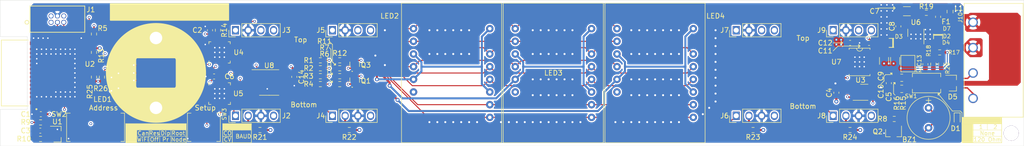
<source format=kicad_pcb>
(kicad_pcb (version 20171130) (host pcbnew "(5.1.8)-1")
  (layers (0 "Layer1(F_Copper)" signal) (1 Layer2 signal) (2 Layer3 signal) (31 "Layer4(B_Copper)" signal) (34 B.Paste user hide) (35 F.Paste user hide) (36 B.SilkS user hide) (37 F.SilkS user) (38 B.Mask user hide) (39 F.Mask user) (44 Edge.Cuts user))
  (net 0 "")
  (net 1 "Net-(BZ1-Pad2)")
  (net 2 +3V3)
  (net 3 EP)
  (net 4 +24V)
  (net 5 "Net-(C5-Pad1)")
  (net 6 "Net-(F1-Pad1)")
  (net 7 "Net-(J1-Pad2)")
  (net 8 "Net-(J1-Pad3)")
  (net 9 "Net-(J1-Pad5)")
  (net 10 "Net-(J1-Pad6)")
  (net 11 "Net-(J2-Pad4)")
  (net 12 /K1)
  (net 13 "Net-(J3-Pad4)")
  (net 14 "Net-(J3-Pad3)")
  (net 15 "Net-(J3-Pad1)")
  (net 16 "Net-(J4-Pad4)")
  (net 17 /K2)
  (net 18 "Net-(J5-Pad4)")
  (net 19 "Net-(J5-Pad3)")
  (net 20 "Net-(J5-Pad1)")
  (net 21 "Net-(J6-Pad4)")
  (net 22 /K3)
  (net 23 "Net-(J7-Pad4)")
  (net 24 "Net-(J7-Pad3)")
  (net 25 "Net-(J7-Pad1)")
  (net 26 "Net-(J8-Pad4)")
  (net 27 /K4)
  (net 28 "Net-(J9-Pad4)")
  (net 29 "Net-(J9-Pad3)")
  (net 30 "Net-(J9-Pad1)")
  (net 31 /CAN+)
  (net 32 /CAN-)
  (net 33 GND1)
  (net 34 /LEDG)
  (net 35 /LEDR)
  (net 36 /LEDB)
  (net 37 /a)
  (net 38 /f)
  (net 39 /SEG1SW)
  (net 40 /e)
  (net 41 "Net-(LED2-Pad6)")
  (net 42 /dp)
  (net 43 /d)
  (net 44 /c)
  (net 45 /g)
  (net 46 /b)
  (net 47 /SEG2SW)
  (net 48 "Net-(LED3-Pad6)")
  (net 49 /SEG3SW)
  (net 50 "Net-(LED4-Pad6)")
  (net 51 "Net-(Q1-Pad2)")
  (net 52 "Net-(Q1-Pad5)")
  (net 53 "Net-(Q2-Pad1)")
  (net 54 "Net-(Q3-Pad2)")
  (net 55 /SEG4SW)
  (net 56 "Net-(Q3-Pad5)")
  (net 57 /SEG4)
  (net 58 /SEG3)
  (net 59 /SEG2)
  (net 60 /SEG1)
  (net 61 /Buzzer)
  (net 62 "Net-(R14-Pad1)")
  (net 63 /LE)
  (net 64 /CLK)
  (net 65 /SD)
  (net 66 /EN)
  (net 67 "Net-(R16-Pad2)")
  (net 68 +5V)
  (net 69 "Net-(R17-Pad1)")
  (net 70 "Net-(U7-Pad4)")
  (net 71 "Net-(U7-Pad6)")
  (net 72 "Net-(U7-Pad7)")
  (net 73 "Net-(D4-Pad3)")
  (net 74 "Net-(C8-Pad1)")
  (net 75 "Net-(C13-Pad2)")
  (net 76 "Net-(C13-Pad1)")
  (net 77 "Net-(R10-Pad1)")
  (net 78 "Net-(R15-Pad1)")
  (net 79 "Net-(R19-Pad1)")
  (net 80 "Net-(SW2-Pad9)")
  (net 81 "Net-(SW2-Pad10)")
  (net 82 "Net-(SW2-Pad11)")
  (net 83 "Net-(SW2-Pad12)")
  (net 84 "Net-(SW2-Pad13)")
  (net 85 "Net-(SW2-Pad14)")
  (net 86 "Net-(SW2-Pad15)")
  (net 87 "Net-(SW2-Pad16)")
  (net 88 "Net-(SW3-Pad5)")
  (net 89 "Net-(SW3-Pad6)")
  (net 90 "Net-(SW3-Pad7)")
  (net 91 "Net-(SW3-Pad8)")
  (net 92 "Net-(U2-Pad35)")
  (net 93 "Net-(U2-Pad34)")
  (net 94 "Net-(U2-Pad33)")
  (net 95 "Net-(U2-Pad32)")
  (net 96 "Net-(U2-Pad29)")
  (net 97 "Net-(U2-Pad28)")
  (net 98 "Net-(U2-Pad27)")
  (net 99 "Net-(U2-Pad26)")
  (net 100 "Net-(U2-Pad25)")
  (net 101 "Net-(U2-Pad24)")
  (net 102 "Net-(U2-Pad17)")
  (net 103 "Net-(U2-Pad15)")
  (net 104 "Net-(U2-Pad10)")
  (net 105 "Net-(U2-Pad9)")
  (net 106 "Net-(U2-Pad7)")
  (net 107 "Net-(U2-Pad4)")
  (net 108 "Net-(U4-Pad8)")
  (net 109 "Net-(U4-Pad22)")
  (net 110 "Net-(U5-Pad22)")
  (net 111 "Net-(J2-Pad2)")
  (net 112 "Net-(J4-Pad2)")
  (net 113 "Net-(J6-Pad2)")
  (net 114 "Net-(J8-Pad2)")
  (net 115 /FRCS)
  (net 116 /MISO)
  (net 117 /MOSI)
  (net 118 /SCK)
  (net 119 SW)
  (net 120 "Net-(U6-Pad3)")
  (net 121 /V+)
  (net 122 "Net-(D2-Pad1)")
  (net 123 /SDA)
  (net 124 /SCL)
  (module Diode_SMD:D_SOD-523 (layer "Layer1(F_Copper)") (at 210.185 118.9975 270)
    (fp_text reference D1 (at 1.97 0.3175) (layer F.SilkS))
    (fp_text value 1N4148X hide)
    (pad 1 smd rect (at -0.7 0 90) (size 0.6 0.7) (layers "Layer1(F_Copper)" F.Paste F.Mask) (net 2 +3V3))
    (pad 2 smd rect (at 0.7 0 90) (size 0.6 0.7) (layers "Layer1(F_Copper)" F.Paste F.Mask) (net 1 "Net-(BZ1-Pad2)"))
  )
  (module Fuse:Fuse_0603_1608Metric (layer "Layer1(F_Copper)") (at 206.375 98.59 270)
    (fp_text reference F1 (at 0.978 -1.5875 180) (layer F.SilkS))
    (fp_text value 0.5A hide)
    (pad 2 smd roundrect (at 0.7875 0 270) (size 0.875 0.95) (layers "Layer1(F_Copper)" F.Paste F.Mask) (net 122 "Net-(D2-Pad1)"))
    (pad 1 smd roundrect (at -0.7875 0 270) (size 0.875 0.95) (layers "Layer1(F_Copper)" F.Paste F.Mask) (net 6 "Net-(F1-Pad1)"))
  )
  (module Resistor_SMD:R_0805_2012Metric (layer "Layer1(F_Copper)") (at 199.1125 110.8075)
    (fp_text reference R16 (at -0.9925 5.08 90) (layer F.SilkS))
    (fp_text value 60 hide)
    (pad 2 smd roundrect (at 0.9125 0) (size 1.025 1.4) (layers "Layer1(F_Copper)" F.Paste F.Mask) (roundrect_rratio 0.243902) (net 67 "Net-(R16-Pad2)"))
    (pad 1 smd roundrect (at -0.9125 0) (size 1.025 1.4) (layers "Layer1(F_Copper)" F.Paste F.Mask) (roundrect_rratio 0.243902) (net 5 "Net-(C5-Pad1)"))
  )
  (module Resistor_SMD:R_0805_2012Metric (layer "Layer1(F_Copper)") (at 199.1125 113.03 180)
    (fp_text reference R15 (at -0.2775 -2.8575 90) (layer F.SilkS))
    (fp_text value 60 hide)
    (pad 2 smd roundrect (at 0.9125 0 180) (size 1.025 1.4) (layers "Layer1(F_Copper)" F.Paste F.Mask) (roundrect_rratio 0.243902) (net 5 "Net-(C5-Pad1)"))
    (pad 1 smd roundrect (at -0.9125 0 180) (size 1.025 1.4) (layers "Layer1(F_Copper)" F.Paste F.Mask) (roundrect_rratio 0.243902) (net 78 "Net-(R15-Pad1)"))
  )
  (module Diode_SMD:SOD123-FL (layer "Layer1(F_Copper)") (at 197.055 103.8225 180)
    (fp_text reference D3 (at -2.335 1.27) (layer F.SilkS) (effects (font (size 0.8 0.8) (thickness 0.12)) (justify right)))
    (fp_text value SL36PL-TP hide)
    (pad 1 smd rect (at -1.475 0 180) (size 1.25 1.22) (layers "Layer1(F_Copper)" F.Paste F.Mask) (net 119 SW))
    (pad 2 smd rect (at 1.475 0 180) (size 1.25 1.22) (layers "Layer1(F_Copper)" F.Paste F.Mask) (net 3 EP))
  )
  (module Diode_SMD:SOD123-FL (layer "Layer1(F_Copper)") (at 206.375 102.538 270)
    (fp_text reference D2 (at -0.049 -2.6035 180) (layer F.SilkS) (effects (font (size 0.8 0.8) (thickness 0.12)) (justify right)))
    (fp_text value SL36PL-TP hide)
    (pad 1 smd rect (at -1.475 0 270) (size 1.25 1.22) (layers "Layer1(F_Copper)" F.Paste F.Mask) (net 122 "Net-(D2-Pad1)"))
    (pad 2 smd rect (at 1.475 0 270) (size 1.25 1.22) (layers "Layer1(F_Copper)" F.Paste F.Mask) (net 121 /V+))
  )
  (module Button_Switch_SMD:CHS-02TA (layer "Layer1(F_Copper)") (at 204.0715 115.697)
    (fp_text reference SW1 (at -3.094 -1.2065) (layer F.SilkS) (effects (font (size 0.8 0.8) (thickness 0.12))))
    (fp_text value CHS-08TA_NDC hide)
    (pad 1 smd rect (at -2.3035 -4.445) (size 1.397 0.5588) (layers "Layer1(F_Copper)" F.Paste F.Mask) (net 67 "Net-(R16-Pad2)"))
    (pad 2 smd rect (at -2.3035 -3.175) (size 1.397 0.5588) (layers "Layer1(F_Copper)" F.Paste F.Mask) (net 78 "Net-(R15-Pad1)"))
    (pad 3 smd rect (at 2.3035 -3.175) (size 1.397 0.5588) (layers "Layer1(F_Copper)" F.Paste F.Mask) (net 32 /CAN-))
    (pad 4 smd rect (at 2.3035 -4.445) (size 1.397 0.5588) (layers "Layer1(F_Copper)" F.Paste F.Mask) (net 31 /CAN+))
  )
  (module LED_SMD:150505M173300 (layer "Layer1(F_Copper)") (at 50.165 109.84 180)
    (fp_text reference LED1 (at 10.668 -5.2855) (layer F.SilkS))
    (fp_text value LED150505 hide)
    (pad 2 smd rect (at 2.2011 -1.499999 180) (size 2.8 1) (layers "Layer1(F_Copper)" F.Paste F.Mask) (net 68 +5V))
    (pad 4 smd rect (at 2.2011 0 180) (size 2.8 1) (layers "Layer1(F_Copper)" F.Paste F.Mask) (net 68 +5V))
    (pad 6 smd rect (at 2.2011 1.499999 180) (size 2.8 1) (layers "Layer1(F_Copper)" F.Paste F.Mask) (net 68 +5V))
    (pad 5 smd rect (at -2.2011 1.499999 180) (size 2.8 1) (layers "Layer1(F_Copper)" F.Paste F.Mask) (net 34 /LEDG))
    (pad 3 smd rect (at -2.2011 0 180) (size 2.8 1) (layers "Layer1(F_Copper)" F.Paste F.Mask) (net 35 /LEDR))
    (pad 1 smd rect (at -2.2011 -1.499999 180) (size 2.8 1) (layers "Layer1(F_Copper)" F.Paste F.Mask) (net 36 /LEDB))
    (pad 7 thru_hole circle (at 0 -7 180) (size 2.5 2.5) (drill 2.5) (layers *.Cu *.Mask))
    (pad 8 thru_hole circle (at 0 7 180) (size 2.5 2.5) (drill 2.5) (layers *.Cu *.Mask))
  )
  (module Button_Switch_SMD:CHS-04TA (layer "Layer1(F_Copper)") (at 62.23 120.731 90)
    (fp_text reference SW3 (at 2.621 1.5875 270) (layer F.SilkS) (effects (font (size 0.8 0.8) (thickness 0.12))))
    (fp_text value CHS-08TA_NDC hide)
    (pad 1 smd rect (at -2.3035 -4.445 90) (size 1.397 0.5588) (layers "Layer1(F_Copper)" F.Paste F.Mask) (net 3 EP))
    (pad 2 smd rect (at -2.3035 -3.175 90) (size 1.397 0.5588) (layers "Layer1(F_Copper)" F.Paste F.Mask) (net 3 EP))
    (pad 3 smd rect (at -2.3035 -1.905 90) (size 1.397 0.5588) (layers "Layer1(F_Copper)" F.Paste F.Mask) (net 3 EP))
    (pad 4 smd rect (at -2.3035 -0.635 90) (size 1.397 0.5588) (layers "Layer1(F_Copper)" F.Paste F.Mask) (net 3 EP))
    (pad 5 smd rect (at 2.3035 -0.635 90) (size 1.397 0.5588) (layers "Layer1(F_Copper)" F.Paste F.Mask) (net 88 "Net-(SW3-Pad5)"))
    (pad 6 smd rect (at 2.3035 -1.905 90) (size 1.397 0.5588) (layers "Layer1(F_Copper)" F.Paste F.Mask) (net 89 "Net-(SW3-Pad6)"))
    (pad 7 smd rect (at 2.3035 -3.175 90) (size 1.397 0.5588) (layers "Layer1(F_Copper)" F.Paste F.Mask) (net 90 "Net-(SW3-Pad7)"))
    (pad 8 smd rect (at 2.3035 -4.445 90) (size 1.397 0.5588) (layers "Layer1(F_Copper)" F.Paste F.Mask) (net 91 "Net-(SW3-Pad8)"))
  )
  (module Button_Switch_SMD:CHS-08TA (layer "Layer1(F_Copper)") (at 38.1 120.731 90)
    (fp_text reference SW2 (at 2.621 -7.3025 180) (layer F.SilkS))
    (fp_text value CHS-08TA_NDC hide)
    (pad 1 smd rect (at -2.3035 -4.445 90) (size 1.397 0.5588) (layers "Layer1(F_Copper)" F.Paste F.Mask) (net 3 EP))
    (pad 2 smd rect (at -2.3035 -3.175 90) (size 1.397 0.5588) (layers "Layer1(F_Copper)" F.Paste F.Mask) (net 3 EP))
    (pad 3 smd rect (at -2.3035 -1.905 90) (size 1.397 0.5588) (layers "Layer1(F_Copper)" F.Paste F.Mask) (net 3 EP))
    (pad 4 smd rect (at -2.3035 -0.635 90) (size 1.397 0.5588) (layers "Layer1(F_Copper)" F.Paste F.Mask) (net 3 EP))
    (pad 5 smd rect (at -2.3035 0.635 90) (size 1.397 0.5588) (layers "Layer1(F_Copper)" F.Paste F.Mask) (net 3 EP))
    (pad 6 smd rect (at -2.3035 1.905 90) (size 1.397 0.5588) (layers "Layer1(F_Copper)" F.Paste F.Mask) (net 3 EP))
    (pad 7 smd rect (at -2.3035 3.175 90) (size 1.397 0.5588) (layers "Layer1(F_Copper)" F.Paste F.Mask) (net 3 EP))
    (pad 8 smd rect (at -2.3035 4.445 90) (size 1.397 0.5588) (layers "Layer1(F_Copper)" F.Paste F.Mask) (net 3 EP))
    (pad 9 smd rect (at 2.3035 4.445 90) (size 1.397 0.5588) (layers "Layer1(F_Copper)" F.Paste F.Mask) (net 80 "Net-(SW2-Pad9)"))
    (pad 10 smd rect (at 2.3035 3.175 90) (size 1.397 0.5588) (layers "Layer1(F_Copper)" F.Paste F.Mask) (net 81 "Net-(SW2-Pad10)"))
    (pad 11 smd rect (at 2.3035 1.905 90) (size 1.397 0.5588) (layers "Layer1(F_Copper)" F.Paste F.Mask) (net 82 "Net-(SW2-Pad11)"))
    (pad 12 smd rect (at 2.3035 0.635 90) (size 1.397 0.5588) (layers "Layer1(F_Copper)" F.Paste F.Mask) (net 83 "Net-(SW2-Pad12)"))
    (pad 13 smd rect (at 2.3035 -0.635 90) (size 1.397 0.5588) (layers "Layer1(F_Copper)" F.Paste F.Mask) (net 84 "Net-(SW2-Pad13)"))
    (pad 14 smd rect (at 2.3035 -1.905 90) (size 1.397 0.5588) (layers "Layer1(F_Copper)" F.Paste F.Mask) (net 85 "Net-(SW2-Pad14)"))
    (pad 15 smd rect (at 2.3035 -3.175 90) (size 1.397 0.5588) (layers "Layer1(F_Copper)" F.Paste F.Mask) (net 86 "Net-(SW2-Pad15)"))
    (pad 16 smd rect (at 2.3035 -4.445 90) (size 1.397 0.5588) (layers "Layer1(F_Copper)" F.Paste F.Mask) (net 87 "Net-(SW2-Pad16)"))
  )
  (module Resistor_SMD:R_0603_1608Metric (layer "Layer1(F_Copper)") (at 39.37 110.68 90)
    (fp_text reference R26 (at -2.2865 -0.254 180) (layer F.SilkS))
    (fp_text value 4K7 hide)
    (pad 2 smd roundrect (at 0.825 0 90) (size 0.8 0.95) (layers "Layer1(F_Copper)" F.Paste F.Mask) (net 124 /SCL))
    (pad 1 smd roundrect (at -0.825 0 90) (size 0.8 0.95) (layers "Layer1(F_Copper)" F.Paste F.Mask) (net 2 +3V3))
  )
  (module Resistor_SMD:R_0603_1608Metric (layer "Layer1(F_Copper)") (at 37.7825 110.68 90)
    (fp_text reference R25 (at -2.9215 -0.8255 90) (layer F.SilkS))
    (fp_text value 4K7 hide)
    (pad 2 smd roundrect (at 0.825 0 90) (size 0.8 0.95) (layers "Layer1(F_Copper)" F.Paste F.Mask) (net 123 /SDA))
    (pad 1 smd roundrect (at -0.825 0 90) (size 0.8 0.95) (layers "Layer1(F_Copper)" F.Paste F.Mask) (net 2 +3V3))
  )
  (module Resistor_SMD:R_0603_1608Metric (layer "Layer1(F_Copper)") (at 188.785 121.285 180)
    (fp_text reference R24 (at 0 -1.43) (layer F.SilkS))
    (fp_text value 42.2 hide)
    (pad 2 smd roundrect (at 0.825 0 180) (size 0.8 0.95) (layers "Layer1(F_Copper)" F.Paste F.Mask) (net 114 "Net-(J8-Pad2)"))
    (pad 1 smd roundrect (at -0.825 0 180) (size 0.8 0.95) (layers "Layer1(F_Copper)" F.Paste F.Mask) (net 2 +3V3))
  )
  (module Resistor_SMD:R_0603_1608Metric (layer "Layer1(F_Copper)") (at 169.4175 121.285 180)
    (fp_text reference R23 (at 0 -1.43) (layer F.SilkS))
    (fp_text value 42.2 hide)
    (pad 2 smd roundrect (at 0.825 0 180) (size 0.8 0.95) (layers "Layer1(F_Copper)" F.Paste F.Mask) (net 113 "Net-(J6-Pad2)"))
    (pad 1 smd roundrect (at -0.825 0 180) (size 0.8 0.95) (layers "Layer1(F_Copper)" F.Paste F.Mask) (net 2 +3V3))
  )
  (module Resistor_SMD:R_0603_1608Metric (layer "Layer1(F_Copper)") (at 88.7725 121.285 180)
    (fp_text reference R22 (at 0 -1.43) (layer F.SilkS))
    (fp_text value 42.2 hide)
    (pad 2 smd roundrect (at 0.825 0 180) (size 0.8 0.95) (layers "Layer1(F_Copper)" F.Paste F.Mask) (net 112 "Net-(J4-Pad2)"))
    (pad 1 smd roundrect (at -0.825 0 180) (size 0.8 0.95) (layers "Layer1(F_Copper)" F.Paste F.Mask) (net 2 +3V3))
  )
  (module Resistor_SMD:R_0603_1608Metric (layer "Layer1(F_Copper)") (at 70.93 121.285 180)
    (fp_text reference R21 (at 0 -1.43) (layer F.SilkS))
    (fp_text value 42.2 hide)
    (pad 2 smd roundrect (at 0.825 0 180) (size 0.8 0.95) (layers "Layer1(F_Copper)" F.Paste F.Mask) (net 111 "Net-(J2-Pad2)"))
    (pad 1 smd roundrect (at -0.825 0 180) (size 0.8 0.95) (layers "Layer1(F_Copper)" F.Paste F.Mask) (net 2 +3V3))
  )
  (module Resistor_SMD:R_0603_1608Metric (layer "Layer1(F_Copper)") (at 27.114 123.063 180)
    (fp_text reference R10 (at 3.3015 0) (layer F.SilkS))
    (fp_text value 1K hide)
    (pad 2 smd roundrect (at 0.825 0 180) (size 0.8 0.95) (layers "Layer1(F_Copper)" F.Paste F.Mask) (net 66 /EN))
    (pad 1 smd roundrect (at -0.825 0 180) (size 0.8 0.95) (layers "Layer1(F_Copper)" F.Paste F.Mask) (net 77 "Net-(R10-Pad1)"))
  )
  (module Resistor_SMD:R_0603_1608Metric (layer "Layer1(F_Copper)") (at 37.7825 102.045 90)
    (fp_text reference R5 (at 1.1435 1.7145 180) (layer F.SilkS))
    (fp_text value 0 hide)
    (pad 2 smd roundrect (at 0.825 0 90) (size 0.8 0.95) (layers "Layer1(F_Copper)" F.Paste F.Mask) (net 7 "Net-(J1-Pad2)"))
    (pad 1 smd roundrect (at -0.825 0 90) (size 0.8 0.95) (layers "Layer1(F_Copper)" F.Paste F.Mask) (net 2 +3V3))
  )
  (module Resistor_SMD:R_0603_1608Metric (layer "Layer1(F_Copper)") (at 37.7825 105.7275 270)
    (fp_text reference R13 (at 0.6985 -1.4605 270) (layer F.SilkS))
    (fp_text value 10K hide)
    (pad 2 smd roundrect (at 0.825 0 270) (size 0.8 0.95) (layers "Layer1(F_Copper)" F.Paste F.Mask) (net 115 /FRCS))
    (pad 1 smd roundrect (at -0.825 0 270) (size 0.8 0.95) (layers "Layer1(F_Copper)" F.Paste F.Mask) (net 2 +3V3))
  )
  (module Resistor_SMD:R_0603_1608Metric (layer "Layer1(F_Copper)") (at 207.01 108.0765 270)
    (fp_text reference R20 (at 0.826 -1.27 270) (layer F.SilkS) (effects (font (size 0.8 0.8) (thickness 0.12))))
    (fp_text value 40.2K hide)
    (pad 2 smd roundrect (at 0.825 0 270) (size 0.8 0.95) (layers "Layer1(F_Copper)" F.Paste F.Mask) (net 3 EP))
    (pad 1 smd roundrect (at -0.825 0 270) (size 0.8 0.95) (layers "Layer1(F_Copper)" F.Paste F.Mask) (net 69 "Net-(R17-Pad1)"))
  )
  (module Resistor_SMD:R_0603_1608Metric (layer "Layer1(F_Copper)") (at 204.025 97.79)
    (fp_text reference R19 (at 0 -1.27) (layer F.SilkS))
    (fp_text value 100K hide)
    (pad 2 smd roundrect (at 0.825 0) (size 0.8 0.95) (layers "Layer1(F_Copper)" F.Paste F.Mask) (net 3 EP))
    (pad 1 smd roundrect (at -0.825 0) (size 0.8 0.95) (layers "Layer1(F_Copper)" F.Paste F.Mask) (net 79 "Net-(R19-Pad1)"))
  )
  (module Resistor_SMD:R_0603_1608Metric (layer "Layer1(F_Copper)") (at 205.4225 108.0775 90)
    (fp_text reference R18 (at 2.6675 -0.9525 270) (layer F.SilkS) (effects (font (size 0.8 0.8) (thickness 0.12))))
    (fp_text value 47.5K hide)
    (pad 2 smd roundrect (at 0.825 0 90) (size 0.8 0.95) (layers "Layer1(F_Copper)" F.Paste F.Mask) (net 3 EP))
    (pad 1 smd roundrect (at -0.825 0 90) (size 0.8 0.95) (layers "Layer1(F_Copper)" F.Paste F.Mask) (net 75 "Net-(C13-Pad2)"))
  )
  (module Resistor_SMD:R_0603_1608Metric (layer "Layer1(F_Copper)") (at 206.6925 105.7275)
    (fp_text reference R17 (at 2.8575 0 180) (layer F.SilkS) (effects (font (size 0.8 0.8) (thickness 0.12))))
    (fp_text value 210K hide)
    (pad 2 smd roundrect (at 0.825 0) (size 0.8 0.95) (layers "Layer1(F_Copper)" F.Paste F.Mask) (net 68 +5V))
    (pad 1 smd roundrect (at -0.825 0) (size 0.8 0.95) (layers "Layer1(F_Copper)" F.Paste F.Mask) (net 69 "Net-(R17-Pad1)"))
  )
  (module Resistor_SMD:R_0603_1608Metric (layer "Layer1(F_Copper)") (at 62.5475 101.283 90)
    (fp_text reference R14 (at 0.0005 1.27 270) (layer F.SilkS))
    (fp_text value 3K hide)
    (pad 2 smd roundrect (at 0.825 0 90) (size 0.8 0.95) (layers "Layer1(F_Copper)" F.Paste F.Mask) (net 3 EP))
    (pad 1 smd roundrect (at -0.825 0 90) (size 0.8 0.95) (layers "Layer1(F_Copper)" F.Paste F.Mask) (net 62 "Net-(R14-Pad1)"))
  )
  (module Resistor_SMD:R_0603_1608Metric (layer "Layer1(F_Copper)") (at 86.8675 107.315)
    (fp_text reference R12 (at 0 -1.43) (layer F.SilkS))
    (fp_text value 56 hide)
    (pad 2 smd roundrect (at 0.825 0) (size 0.8 0.95) (layers "Layer1(F_Copper)" F.Paste F.Mask) (net 56 "Net-(Q3-Pad5)"))
    (pad 1 smd roundrect (at -0.825 0) (size 0.8 0.95) (layers "Layer1(F_Copper)" F.Paste F.Mask) (net 60 /SEG1))
  )
  (module Resistor_SMD:R_0603_1608Metric (layer "Layer1(F_Copper)") (at 86.8675 108.9025)
    (fp_text reference R11 (at -3.0475 -5.3975 180) (layer F.SilkS))
    (fp_text value 56 hide)
    (pad 2 smd roundrect (at 0.825 0) (size 0.8 0.95) (layers "Layer1(F_Copper)" F.Paste F.Mask) (net 54 "Net-(Q3-Pad2)"))
    (pad 1 smd roundrect (at -0.825 0) (size 0.8 0.95) (layers "Layer1(F_Copper)" F.Paste F.Mask) (net 59 /SEG2))
  )
  (module Resistor_SMD:R_0603_1608Metric (layer "Layer1(F_Copper)") (at 27.114 119.761 180)
    (fp_text reference R9 (at 2.984 0.0635) (layer F.SilkS))
    (fp_text value 10K hide)
    (pad 2 smd roundrect (at 0.825 0 180) (size 0.8 0.95) (layers "Layer1(F_Copper)" F.Paste F.Mask) (net 66 /EN))
    (pad 1 smd roundrect (at -0.825 0 180) (size 0.8 0.95) (layers "Layer1(F_Copper)" F.Paste F.Mask) (net 2 +3V3))
  )
  (module Resistor_SMD:R_0603_1608Metric (layer "Layer1(F_Copper)") (at 197.6125 119.0625)
    (fp_text reference R8 (at -2.35 0 180) (layer F.SilkS))
    (fp_text value 100 hide)
    (pad 2 smd roundrect (at 0.825 0) (size 0.8 0.95) (layers "Layer1(F_Copper)" F.Paste F.Mask) (net 53 "Net-(Q2-Pad1)"))
    (pad 1 smd roundrect (at -0.825 0) (size 0.8 0.95) (layers "Layer1(F_Copper)" F.Paste F.Mask) (net 61 /Buzzer))
  )
  (module Resistor_SMD:R_0603_1608Metric (layer "Layer1(F_Copper)") (at 86.8675 110.49)
    (fp_text reference R7 (at -3.0475 -5.715) (layer F.SilkS))
    (fp_text value 56 hide)
    (pad 2 smd roundrect (at 0.825 0) (size 0.8 0.95) (layers "Layer1(F_Copper)" F.Paste F.Mask) (net 52 "Net-(Q1-Pad5)"))
    (pad 1 smd roundrect (at -0.825 0) (size 0.8 0.95) (layers "Layer1(F_Copper)" F.Paste F.Mask) (net 58 /SEG3))
  )
  (module Resistor_SMD:R_0603_1608Metric (layer "Layer1(F_Copper)") (at 86.8675 112.0775)
    (fp_text reference R6 (at -3.0475 -6.0325 180) (layer F.SilkS))
    (fp_text value 56 hide)
    (pad 2 smd roundrect (at 0.825 0) (size 0.8 0.95) (layers "Layer1(F_Copper)" F.Paste F.Mask) (net 51 "Net-(Q1-Pad2)"))
    (pad 1 smd roundrect (at -0.825 0) (size 0.8 0.95) (layers "Layer1(F_Copper)" F.Paste F.Mask) (net 57 /SEG4))
  )
  (module Resistor_SMD:R_0603_1608Metric (layer "Layer1(F_Copper)") (at 82.995 112.0775)
    (fp_text reference R4 (at -2.35 0) (layer F.SilkS))
    (fp_text value 162 hide)
    (pad 2 smd roundrect (at 0.825 0) (size 0.8 0.95) (layers "Layer1(F_Copper)" F.Paste F.Mask) (net 68 +5V))
    (pad 1 smd roundrect (at -0.825 0) (size 0.8 0.95) (layers "Layer1(F_Copper)" F.Paste F.Mask) (net 57 /SEG4))
  )
  (module Resistor_SMD:R_0603_1608Metric (layer "Layer1(F_Copper)") (at 82.995 110.49)
    (fp_text reference R3 (at -2.35 0) (layer F.SilkS))
    (fp_text value 162 hide)
    (pad 2 smd roundrect (at 0.825 0) (size 0.8 0.95) (layers "Layer1(F_Copper)" F.Paste F.Mask) (net 68 +5V))
    (pad 1 smd roundrect (at -0.825 0) (size 0.8 0.95) (layers "Layer1(F_Copper)" F.Paste F.Mask) (net 58 /SEG3))
  )
  (module Resistor_SMD:R_0603_1608Metric (layer "Layer1(F_Copper)") (at 82.995 108.9025)
    (fp_text reference R2 (at -2.35 0) (layer F.SilkS))
    (fp_text value 162 hide)
    (pad 2 smd roundrect (at 0.825 0) (size 0.8 0.95) (layers "Layer1(F_Copper)" F.Paste F.Mask) (net 68 +5V))
    (pad 1 smd roundrect (at -0.825 0) (size 0.8 0.95) (layers "Layer1(F_Copper)" F.Paste F.Mask) (net 59 /SEG2))
  )
  (module Resistor_SMD:R_0603_1608Metric (layer "Layer1(F_Copper)") (at 82.995 107.315)
    (fp_text reference R1 (at -2.35 0) (layer F.SilkS))
    (fp_text value 162 hide)
    (pad 2 smd roundrect (at 0.825 0) (size 0.8 0.95) (layers "Layer1(F_Copper)" F.Paste F.Mask) (net 68 +5V))
    (pad 1 smd roundrect (at -0.825 0) (size 0.8 0.95) (layers "Layer1(F_Copper)" F.Paste F.Mask) (net 60 /SEG1))
  )
  (module Capacitor_SMD:C_0603_1608Metric (layer "Layer1(F_Copper)") (at 77.7875 110.63 270)
    (fp_text reference C14 (at 0 -1.43 90) (layer F.SilkS))
    (fp_text value 100nF hide)
    (pad 2 smd roundrect (at 0.775 0 270) (size 0.9 0.95) (layers "Layer1(F_Copper)" F.Paste F.Mask) (net 3 EP))
    (pad 1 smd roundrect (at -0.775 0 270) (size 0.9 0.95) (layers "Layer1(F_Copper)" F.Paste F.Mask) (net 2 +3V3))
  )
  (module Capacitor_SMD:C_0603_1608Metric (layer "Layer1(F_Copper)") (at 188.7985 103.8225)
    (fp_text reference C12 (at -4.966 0) (layer F.SilkS))
    (fp_text value 1uF hide)
    (pad 2 smd roundrect (at 0.775 0) (size 0.9 0.95) (layers "Layer1(F_Copper)" F.Paste F.Mask) (net 3 EP))
    (pad 1 smd roundrect (at -0.775 0) (size 0.9 0.95) (layers "Layer1(F_Copper)" F.Paste F.Mask) (net 2 +3V3))
  )
  (module Capacitor_SMD:C_0603_1608Metric (layer "Layer1(F_Copper)") (at 192.5825 103.8225 180)
    (fp_text reference C11 (at 8.75 -1.5875) (layer F.SilkS))
    (fp_text value 1uF hide)
    (pad 2 smd roundrect (at 0.775 0 180) (size 0.9 0.95) (layers "Layer1(F_Copper)" F.Paste F.Mask) (net 3 EP))
    (pad 1 smd roundrect (at -0.775 0 180) (size 0.9 0.95) (layers "Layer1(F_Copper)" F.Paste F.Mask) (net 68 +5V))
  )
  (module Capacitor_SMD:C_0603_1608Metric (layer "Layer1(F_Copper)") (at 61.7725 110.5535 180)
    (fp_text reference C6 (at -3.061 0) (layer F.SilkS))
    (fp_text value 100nF hide)
    (pad 2 smd roundrect (at 0.775 0 180) (size 0.9 0.95) (layers "Layer1(F_Copper)" F.Paste F.Mask) (net 3 EP))
    (pad 1 smd roundrect (at -0.775 0 180) (size 0.9 0.95) (layers "Layer1(F_Copper)" F.Paste F.Mask) (net 2 +3V3))
  )
  (module Capacitor_SMD:C_0603_1608Metric (layer "Layer1(F_Copper)") (at 196.5325 111.9 270)
    (fp_text reference C5 (at 2.7175 0 90) (layer F.SilkS))
    (fp_text value 4.7nF hide)
    (pad 2 smd roundrect (at 0.775 0 270) (size 0.9 0.95) (layers "Layer1(F_Copper)" F.Paste F.Mask) (net 3 EP))
    (pad 1 smd roundrect (at -0.775 0 270) (size 0.9 0.95) (layers "Layer1(F_Copper)" F.Paste F.Mask) (net 5 "Net-(C5-Pad1)"))
  )
  (module Capacitor_SMD:C_0603_1608Metric (layer "Layer1(F_Copper)") (at 186.055 113.805 90)
    (fp_text reference C4 (at 0 -1.43 90) (layer F.SilkS))
    (fp_text value 100nF hide)
    (pad 2 smd roundrect (at 0.775 0 90) (size 0.9 0.95) (layers "Layer1(F_Copper)" F.Paste F.Mask) (net 3 EP))
    (pad 1 smd roundrect (at -0.775 0 90) (size 0.9 0.95) (layers "Layer1(F_Copper)" F.Paste F.Mask) (net 68 +5V))
  )
  (module Capacitor_SMD:C_0603_1608Metric (layer "Layer1(F_Copper)") (at 203.835 108.09 270)
    (fp_text reference C13 (at -0.7115 1.2065 90) (layer F.SilkS) (effects (font (size 0.8 0.8) (thickness 0.12))))
    (fp_text value 330pF hide)
    (pad 2 smd roundrect (at 0.775 0 270) (size 0.9 0.95) (layers "Layer1(F_Copper)" F.Paste F.Mask) (net 75 "Net-(C13-Pad2)"))
    (pad 1 smd roundrect (at -0.775 0 270) (size 0.9 0.95) (layers "Layer1(F_Copper)" F.Paste F.Mask) (net 76 "Net-(C13-Pad1)"))
  )
  (module Capacitor_SMD:C_0603_1608Metric (layer "Layer1(F_Copper)") (at 198.4375 100.5075 270)
    (fp_text reference C8 (at 0 1.27 90) (layer F.SilkS))
    (fp_text value 100nF hide)
    (pad 2 smd roundrect (at 0.775 0 270) (size 0.9 0.95) (layers "Layer1(F_Copper)" F.Paste F.Mask) (net 119 SW))
    (pad 1 smd roundrect (at -0.775 0 270) (size 0.9 0.95) (layers "Layer1(F_Copper)" F.Paste F.Mask) (net 74 "Net-(C8-Pad1)"))
  )
  (module Capacitor_SMD:C_0603_1608Metric (layer "Layer1(F_Copper)") (at 27.064 121.412)
    (fp_text reference C3 (at -2.934 0) (layer F.SilkS))
    (fp_text value 1uF hide)
    (pad 2 smd roundrect (at 0.775 0) (size 0.9 0.95) (layers "Layer1(F_Copper)" F.Paste F.Mask) (net 3 EP))
    (pad 1 smd roundrect (at -0.775 0) (size 0.9 0.95) (layers "Layer1(F_Copper)" F.Paste F.Mask) (net 66 /EN))
  )
  (module Capacitor_SMD:C_0603_1608Metric (layer "Layer1(F_Copper)") (at 60.96 101.2825 90)
    (fp_text reference C2 (at 0 -2.54 180) (layer F.SilkS))
    (fp_text value 100nF hide)
    (pad 2 smd roundrect (at 0.775 0 90) (size 0.9 0.95) (layers "Layer1(F_Copper)" F.Paste F.Mask) (net 3 EP))
    (pad 1 smd roundrect (at -0.775 0 90) (size 0.9 0.95) (layers "Layer1(F_Copper)" F.Paste F.Mask) (net 2 +3V3))
  )
  (module Capacitor_SMD:C_0603_1608Metric (layer "Layer1(F_Copper)") (at 27.165 118.11 180)
    (fp_text reference C1 (at 3.035 0) (layer F.SilkS))
    (fp_text value 1uF hide)
    (pad 2 smd roundrect (at 0.775 0 180) (size 0.9 0.95) (layers "Layer1(F_Copper)" F.Paste F.Mask) (net 3 EP))
    (pad 1 smd roundrect (at -0.775 0 180) (size 0.9 0.95) (layers "Layer1(F_Copper)" F.Paste F.Mask) (net 2 +3V3))
  )
  (module Buzzer_Beeper:GT-0903A (layer "Layer1(F_Copper)") (at 204.47 118.84)
    (fp_text reference BZ1 (at -3.81 4.35) (layer F.SilkS))
    (fp_text value GT-0903A hide)
    (pad 2 thru_hole circle (at 0 2) (size 1.524 1.524) (drill 0.762) (layers *.Cu *.Mask) (net 1 "Net-(BZ1-Pad2)"))
    (pad 1 thru_hole circle (at 0 -2) (size 1.524 1.524) (drill 0.762) (layers *.Cu *.Mask) (net 2 +3V3))
  )
  (module Inductor_SMD:MPL-SE2512 (layer "Layer1(F_Copper)") (at 200.3425 107.9775 180)
    (fp_text reference L2 (at -2.159 -1.306 180) (layer F.SilkS) (effects (font (size 0.8 0.8) (thickness 0.12))))
    (fp_text value 15uH hide)
    (pad 1 smd rect (at 0 0.925 180) (size 2.4 1.05) (layers "Layer1(F_Copper)" F.Paste F.Mask) (net 119 SW))
    (pad 2 smd rect (at 0 -0.925 180) (size 2.4 1.05) (layers "Layer1(F_Copper)" F.Paste F.Mask) (net 68 +5V))
  )
  (module Package_DFN_QFN:XRA1403IL24-F (layer "Layer1(F_Copper)") (at 62.8655 113.981)
    (fp_text reference U5 (at 3.746 0) (layer F.SilkS))
    (fp_text value XRA1201 hide)
    (pad 1 smd rect (at -1.9431 -1.25 90) (size 0.254 0.8128) (layers "Layer1(F_Copper)" F.Paste F.Mask) (net 87 "Net-(SW2-Pad16)"))
    (pad 2 smd rect (at -1.9431 -0.750001 90) (size 0.254 0.8128) (layers "Layer1(F_Copper)" F.Paste F.Mask) (net 86 "Net-(SW2-Pad15)"))
    (pad 3 smd rect (at -1.9431 -0.25 90) (size 0.254 0.8128) (layers "Layer1(F_Copper)" F.Paste F.Mask) (net 85 "Net-(SW2-Pad14)"))
    (pad 4 smd rect (at -1.9431 0.25 90) (size 0.254 0.8128) (layers "Layer1(F_Copper)" F.Paste F.Mask) (net 84 "Net-(SW2-Pad13)"))
    (pad 5 smd rect (at -1.9431 0.750001 90) (size 0.254 0.8128) (layers "Layer1(F_Copper)" F.Paste F.Mask) (net 83 "Net-(SW2-Pad12)"))
    (pad 6 smd rect (at -1.9431 1.25 90) (size 0.254 0.8128) (layers "Layer1(F_Copper)" F.Paste F.Mask) (net 82 "Net-(SW2-Pad11)"))
    (pad 7 smd rect (at -1.25 1.9431) (size 0.254 0.8128) (layers "Layer1(F_Copper)" F.Paste F.Mask) (net 81 "Net-(SW2-Pad10)"))
    (pad 8 smd rect (at -0.750001 1.9431) (size 0.254 0.8128) (layers "Layer1(F_Copper)" F.Paste F.Mask) (net 80 "Net-(SW2-Pad9)"))
    (pad 9 smd rect (at -0.25 1.9431) (size 0.254 0.8128) (layers "Layer1(F_Copper)" F.Paste F.Mask) (net 3 EP))
    (pad 10 smd rect (at 0.25 1.9431) (size 0.254 0.8128) (layers "Layer1(F_Copper)" F.Paste F.Mask) (net 91 "Net-(SW3-Pad8)"))
    (pad 11 smd rect (at 0.750001 1.9431) (size 0.254 0.8128) (layers "Layer1(F_Copper)" F.Paste F.Mask) (net 90 "Net-(SW3-Pad7)"))
    (pad 12 smd rect (at 1.25 1.9431) (size 0.254 0.8128) (layers "Layer1(F_Copper)" F.Paste F.Mask) (net 89 "Net-(SW3-Pad6)"))
    (pad 13 smd rect (at 1.9431 1.25 90) (size 0.254 0.8128) (layers "Layer1(F_Copper)" F.Paste F.Mask) (net 88 "Net-(SW3-Pad5)"))
    (pad 14 smd rect (at 1.9431 0.750001 90) (size 0.254 0.8128) (layers "Layer1(F_Copper)" F.Paste F.Mask) (net 12 /K1))
    (pad 15 smd rect (at 1.9431 0.25 90) (size 0.254 0.8128) (layers "Layer1(F_Copper)" F.Paste F.Mask) (net 17 /K2))
    (pad 16 smd rect (at 1.9431 -0.25 90) (size 0.254 0.8128) (layers "Layer1(F_Copper)" F.Paste F.Mask) (net 22 /K3))
    (pad 17 smd rect (at 1.9431 -0.750001 90) (size 0.254 0.8128) (layers "Layer1(F_Copper)" F.Paste F.Mask) (net 27 /K4))
    (pad 18 smd rect (at 1.9431 -1.25 90) (size 0.254 0.8128) (layers "Layer1(F_Copper)" F.Paste F.Mask) (net 3 EP))
    (pad 19 smd rect (at 1.25 -1.9431) (size 0.254 0.8128) (layers "Layer1(F_Copper)" F.Paste F.Mask) (net 124 /SCL))
    (pad 20 smd rect (at 0.750001 -1.9431) (size 0.254 0.8128) (layers "Layer1(F_Copper)" F.Paste F.Mask) (net 123 /SDA))
    (pad 21 smd rect (at 0.25 -1.9431) (size 0.254 0.8128) (layers "Layer1(F_Copper)" F.Paste F.Mask) (net 2 +3V3))
    (pad 22 smd rect (at -0.25 -1.9431) (size 0.254 0.8128) (layers "Layer1(F_Copper)" F.Paste F.Mask) (net 110 "Net-(U5-Pad22)"))
    (pad 23 smd rect (at -0.750001 -1.9431) (size 0.254 0.8128) (layers "Layer1(F_Copper)" F.Paste F.Mask) (net 3 EP))
    (pad 24 smd rect (at -1.25 -1.9431) (size 0.254 0.8128) (layers "Layer1(F_Copper)" F.Paste F.Mask) (net 3 EP))
    (pad 25 smd rect (at 0 0) (size 2.5908 2.5908) (layers "Layer1(F_Copper)" F.Paste F.Mask) (net 3 EP))
  )
  (module Display:SA08-11 (layer "Layer1(F_Copper)") (at 142.24 100.965)
    (fp_text reference LED4 (at 19.685 -2.54) (layer F.SilkS))
    (fp_text value SA08-11EWA hide)
    (pad 1 thru_hole circle (at 0 0) (size 1.4986 1.4986) (drill 0.7) (layers *.Cu *.Mask) (net 37 /a))
    (pad 2 thru_hole circle (at 0 2.54) (size 1.4986 1.4986) (drill 0.7) (layers *.Cu *.Mask) (net 38 /f))
    (pad 3 thru_hole circle (at 0 5.08) (size 1.4986 1.4986) (drill 0.7) (layers *.Cu *.Mask) (net 49 /SEG3SW))
    (pad 4 thru_hole circle (at 0 7.62) (size 1.4986 1.4986) (drill 0.7) (layers *.Cu *.Mask) (net 40 /e))
    (pad 5 thru_hole circle (at 0 10.16) (size 1.4986 1.4986) (drill 0.7) (layers *.Cu *.Mask) (net 49 /SEG3SW))
    (pad 6 thru_hole circle (at 0 12.7) (size 1.4986 1.4986) (drill 0.7) (layers *.Cu *.Mask) (net 50 "Net-(LED4-Pad6)"))
    (pad 9 thru_hole circle (at 15.24 17.78) (size 1.4986 1.4986) (drill 0.7) (layers *.Cu *.Mask) (net 42 /dp))
    (pad 10 thru_hole circle (at 15.24 15.24) (size 1.4986 1.4986) (drill 0.7) (layers *.Cu *.Mask) (net 43 /d))
    (pad 11 thru_hole circle (at 15.24 12.7) (size 1.4986 1.4986) (drill 0.7) (layers *.Cu *.Mask) (net 49 /SEG3SW))
    (pad 12 thru_hole circle (at 15.24 10.16) (size 1.4986 1.4986) (drill 0.7) (layers *.Cu *.Mask) (net 44 /c))
    (pad 13 thru_hole circle (at 15.24 7.62) (size 1.4986 1.4986) (drill 0.7) (layers *.Cu *.Mask) (net 45 /g))
    (pad 14 thru_hole circle (at 15.24 5.08) (size 1.4986 1.4986) (drill 0.7) (layers *.Cu *.Mask) (net 46 /b))
    (pad 16 thru_hole circle (at 15.24 0) (size 1.4986 1.4986) (drill 0.7) (layers *.Cu *.Mask) (net 49 /SEG3SW))
  )
  (module Display:SA08-11 (layer "Layer1(F_Copper)") (at 121.92 100.965)
    (fp_text reference LED3 (at 7.62 8.8773) (layer F.SilkS))
    (fp_text value SA08-11EWA hide)
    (pad 1 thru_hole circle (at 0 0) (size 1.4986 1.4986) (drill 0.7) (layers *.Cu *.Mask) (net 37 /a))
    (pad 2 thru_hole circle (at 0 2.54) (size 1.4986 1.4986) (drill 0.7) (layers *.Cu *.Mask) (net 38 /f))
    (pad 3 thru_hole circle (at 0 5.08) (size 1.4986 1.4986) (drill 0.7) (layers *.Cu *.Mask) (net 47 /SEG2SW))
    (pad 4 thru_hole circle (at 0 7.62) (size 1.4986 1.4986) (drill 0.7) (layers *.Cu *.Mask) (net 40 /e))
    (pad 5 thru_hole circle (at 0 10.16) (size 1.4986 1.4986) (drill 0.7) (layers *.Cu *.Mask) (net 47 /SEG2SW))
    (pad 6 thru_hole circle (at 0 12.7) (size 1.4986 1.4986) (drill 0.7) (layers *.Cu *.Mask) (net 48 "Net-(LED3-Pad6)"))
    (pad 9 thru_hole circle (at 15.24 17.78) (size 1.4986 1.4986) (drill 0.7) (layers *.Cu *.Mask) (net 42 /dp))
    (pad 10 thru_hole circle (at 15.24 15.24) (size 1.4986 1.4986) (drill 0.7) (layers *.Cu *.Mask) (net 43 /d))
    (pad 11 thru_hole circle (at 15.24 12.7) (size 1.4986 1.4986) (drill 0.7) (layers *.Cu *.Mask) (net 47 /SEG2SW))
    (pad 12 thru_hole circle (at 15.24 10.16) (size 1.4986 1.4986) (drill 0.7) (layers *.Cu *.Mask) (net 44 /c))
    (pad 13 thru_hole circle (at 15.24 7.62) (size 1.4986 1.4986) (drill 0.7) (layers *.Cu *.Mask) (net 45 /g))
    (pad 14 thru_hole circle (at 15.24 5.08) (size 1.4986 1.4986) (drill 0.7) (layers *.Cu *.Mask) (net 46 /b))
    (pad 16 thru_hole circle (at 15.24 0) (size 1.4986 1.4986) (drill 0.7) (layers *.Cu *.Mask) (net 47 /SEG2SW))
  )
  (module Display:SA08-11 (layer "Layer1(F_Copper)") (at 101.6 100.965)
    (fp_text reference LED2 (at -4.7625 -2.54) (layer F.SilkS))
    (fp_text value SA08-11EWA hide)
    (pad 1 thru_hole circle (at 0 0) (size 1.4986 1.4986) (drill 0.7) (layers *.Cu *.Mask) (net 37 /a))
    (pad 2 thru_hole circle (at 0 2.54) (size 1.4986 1.4986) (drill 0.7) (layers *.Cu *.Mask) (net 38 /f))
    (pad 3 thru_hole circle (at 0 5.08) (size 1.4986 1.4986) (drill 0.7) (layers *.Cu *.Mask) (net 39 /SEG1SW))
    (pad 4 thru_hole circle (at 0 7.62) (size 1.4986 1.4986) (drill 0.7) (layers *.Cu *.Mask) (net 40 /e))
    (pad 5 thru_hole circle (at 0 10.16) (size 1.4986 1.4986) (drill 0.7) (layers *.Cu *.Mask) (net 39 /SEG1SW))
    (pad 6 thru_hole circle (at 0 12.7) (size 1.4986 1.4986) (drill 0.7) (layers *.Cu *.Mask) (net 41 "Net-(LED2-Pad6)"))
    (pad 9 thru_hole circle (at 15.24 17.78) (size 1.4986 1.4986) (drill 0.7) (layers *.Cu *.Mask) (net 42 /dp))
    (pad 10 thru_hole circle (at 15.24 15.24) (size 1.4986 1.4986) (drill 0.7) (layers *.Cu *.Mask) (net 43 /d))
    (pad 11 thru_hole circle (at 15.24 12.7) (size 1.4986 1.4986) (drill 0.7) (layers *.Cu *.Mask) (net 39 /SEG1SW))
    (pad 12 thru_hole circle (at 15.24 10.16) (size 1.4986 1.4986) (drill 0.7) (layers *.Cu *.Mask) (net 44 /c))
    (pad 13 thru_hole circle (at 15.24 7.62) (size 1.4986 1.4986) (drill 0.7) (layers *.Cu *.Mask) (net 45 /g))
    (pad 14 thru_hole circle (at 15.24 5.08) (size 1.4986 1.4986) (drill 0.7) (layers *.Cu *.Mask) (net 46 /b))
    (pad 16 thru_hole circle (at 15.24 0) (size 1.4986 1.4986) (drill 0.7) (layers *.Cu *.Mask) (net 39 /SEG1SW))
  )
  (module Inductor_SMD:ACM0603 (layer "Layer1(F_Copper)") (at 208.762 97.5463 90)
    (fp_text reference L1 (at 0.7088 1.7405 180) (layer F.SilkS))
    (fp_text value "ACM-0603-121-T‎ " hide)
    (pad 2 smd rect (at 0.7517 -0.28 90) (size 0.8 0.3) (layers "Layer1(F_Copper)" F.Paste F.Mask) (net 4 +24V))
    (pad 3 smd rect (at 0.7517 0.28 90) (size 0.8 0.3) (layers "Layer1(F_Copper)" F.Paste F.Mask) (net 3 EP))
    (pad 4 smd rect (at -0.7517 0.28 90) (size 0.8 0.3) (layers "Layer1(F_Copper)" F.Paste F.Mask) (net 33 GND1))
    (pad 1 smd rect (at -0.7517 -0.28 90) (size 0.8 0.3) (layers "Layer1(F_Copper)" F.Paste F.Mask) (net 6 "Net-(F1-Pad1)"))
  )
  (module Package_DFN_QFN:DFN-8-1EP_3x3mm_P0.65mm_EP1.6x2.40mm (layer "Layer1(F_Copper)") (at 190.881 113.721)
    (fp_text reference U3 (at 0 -2.45) (layer F.SilkS))
    (fp_text value TJA1042TK hide)
    (pad 1 smd roundrect (at -1.5 -0.975) (size 0.8 0.3) (layers "Layer1(F_Copper)" F.Paste F.Mask) (net 99 "Net-(U2-Pad26)"))
    (pad 2 smd roundrect (at -1.5 -0.325) (size 0.8 0.3) (layers "Layer1(F_Copper)" F.Paste F.Mask) (net 3 EP))
    (pad 3 smd roundrect (at -1.5 0.325) (size 0.8 0.3) (layers "Layer1(F_Copper)" F.Paste F.Mask) (net 68 +5V))
    (pad 4 smd roundrect (at -1.5 0.975) (size 0.8 0.3) (layers "Layer1(F_Copper)" F.Paste F.Mask) (net 98 "Net-(U2-Pad27)"))
    (pad 5 smd roundrect (at 1.5 0.975) (size 0.8 0.3) (layers "Layer1(F_Copper)" F.Paste F.Mask) (net 2 +3V3))
    (pad 6 smd roundrect (at 1.5 0.325) (size 0.8 0.3) (layers "Layer1(F_Copper)" F.Paste F.Mask) (net 32 /CAN-))
    (pad 7 smd roundrect (at 1.5 -0.325) (size 0.8 0.3) (layers "Layer1(F_Copper)" F.Paste F.Mask) (net 31 /CAN+))
    (pad 8 smd roundrect (at 1.5 -0.975) (size 0.8 0.3) (layers "Layer1(F_Copper)" F.Paste F.Mask) (net 3 EP))
    (pad 9 smd rect (at 0 0) (size 1.6 2.4) (layers "Layer1(F_Copper)" F.Mask))
  )
  (module Package_DFN_QFN:DFN-10-1EP_3x3mm_P0.5mm_EP1.7x2.5mm (layer "Layer1(F_Copper)") (at 201.93 102.5525 90)
    (fp_text reference U6 (at 2.8575 0 180) (layer F.SilkS))
    (fp_text value MP4559DQ hide)
    (pad 1 smd roundrect (at -1.4625 -1 90) (size 0.7 0.25) (layers "Layer1(F_Copper)" F.Paste F.Mask) (net 119 SW))
    (pad 2 smd roundrect (at -1.4625 -0.5 90) (size 0.7 0.25) (layers "Layer1(F_Copper)" F.Paste F.Mask) (net 119 SW))
    (pad 3 smd roundrect (at -1.4625 0 90) (size 0.7 0.25) (layers "Layer1(F_Copper)" F.Paste F.Mask) (net 120 "Net-(U6-Pad3)"))
    (pad 4 smd roundrect (at -1.4625 0.5 90) (size 0.7 0.25) (layers "Layer1(F_Copper)" F.Paste F.Mask) (net 76 "Net-(C13-Pad1)"))
    (pad 5 smd roundrect (at -1.4625 1 90) (size 0.7 0.25) (layers "Layer1(F_Copper)" F.Paste F.Mask) (net 69 "Net-(R17-Pad1)"))
    (pad 6 smd roundrect (at 1.4625 1 90) (size 0.7 0.25) (layers "Layer1(F_Copper)" F.Paste F.Mask) (net 3 EP))
    (pad 7 smd roundrect (at 1.4625 0.5 90) (size 0.7 0.25) (layers "Layer1(F_Copper)" F.Paste F.Mask) (net 79 "Net-(R19-Pad1)"))
    (pad 8 smd roundrect (at 1.4625 0 90) (size 0.7 0.25) (layers "Layer1(F_Copper)" F.Paste F.Mask) (net 4 +24V))
    (pad 9 smd roundrect (at 1.4625 -0.5 90) (size 0.7 0.25) (layers "Layer1(F_Copper)" F.Paste F.Mask) (net 4 +24V))
    (pad 10 smd roundrect (at 1.4625 -1 90) (size 0.7 0.25) (layers "Layer1(F_Copper)" F.Paste F.Mask) (net 74 "Net-(C8-Pad1)"))
    (pad 11 smd rect (at 0 0 90) (size 1.7 2.5) (layers "Layer1(F_Copper)" F.Mask) (net 3 EP))
  )
  (module Package_TO_SOT_SMD:SOT-23 (layer "Layer1(F_Copper)") (at 209.28 111.8845)
    (fp_text reference D5 (at 0 2.733) (layer F.SilkS))
    (fp_text value RESD1CANYT116 hide)
    (pad 1 smd rect (at -1 -0.95) (size 0.9 0.8) (layers "Layer1(F_Copper)" F.Paste F.Mask) (net 31 /CAN+))
    (pad 2 smd rect (at -1 0.95) (size 0.9 0.8) (layers "Layer1(F_Copper)" F.Paste F.Mask) (net 32 /CAN-))
    (pad 3 smd rect (at 1 0) (size 0.9 0.8) (layers "Layer1(F_Copper)" F.Paste F.Mask) (net 33 GND1))
  )
  (module Package_SO:SOIC-8_3.9x4.9mm_P1.27mm (layer "Layer1(F_Copper)") (at 72.7725 111.76)
    (fp_text reference U8 (at 0 -3.4) (layer F.SilkS))
    (fp_text value MB85RS16 hide)
    (pad 8 smd roundrect (at 2.475 -1.905) (size 1.95 0.6) (layers "Layer1(F_Copper)" F.Paste F.Mask) (net 2 +3V3))
    (pad 7 smd roundrect (at 2.475 -0.635) (size 1.95 0.6) (layers "Layer1(F_Copper)" F.Paste F.Mask) (net 2 +3V3))
    (pad 6 smd roundrect (at 2.475 0.635) (size 1.95 0.6) (layers "Layer1(F_Copper)" F.Paste F.Mask) (net 118 /SCK))
    (pad 5 smd roundrect (at 2.475 1.905) (size 1.95 0.6) (layers "Layer1(F_Copper)" F.Paste F.Mask) (net 117 /MOSI))
    (pad 4 smd roundrect (at -2.475 1.905) (size 1.95 0.6) (layers "Layer1(F_Copper)" F.Paste F.Mask) (net 3 EP))
    (pad 3 smd roundrect (at -2.475 0.635) (size 1.95 0.6) (layers "Layer1(F_Copper)" F.Paste F.Mask) (net 2 +3V3))
    (pad 2 smd roundrect (at -2.475 -0.635) (size 1.95 0.6) (layers "Layer1(F_Copper)" F.Paste F.Mask) (net 116 /MISO))
    (pad 1 smd roundrect (at -2.475 -1.905) (size 1.95 0.6) (layers "Layer1(F_Copper)" F.Paste F.Mask) (net 115 /FRCS))
  )
  (module Connector_PinSocket_1.27mm:3220-06-0100-00 (layer "Layer1(F_Copper)") (at 29.21 99.695)
    (fp_text reference J1 (at 7.9375 -2.54) (layer F.SilkS))
    (fp_text value EspressifMon hide)
    (pad 1 thru_hole circle (at 0 0) (size 1 1) (drill 0.7) (layers *.Cu *.Mask) (net 66 /EN))
    (pad 2 thru_hole circle (at 0 -1.27) (size 1 1) (drill 0.7) (layers *.Cu *.Mask) (net 7 "Net-(J1-Pad2)"))
    (pad 3 thru_hole circle (at 1.27 0) (size 1 1) (drill 0.7) (layers *.Cu *.Mask) (net 8 "Net-(J1-Pad3)"))
    (pad 4 thru_hole circle (at 1.27 -1.27) (size 1 1) (drill 0.7) (layers *.Cu *.Mask) (net 3 EP))
    (pad 5 thru_hole circle (at 2.54 0) (size 1 1) (drill 0.7) (layers *.Cu *.Mask) (net 9 "Net-(J1-Pad5)"))
    (pad 6 thru_hole circle (at 2.54 -1.27) (size 1 1) (drill 0.7) (layers *.Cu *.Mask) (net 10 "Net-(J1-Pad6)"))
  )
  (module Connector:OQ0454510000G (layer "Layer1(F_Copper)") (at 213.36 114.935 90)
    (fp_text reference J10 (at 16.1925 -2.54 270) (layer F.SilkS) (effects (font (size 0.8 0.8) (thickness 0.12))))
    (fp_text value 1757268 hide)
    (pad 1 thru_hole circle (at 0 0 90) (size 1.905 1.905) (drill 1.397) (layers *.Cu *.Mask) (net 32 /CAN-))
    (pad 2 thru_hole circle (at 5.08 0 90) (size 1.905 1.905) (drill 1.397) (layers *.Cu *.Mask) (net 31 /CAN+))
    (pad 3 thru_hole circle (at 10.16 0 90) (size 1.905 1.905) (drill 1.397) (layers *.Cu *.Mask) (net 121 /V+))
    (pad 4 thru_hole circle (at 15.24 0 90) (size 1.905 1.905) (drill 1.397) (layers *.Cu *.Mask) (net 33 GND1))
  )
  (module Package_DFN_QFN:PTVS10VU1UPAZ (layer "Layer1(F_Copper)") (at 209.8675 100.715 180)
    (fp_text reference D7 (at 1.778 -0.25 180) (layer F.SilkS) (effects (font (size 0.8 0.8) (thickness 0.12))))
    (fp_text value PTVS24VU1UPA hide)
    (pad 1 smd rect (at -0.65 0.8 180) (size 0.4 0.5) (layers "Layer1(F_Copper)" F.Paste F.Mask) (net 33 GND1))
    (pad 2 smd rect (at 0.65 0.8 180) (size 0.4 0.5) (layers "Layer1(F_Copper)" F.Paste F.Mask) (net 33 GND1))
    (pad 3 smd rect (at 0 -0.25 270) (size 1.1 1.6) (layers "Layer1(F_Copper)" F.Paste F.Mask) (net 73 "Net-(D4-Pad3)"))
    (pad 4 smd rect (at 0 -0.975 270) (size 0.35 0.4) (layers "Layer1(F_Copper)" F.Paste F.Mask) (net 73 "Net-(D4-Pad3)"))
  )
  (module Package_DFN_QFN:PTVS10VU1UPAZ (layer "Layer1(F_Copper)") (at 209.8675 103.755)
    (fp_text reference D4 (at -1.905 0) (layer F.SilkS) (effects (font (size 0.8 0.8) (thickness 0.12))))
    (fp_text value PTVS24VU1UPA hide)
    (pad 1 smd rect (at -0.65 0.8) (size 0.4 0.5) (layers "Layer1(F_Copper)" F.Paste F.Mask) (net 121 /V+))
    (pad 2 smd rect (at 0.65 0.8) (size 0.4 0.5) (layers "Layer1(F_Copper)" F.Paste F.Mask) (net 121 /V+))
    (pad 3 smd rect (at 0 -0.25 90) (size 1.1 1.6) (layers "Layer1(F_Copper)" F.Paste F.Mask) (net 73 "Net-(D4-Pad3)"))
    (pad 4 smd rect (at 0 -0.975 90) (size 0.35 0.4) (layers "Layer1(F_Copper)" F.Paste F.Mask) (net 73 "Net-(D4-Pad3)"))
  )
  (module Connector_PinHeader_2.54mm:PinHeader_1x04_P2.54mm_Vertical_NoConn (layer "Layer1(F_Copper)") (at 185.42 101.2825 90)
    (fp_text reference J9 (at 0 -2.33 180) (layer F.SilkS))
    (fp_text value "Conn_01x04(P2L)" hide)
    (pad 4 thru_hole oval (at 0 7.62 90) (size 1.7 1.4) (drill 1) (layers *.Cu *.Mask) (net 28 "Net-(J9-Pad4)"))
    (pad 3 thru_hole oval (at 0 5.08 90) (size 1.7 1.4) (drill 1) (layers *.Cu *.Mask) (net 29 "Net-(J9-Pad3)"))
    (pad 2 thru_hole oval (at 0 2.54 90) (size 1.7 1.4) (drill 1) (layers *.Cu *.Mask) (net 3 EP))
    (pad 1 thru_hole rect (at 0 0 90) (size 1.7 1.4) (drill 1) (layers *.Cu *.Mask) (net 30 "Net-(J9-Pad1)"))
  )
  (module Connector_PinHeader_2.54mm:PinHeader_1x04_P2.54mm_Vertical_NoConn (layer "Layer1(F_Copper)") (at 185.42 118.4275 90)
    (fp_text reference J8 (at 0 -2.33 180) (layer F.SilkS))
    (fp_text value "Conn_01x04(P2L)" hide)
    (pad 4 thru_hole oval (at 0 7.62 90) (size 1.7 1.4) (drill 1) (layers *.Cu *.Mask) (net 26 "Net-(J8-Pad4)"))
    (pad 3 thru_hole oval (at 0 5.08 90) (size 1.7 1.4) (drill 1) (layers *.Cu *.Mask) (net 3 EP))
    (pad 2 thru_hole oval (at 0 2.54 90) (size 1.7 1.4) (drill 1) (layers *.Cu *.Mask) (net 114 "Net-(J8-Pad2)"))
    (pad 1 thru_hole rect (at 0 0 90) (size 1.7 1.4) (drill 1) (layers *.Cu *.Mask) (net 27 /K4))
  )
  (module Connector_PinHeader_2.54mm:PinHeader_1x04_P2.54mm_Vertical_NoConn (layer "Layer1(F_Copper)") (at 166.0525 101.2825 90)
    (fp_text reference J7 (at 0 -2.33 180) (layer F.SilkS))
    (fp_text value "Conn_01x04(P2L)" hide)
    (pad 4 thru_hole oval (at 0 7.62 90) (size 1.7 1.4) (drill 1) (layers *.Cu *.Mask) (net 23 "Net-(J7-Pad4)"))
    (pad 3 thru_hole oval (at 0 5.08 90) (size 1.7 1.4) (drill 1) (layers *.Cu *.Mask) (net 24 "Net-(J7-Pad3)"))
    (pad 2 thru_hole oval (at 0 2.54 90) (size 1.7 1.4) (drill 1) (layers *.Cu *.Mask) (net 3 EP))
    (pad 1 thru_hole rect (at 0 0 90) (size 1.7 1.4) (drill 1) (layers *.Cu *.Mask) (net 25 "Net-(J7-Pad1)"))
  )
  (module Connector_PinHeader_2.54mm:PinHeader_1x04_P2.54mm_Vertical_NoConn (layer "Layer1(F_Copper)") (at 166.0525 118.4275 90)
    (fp_text reference J6 (at 0 -2.33 180) (layer F.SilkS))
    (fp_text value "Conn_01x04(P2L)" hide)
    (pad 4 thru_hole oval (at 0 7.62 90) (size 1.7 1.4) (drill 1) (layers *.Cu *.Mask) (net 21 "Net-(J6-Pad4)"))
    (pad 3 thru_hole oval (at 0 5.08 90) (size 1.7 1.4) (drill 1) (layers *.Cu *.Mask) (net 3 EP))
    (pad 2 thru_hole oval (at 0 2.54 90) (size 1.7 1.4) (drill 1) (layers *.Cu *.Mask) (net 113 "Net-(J6-Pad2)"))
    (pad 1 thru_hole rect (at 0 0 90) (size 1.7 1.4) (drill 1) (layers *.Cu *.Mask) (net 22 /K3))
  )
  (module Connector_PinHeader_2.54mm:PinHeader_1x04_P2.54mm_Vertical_NoConn (layer "Layer1(F_Copper)") (at 85.4075 101.2825 90)
    (fp_text reference J5 (at 0 -2.33 180) (layer F.SilkS))
    (fp_text value "Conn_01x04(P2L)" hide)
    (pad 4 thru_hole oval (at 0 7.62 90) (size 1.7 1.4) (drill 1) (layers *.Cu *.Mask) (net 18 "Net-(J5-Pad4)"))
    (pad 3 thru_hole oval (at 0 5.08 90) (size 1.7 1.4) (drill 1) (layers *.Cu *.Mask) (net 19 "Net-(J5-Pad3)"))
    (pad 2 thru_hole oval (at 0 2.54 90) (size 1.7 1.4) (drill 1) (layers *.Cu *.Mask) (net 3 EP))
    (pad 1 thru_hole rect (at 0 0 90) (size 1.7 1.4) (drill 1) (layers *.Cu *.Mask) (net 20 "Net-(J5-Pad1)"))
  )
  (module Connector_PinHeader_2.54mm:PinHeader_1x04_P2.54mm_Vertical_NoConn (layer "Layer1(F_Copper)") (at 85.4075 118.4275 90)
    (fp_text reference J4 (at 0 -2.33 180) (layer F.SilkS))
    (fp_text value "Conn_01x04(P2L)" hide)
    (pad 4 thru_hole oval (at 0 7.62 90) (size 1.7 1.4) (drill 1) (layers *.Cu *.Mask) (net 16 "Net-(J4-Pad4)"))
    (pad 3 thru_hole oval (at 0 5.08 90) (size 1.7 1.4) (drill 1) (layers *.Cu *.Mask) (net 3 EP))
    (pad 2 thru_hole oval (at 0 2.54 90) (size 1.7 1.4) (drill 1) (layers *.Cu *.Mask) (net 112 "Net-(J4-Pad2)"))
    (pad 1 thru_hole rect (at 0 0 90) (size 1.7 1.4) (drill 1) (layers *.Cu *.Mask) (net 17 /K2))
  )
  (module Connector_PinHeader_2.54mm:PinHeader_1x04_P2.54mm_Vertical_NoConn (layer "Layer1(F_Copper)") (at 66.04 101.2825 90)
    (fp_text reference J3 (at 0 10.16 180) (layer F.SilkS))
    (fp_text value "Conn_01x04(P2L)" hide)
    (pad 4 thru_hole oval (at 0 7.62 90) (size 1.7 1.4) (drill 1) (layers *.Cu *.Mask) (net 13 "Net-(J3-Pad4)"))
    (pad 3 thru_hole oval (at 0 5.08 90) (size 1.7 1.4) (drill 1) (layers *.Cu *.Mask) (net 14 "Net-(J3-Pad3)"))
    (pad 2 thru_hole oval (at 0 2.54 90) (size 1.7 1.4) (drill 1) (layers *.Cu *.Mask) (net 3 EP))
    (pad 1 thru_hole rect (at 0 0 90) (size 1.7 1.4) (drill 1) (layers *.Cu *.Mask) (net 15 "Net-(J3-Pad1)"))
  )
  (module Connector_PinHeader_2.54mm:PinHeader_1x04_P2.54mm_Vertical_NoConn (layer "Layer1(F_Copper)") (at 66.04 118.4275 90)
    (fp_text reference J2 (at 0 10.16 180) (layer F.SilkS))
    (fp_text value "Conn_01x04(P2L)" hide)
    (pad 4 thru_hole oval (at 0 7.62 90) (size 1.7 1.4) (drill 1) (layers *.Cu *.Mask) (net 11 "Net-(J2-Pad4)"))
    (pad 3 thru_hole oval (at 0 5.08 90) (size 1.7 1.4) (drill 1) (layers *.Cu *.Mask) (net 3 EP))
    (pad 2 thru_hole oval (at 0 2.54 90) (size 1.7 1.4) (drill 1) (layers *.Cu *.Mask) (net 111 "Net-(J2-Pad2)"))
    (pad 1 thru_hole rect (at 0 0 90) (size 1.7 1.4) (drill 1) (layers *.Cu *.Mask) (net 12 /K1))
  )
  (module Package_SO:BD33IA5MEFJ-ME2 (layer "Layer1(F_Copper)") (at 190.6905 107.6325)
    (fp_text reference U7 (at -4.6355 0) (layer F.SilkS))
    (fp_text value BD33IA5MEFJ-ME2 hide)
    (pad 1 smd rect (at -2.667 -1.905) (size 1.3716 0.4826) (layers "Layer1(F_Copper)" F.Paste F.Mask) (net 2 +3V3))
    (pad 2 smd rect (at -2.667 -0.635) (size 1.3716 0.4826) (layers "Layer1(F_Copper)" F.Paste F.Mask) (net 2 +3V3))
    (pad 3 smd rect (at -2.667 0.635) (size 1.3716 0.4826) (layers "Layer1(F_Copper)" F.Paste F.Mask) (net 3 EP))
    (pad 4 smd rect (at -2.667 1.905) (size 1.3716 0.4826) (layers "Layer1(F_Copper)" F.Paste F.Mask) (net 70 "Net-(U7-Pad4)"))
    (pad 5 smd rect (at 2.667 1.905) (size 1.3716 0.4826) (layers "Layer1(F_Copper)" F.Paste F.Mask) (net 68 +5V))
    (pad 6 smd rect (at 2.667 0.635) (size 1.3716 0.4826) (layers "Layer1(F_Copper)" F.Paste F.Mask) (net 71 "Net-(U7-Pad6)"))
    (pad 7 smd rect (at 2.667 -0.635) (size 1.3716 0.4826) (layers "Layer1(F_Copper)" F.Paste F.Mask) (net 72 "Net-(U7-Pad7)"))
    (pad 8 smd rect (at 2.667 -1.905) (size 1.3716 0.4826) (layers "Layer1(F_Copper)" F.Paste F.Mask) (net 68 +5V))
    (pad 9 smd rect (at 0 0) (size 2.413 3.2004) (layers "Layer1(F_Copper)" F.Mask) (net 3 EP))
  )
  (module Capacitor_SMD:C_1206_3216Metric (layer "Layer1(F_Copper)") (at 197.8025 107.4275 90)
    (fp_text reference C10 (at -6.1105 -2.8575 90) (layer F.SilkS))
    (fp_text value 22uF hide)
    (pad 2 smd roundrect (at 1.475 0 90) (size 1.15 1.8) (layers "Layer1(F_Copper)" F.Paste F.Mask) (roundrect_rratio 0.2173904347826087) (net 3 EP))
    (pad 1 smd roundrect (at -1.475 0 90) (size 1.15 1.8) (layers "Layer1(F_Copper)" F.Paste F.Mask) (roundrect_rratio 0.2173904347826087) (net 68 +5V))
  )
  (module Package_TO_SOT_SMD:SOT-23 (layer "Layer1(F_Copper)") (at 30.464 122.113)
    (fp_text reference U1 (at 0 -2.5) (layer F.SilkS))
    (fp_text value TCM809 hide)
    (pad 3 smd rect (at 1 0) (size 0.9 0.8) (layers "Layer1(F_Copper)" F.Paste F.Mask) (net 2 +3V3))
    (pad 2 smd rect (at -1 0.95) (size 0.9 0.8) (layers "Layer1(F_Copper)" F.Paste F.Mask) (net 77 "Net-(R10-Pad1)"))
    (pad 1 smd rect (at -1 -0.95) (size 0.9 0.8) (layers "Layer1(F_Copper)" F.Paste F.Mask) (net 3 EP))
  )
  (module Package_TO_SOT_SMD:NTZD3152PT1G (layer "Layer1(F_Copper)") (at 89.8525 108.1024 90)
    (fp_text reference Q3 (at -0.1651 2.2225 180) (layer F.SilkS))
    (fp_text value NTZD3152PT1G hide)
    (pad 1 smd rect (at -0.7874 -0.499999 90) (size 0.508 0.2794) (layers "Layer1(F_Copper)" F.Paste F.Mask) (net 68 +5V))
    (pad 2 smd rect (at -0.7874 0 90) (size 0.508 0.2794) (layers "Layer1(F_Copper)" F.Paste F.Mask) (net 54 "Net-(Q3-Pad2)"))
    (pad 3 smd rect (at -0.7874 0.499999 90) (size 0.508 0.2794) (layers "Layer1(F_Copper)" F.Paste F.Mask) (net 39 /SEG1SW))
    (pad 4 smd rect (at 0.7874 0.499999 90) (size 0.508 0.2794) (layers "Layer1(F_Copper)" F.Paste F.Mask) (net 68 +5V))
    (pad 5 smd rect (at 0.7874 0 90) (size 0.508 0.2794) (layers "Layer1(F_Copper)" F.Paste F.Mask) (net 56 "Net-(Q3-Pad5)"))
    (pad 6 smd rect (at 0.7874 -0.499999 90) (size 0.508 0.2794) (layers "Layer1(F_Copper)" F.Paste F.Mask) (net 47 /SEG2SW))
  )
  (module Package_TO_SOT_SMD:NTZD3152PT1G (layer "Layer1(F_Copper)") (at 89.8525 111.2774 90)
    (fp_text reference Q1 (at -0.1651 2.2225 180) (layer F.SilkS))
    (fp_text value NTZD3152PT1G hide)
    (pad 1 smd rect (at -0.7874 -0.499999 90) (size 0.508 0.2794) (layers "Layer1(F_Copper)" F.Paste F.Mask) (net 68 +5V))
    (pad 2 smd rect (at -0.7874 0 90) (size 0.508 0.2794) (layers "Layer1(F_Copper)" F.Paste F.Mask) (net 51 "Net-(Q1-Pad2)"))
    (pad 3 smd rect (at -0.7874 0.499999 90) (size 0.508 0.2794) (layers "Layer1(F_Copper)" F.Paste F.Mask) (net 49 /SEG3SW))
    (pad 4 smd rect (at 0.7874 0.499999 90) (size 0.508 0.2794) (layers "Layer1(F_Copper)" F.Paste F.Mask) (net 68 +5V))
    (pad 5 smd rect (at 0.7874 0 90) (size 0.508 0.2794) (layers "Layer1(F_Copper)" F.Paste F.Mask) (net 52 "Net-(Q1-Pad5)"))
    (pad 6 smd rect (at 0.7874 -0.499999 90) (size 0.508 0.2794) (layers "Layer1(F_Copper)" F.Paste F.Mask) (net 55 /SEG4SW))
  )
  (module Package_DFN_QFN:CAT4016HV6-GT2 (layer "Layer1(F_Copper)") (at 62.865 105.7275)
    (fp_text reference U4 (at 3.81 0) (layer F.SilkS))
    (fp_text value "CAT4016HV6(P2L)" hide)
    (pad 1 smd roundrect (at -1.905 -1.25 90) (size 0.254 0.8128) (layers "Layer1(F_Copper)" F.Paste F.Mask) (net 3 EP))
    (pad 2 smd roundrect (at -1.905 -0.750001 90) (size 0.254 0.8128) (layers "Layer1(F_Copper)" F.Paste F.Mask) (net 65 /SD))
    (pad 3 smd roundrect (at -1.905 -0.25 90) (size 0.254 0.8128) (layers "Layer1(F_Copper)" F.Paste F.Mask) (net 64 /CLK))
    (pad 4 smd roundrect (at -1.905 0.25 90) (size 0.254 0.8128) (layers "Layer1(F_Copper)" F.Paste F.Mask) (net 63 /LE))
    (pad 5 smd roundrect (at -1.905 0.750001 90) (size 0.254 0.8128) (layers "Layer1(F_Copper)" F.Paste F.Mask) (net 34 /LEDG))
    (pad 6 smd roundrect (at -1.905 1.25 90) (size 0.254 0.8128) (layers "Layer1(F_Copper)" F.Paste F.Mask) (net 35 /LEDR))
    (pad 7 smd roundrect (at -1.25 1.905) (size 0.254 0.8128) (layers "Layer1(F_Copper)" F.Paste F.Mask) (net 36 /LEDB))
    (pad 8 smd roundrect (at -0.750001 1.905) (size 0.254 0.8128) (layers "Layer1(F_Copper)" F.Paste F.Mask) (net 108 "Net-(U4-Pad8)"))
    (pad 9 smd roundrect (at -0.25 1.905) (size 0.254 0.8128) (layers "Layer1(F_Copper)" F.Paste F.Mask) (net 57 /SEG4))
    (pad 10 smd roundrect (at 0.25 1.905) (size 0.254 0.8128) (layers "Layer1(F_Copper)" F.Paste F.Mask) (net 58 /SEG3))
    (pad 11 smd roundrect (at 0.750001 1.905) (size 0.254 0.8128) (layers "Layer1(F_Copper)" F.Paste F.Mask) (net 59 /SEG2))
    (pad 12 smd roundrect (at 1.25 1.905) (size 0.254 0.8128) (layers "Layer1(F_Copper)" F.Paste F.Mask) (net 60 /SEG1))
    (pad 13 smd roundrect (at 1.905 1.25 90) (size 0.254 0.8128) (layers "Layer1(F_Copper)" F.Paste F.Mask) (net 42 /dp))
    (pad 14 smd roundrect (at 1.905 0.750001 90) (size 0.254 0.8128) (layers "Layer1(F_Copper)" F.Paste F.Mask) (net 43 /d))
    (pad 15 smd roundrect (at 1.905 0.25 90) (size 0.254 0.8128) (layers "Layer1(F_Copper)" F.Paste F.Mask) (net 44 /c))
    (pad 16 smd roundrect (at 1.905 -0.25 90) (size 0.254 0.8128) (layers "Layer1(F_Copper)" F.Paste F.Mask) (net 45 /g))
    (pad 17 smd roundrect (at 1.905 -0.750001 90) (size 0.254 0.8128) (layers "Layer1(F_Copper)" F.Paste F.Mask) (net 40 /e))
    (pad 18 smd roundrect (at 1.905 -1.25 90) (size 0.254 0.8128) (layers "Layer1(F_Copper)" F.Paste F.Mask) (net 46 /b))
    (pad 19 smd roundrect (at 1.25 -1.905) (size 0.254 0.8128) (layers "Layer1(F_Copper)" F.Paste F.Mask) (net 38 /f))
    (pad 20 smd roundrect (at 0.750001 -1.905) (size 0.254 0.8128) (layers "Layer1(F_Copper)" F.Paste F.Mask) (net 37 /a))
    (pad 21 smd roundrect (at 0.25 -1.905) (size 0.254 0.8128) (layers "Layer1(F_Copper)" F.Paste F.Mask) (net 3 EP))
    (pad 22 smd roundrect (at -0.25 -1.905) (size 0.254 0.8128) (layers "Layer1(F_Copper)" F.Paste F.Mask) (net 109 "Net-(U4-Pad22)"))
    (pad 23 smd roundrect (at -0.750001 -1.905) (size 0.254 0.8128) (layers "Layer1(F_Copper)" F.Paste F.Mask) (net 62 "Net-(R14-Pad1)"))
    (pad 24 smd roundrect (at -1.25 -1.905) (size 0.254 0.8128) (layers "Layer1(F_Copper)" F.Paste F.Mask) (net 2 +3V3))
    (pad 25 smd rect (at 0 0) (size 2.6416 2.6416) (layers "Layer1(F_Copper)" F.Mask) (net 3 EP))
  )
  (module MountingHole:MountingHole_3mm_Pad (layer "Layer1(F_Copper)") (at 220.98 121.92)
    (fp_text reference H1 hide)
    (fp_text value MountingHole hide)
    (pad 1 thru_hole circle (at 0 0) (size 3 3) (drill 3) (layers *.Cu *.Mask))
  )
  (module RF_Module:ESP32-C3-MINI-1-N4 (layer "Layer1(F_Copper)") (at 27.5865 109.855 90)
    (fp_text reference U2 (at 1.778 9.3705 180) (layer F.SilkS))
    (fp_text value "ESP32-C3-MINI(P2L)" hide)
    (pad 50 smd rect (at 5.95 -2.25 90) (size 0.7 0.7) (layers "Layer1(F_Copper)" F.Paste F.Mask) (net 3 EP))
    (pad 51 smd rect (at 5.95 7.65 90) (size 0.7 0.7) (layers "Layer1(F_Copper)" F.Paste F.Mask) (net 3 EP))
    (pad 52 smd rect (at -5.95 7.65 90) (size 0.7 0.7) (layers "Layer1(F_Copper)" F.Paste F.Mask) (net 3 EP))
    (pad 53 smd rect (at -5.95 -2.25 90) (size 0.7 0.7) (layers "Layer1(F_Copper)" F.Paste F.Mask) (net 3 EP))
    (pad 49_4 smd rect (at 1.975 2.7 90) (size 1.45 1.45) (layers "Layer1(F_Copper)" F.Paste F.Mask) (net 3 EP))
    (pad 49_5 smd rect (at 1.975 4.675 90) (size 1.45 1.45) (layers "Layer1(F_Copper)" F.Paste F.Mask) (net 3 EP))
    (pad 49_6 smd rect (at 0 4.675 90) (size 1.45 1.45) (layers "Layer1(F_Copper)" F.Paste F.Mask) (net 3 EP))
    (pad 49_7 smd rect (at -1.975 4.675 90) (size 1.45 1.45) (layers "Layer1(F_Copper)" F.Paste F.Mask) (net 3 EP))
    (pad 49_8 smd rect (at -1.975 2.7 90) (size 1.45 1.45) (layers "Layer1(F_Copper)" F.Paste F.Mask) (net 3 EP))
    (pad 49_1 smd custom (at -1.975 0.725 90) (size 0.6 0.6) (layers "Layer1(F_Copper)") (net 3 EP) (options (clearance outline) (anchor rect)) (primitives (gr_poly (pts (xy 0.725 0.725) (xy -0.725 0.725) (xy -0.725 -0.125) (xy -0.125 -0.725) (xy 0.725 -0.725)) (width 0.01))))
    (pad 49_2 smd rect (at 0 0.725 90) (size 1.45 1.45) (layers "Layer1(F_Copper)" F.Paste F.Mask) (net 3 EP))
    (pad 49_3 smd rect (at 1.975 0.725 90) (size 1.45 1.45) (layers "Layer1(F_Copper)" F.Paste F.Mask) (net 3 EP))
    (pad 49_9 smd rect (at 0 2.7 90) (size 1.45 1.45) (layers "Layer1(F_Copper)" F.Paste F.Mask) (net 3 EP))
    (pad 48 smd rect (at -4.8 -2.2 90) (size 0.4 0.8) (layers "Layer1(F_Copper)" F.Paste F.Mask) (net 3 EP))
    (pad 47 smd rect (at -4 -2.2 90) (size 0.4 0.8) (layers "Layer1(F_Copper)" F.Paste F.Mask) (net 3 EP))
    (pad 46 smd rect (at -3.2 -2.2 90) (size 0.4 0.8) (layers "Layer1(F_Copper)" F.Paste F.Mask) (net 3 EP))
    (pad 45 smd rect (at -2.4 -2.2 90) (size 0.4 0.8) (layers "Layer1(F_Copper)" F.Paste F.Mask) (net 3 EP))
    (pad 44 smd rect (at -1.6 -2.2 90) (size 0.4 0.8) (layers "Layer1(F_Copper)" F.Paste F.Mask) (net 3 EP))
    (pad 43 smd rect (at -0.8 -2.2 90) (size 0.4 0.8) (layers "Layer1(F_Copper)" F.Paste F.Mask) (net 3 EP))
    (pad 42 smd rect (at 0 -2.2 90) (size 0.4 0.8) (layers "Layer1(F_Copper)" F.Paste F.Mask) (net 3 EP))
    (pad 41 smd rect (at 0.8 -2.2 90) (size 0.4 0.8) (layers "Layer1(F_Copper)" F.Paste F.Mask) (net 3 EP))
    (pad 40 smd rect (at 1.6 -2.2 90) (size 0.4 0.8) (layers "Layer1(F_Copper)" F.Paste F.Mask) (net 3 EP))
    (pad 39 smd rect (at 2.4 -2.2 90) (size 0.4 0.8) (layers "Layer1(F_Copper)" F.Paste F.Mask) (net 3 EP))
    (pad 38 smd rect (at 3.2 -2.2 90) (size 0.4 0.8) (layers "Layer1(F_Copper)" F.Paste F.Mask) (net 3 EP))
    (pad 37 smd rect (at 4 -2.2 90) (size 0.4 0.8) (layers "Layer1(F_Copper)" F.Paste F.Mask) (net 3 EP))
    (pad 36 smd rect (at 4.8 -2.2 90) (size 0.4 0.8) (layers "Layer1(F_Copper)" F.Paste F.Mask) (net 3 EP))
    (pad 35 smd rect (at 5.9 -1.3 90) (size 0.8 0.4) (layers "Layer1(F_Copper)" F.Paste F.Mask) (net 92 "Net-(U2-Pad35)"))
    (pad 34 smd rect (at 5.9 -0.5 90) (size 0.8 0.4) (layers "Layer1(F_Copper)" F.Paste F.Mask) (net 93 "Net-(U2-Pad34)"))
    (pad 33 smd rect (at 5.9 0.3 90) (size 0.8 0.4) (layers "Layer1(F_Copper)" F.Paste F.Mask) (net 94 "Net-(U2-Pad33)"))
    (pad 32 smd rect (at 5.9 1.1 90) (size 0.8 0.4) (layers "Layer1(F_Copper)" F.Paste F.Mask) (net 95 "Net-(U2-Pad32)"))
    (pad 31 smd rect (at 5.9 1.9 90) (size 0.8 0.4) (layers "Layer1(F_Copper)" F.Paste F.Mask) (net 8 "Net-(J1-Pad3)"))
    (pad 30 smd rect (at 5.9 2.7 90) (size 0.8 0.4) (layers "Layer1(F_Copper)" F.Paste F.Mask) (net 9 "Net-(J1-Pad5)"))
    (pad 29 smd rect (at 5.9 3.5 90) (size 0.8 0.4) (layers "Layer1(F_Copper)" F.Paste F.Mask) (net 96 "Net-(U2-Pad29)"))
    (pad 28 smd rect (at 5.9 4.3 90) (size 0.8 0.4) (layers "Layer1(F_Copper)" F.Paste F.Mask) (net 97 "Net-(U2-Pad28)"))
    (pad 27 smd rect (at 5.9 5.1 90) (size 0.8 0.4) (layers "Layer1(F_Copper)" F.Paste F.Mask) (net 98 "Net-(U2-Pad27)"))
    (pad 26 smd rect (at 5.9 5.9 90) (size 0.8 0.4) (layers "Layer1(F_Copper)" F.Paste F.Mask) (net 99 "Net-(U2-Pad26)"))
    (pad 25 smd rect (at 5.9 6.7 90) (size 0.8 0.4) (layers "Layer1(F_Copper)" F.Paste F.Mask) (net 100 "Net-(U2-Pad25)"))
    (pad 24 smd rect (at 4.8 7.6 90) (size 0.4 0.8) (layers "Layer1(F_Copper)" F.Paste F.Mask) (net 101 "Net-(U2-Pad24)"))
    (pad 23 smd rect (at 4 7.6 90) (size 0.4 0.8) (layers "Layer1(F_Copper)" F.Paste F.Mask) (net 10 "Net-(J1-Pad6)"))
    (pad 22 smd rect (at 3.2 7.6 90) (size 0.4 0.8) (layers "Layer1(F_Copper)" F.Paste F.Mask) (net 115 /FRCS))
    (pad 21 smd rect (at 2.4 7.6 90) (size 0.4 0.8) (layers "Layer1(F_Copper)" F.Paste F.Mask) (net 124 /SCL))
    (pad 20 smd rect (at 1.6 7.6 90) (size 0.4 0.8) (layers "Layer1(F_Copper)" F.Paste F.Mask) (net 65 /SD))
    (pad 19 smd rect (at 0.8 7.6 90) (size 0.4 0.8) (layers "Layer1(F_Copper)" F.Paste F.Mask) (net 64 /CLK))
    (pad 18 smd rect (at 0 7.6 90) (size 0.4 0.8) (layers "Layer1(F_Copper)" F.Paste F.Mask) (net 63 /LE))
    (pad 17 smd rect (at -0.8 7.6 90) (size 0.4 0.8) (layers "Layer1(F_Copper)" F.Paste F.Mask) (net 102 "Net-(U2-Pad17)"))
    (pad 16 smd rect (at -1.6 7.6 90) (size 0.4 0.8) (layers "Layer1(F_Copper)" F.Paste F.Mask) (net 123 /SDA))
    (pad 15 smd rect (at -2.4 7.6 90) (size 0.4 0.8) (layers "Layer1(F_Copper)" F.Paste F.Mask) (net 103 "Net-(U2-Pad15)"))
    (pad 14 smd rect (at -3.2 7.6 90) (size 0.4 0.8) (layers "Layer1(F_Copper)" F.Paste F.Mask) (net 3 EP))
    (pad 13 smd rect (at -4 7.6 90) (size 0.4 0.8) (layers "Layer1(F_Copper)" F.Paste F.Mask) (net 118 /SCK))
    (pad 12 smd rect (at -4.8 7.6 90) (size 0.4 0.8) (layers "Layer1(F_Copper)" F.Paste F.Mask) (net 116 /MISO))
    (pad 11 smd rect (at -5.9 6.7 90) (size 0.8 0.4) (layers "Layer1(F_Copper)" F.Paste F.Mask) (net 3 EP))
    (pad 10 smd rect (at -5.9 5.9 90) (size 0.8 0.4) (layers "Layer1(F_Copper)" F.Paste F.Mask) (net 104 "Net-(U2-Pad10)"))
    (pad 9 smd rect (at -5.9 5.1 90) (size 0.8 0.4) (layers "Layer1(F_Copper)" F.Paste F.Mask) (net 105 "Net-(U2-Pad9)"))
    (pad 8 smd rect (at -5.9 4.3 90) (size 0.8 0.4) (layers "Layer1(F_Copper)" F.Paste F.Mask) (net 66 /EN))
    (pad 7 smd rect (at -5.9 3.5 90) (size 0.8 0.4) (layers "Layer1(F_Copper)" F.Paste F.Mask) (net 106 "Net-(U2-Pad7)"))
    (pad 6 smd rect (at -5.9 2.7 90) (size 0.8 0.4) (layers "Layer1(F_Copper)" F.Paste F.Mask) (net 117 /MOSI))
    (pad 5 smd rect (at -5.9 1.9 90) (size 0.8 0.4) (layers "Layer1(F_Copper)" F.Paste F.Mask) (net 61 /Buzzer))
    (pad 4 smd rect (at -5.9 1.1 90) (size 0.8 0.4) (layers "Layer1(F_Copper)" F.Paste F.Mask) (net 107 "Net-(U2-Pad4)"))
    (pad 3 smd rect (at -5.9 0.3 90) (size 0.8 0.4) (layers "Layer1(F_Copper)" F.Paste F.Mask) (net 2 +3V3))
    (pad 2 smd rect (at -5.9 -0.5 90) (size 0.8 0.4) (layers "Layer1(F_Copper)" F.Paste F.Mask) (net 3 EP))
    (pad 1 smd rect (at -5.9 -1.3 90) (size 0.8 0.4) (layers "Layer1(F_Copper)" F.Paste F.Mask) (net 3 EP))
  )
  (module Package_TO_SOT_SMD:SOT-23 (layer "Layer1(F_Copper)") (at 197.485 121.8725 270)
    (fp_text reference Q2 (at -0.27 3.175 180) (layer F.SilkS))
    (fp_text value NX7002BKR hide)
    (pad 3 smd rect (at 1 0 270) (size 0.9 0.8) (layers "Layer1(F_Copper)" F.Paste F.Mask) (net 1 "Net-(BZ1-Pad2)"))
    (pad 2 smd rect (at -1 0.95 270) (size 0.9 0.8) (layers "Layer1(F_Copper)" F.Paste F.Mask) (net 3 EP))
    (pad 1 smd rect (at -1 -0.95 270) (size 0.9 0.8) (layers "Layer1(F_Copper)" F.Paste F.Mask) (net 53 "Net-(Q2-Pad1)"))
  )
  (module Capacitor_SMD:C_1206_3216Metric (layer "Layer1(F_Copper)") (at 195.58 107.4275 90)
    (fp_text reference C9 (at -3.0625 -0.635 270) (layer F.SilkS))
    (fp_text value 22uF hide)
    (pad 2 smd roundrect (at 1.475 0 90) (size 1.15 1.8) (layers "Layer1(F_Copper)" F.Paste F.Mask) (roundrect_rratio 0.2173904347826087) (net 3 EP))
    (pad 1 smd roundrect (at -1.475 0 90) (size 1.15 1.8) (layers "Layer1(F_Copper)" F.Paste F.Mask) (roundrect_rratio 0.2173904347826087) (net 68 +5V))
  )
  (module Capacitor_SMD:C_1206_3216Metric (layer "Layer1(F_Copper)") (at 200.1375 97.4725 180)
    (fp_text reference C7 (at 6.4625 0) (layer F.SilkS))
    (fp_text value 10uF hide)
    (pad 2 smd roundrect (at 1.475 0 180) (size 1.15 1.8) (layers "Layer1(F_Copper)" F.Paste F.Mask) (roundrect_rratio 0.2173904347826087) (net 3 EP))
    (pad 1 smd roundrect (at -1.475 0 180) (size 1.15 1.8) (layers "Layer1(F_Copper)" F.Paste F.Mask) (roundrect_rratio 0.2173904347826087) (net 4 +24V))
  )
  (gr_text Top (at 79.0575 103.1875) (layer F.SilkS) (effects (font (size 1 1))))
  (gr_text Top (at 179.3875 102.87) (layer F.SilkS) (effects (font (size 1 1))))
  (gr_text Bottom (at 179.3875 116.5225) (layer F.SilkS) (effects (font (size 1 1))))
  (gr_text Bottom (at 79.6925 116.205) (layer F.SilkS) (effects (font (size 1 1))))
  (gr_text CV (at 64.4525 123.19) (layer F.SilkS) (effects (font (size 0.8 0.8) (thickness 0.12))))
  (gr_text CO (at 64.4525 121.92) (layer F.SilkS) (effects (font (size 0.8 0.8) (thickness 0.12))))
  (gr_line (start 63.5 122.555) (end 65.405 122.555) (layer F.SilkS) (width 0.12))
  (gr_line (start 67.31 120.015) (end 67.31 121.285) (layer F.SilkS) (width 0.12))
  (gr_text BAUD (at 67.6275 122.555) (layer F.SilkS) (effects (font (size 0.8 0.8) (thickness 0.12))))
  (gr_line (start 65.405 120.015) (end 65.405 123.825) (layer F.SilkS) (width 0.12))
  (gr_line (start 63.5 121.285) (end 69.215 121.285) (layer F.SilkS) (width 0.12))
  (gr_line (start 63.5 120.015) (end 63.5 123.825) (layer F.SilkS) (width 0.12))
  (gr_line (start 69.215 120.015) (end 63.5 120.015) (layer F.SilkS) (width 0.12))
  (gr_line (start 69.215 123.825) (end 69.215 120.015) (layer F.SilkS) (width 0.12))
  (gr_line (start 63.5 123.825) (end 69.215 123.825) (layer F.SilkS) (width 0.12))
  (gr_text Off (at 49.8475 123.19) (layer F.SilkS) (effects (font (size 0.8 0.8) (thickness 0.12))))
  (gr_text Res (at 49.8475 121.92) (layer F.SilkS) (effects (font (size 0.8 0.8) (thickness 0.12))))
  (gr_line (start 53.1495 120.015) (end 53.1495 123.825) (layer F.SilkS) (width 0.08))
  (gr_line (start 211.1375 118.745) (end 211.1375 120.015) (layer F.SilkS) (width 0.12))
  (gr_line (start 219.075 118.745) (end 211.1375 118.745) (layer F.SilkS) (width 0.12))
  (gr_line (start 219.075 120.015) (end 219.075 118.745) (layer F.SilkS) (width 0.12))
  (gr_line (start 206.375 114.3) (end 206.375 113.9825) (layer F.SilkS) (width 0.12))
  (gr_line (start 206.6925 113.9825) (end 206.375 114.3) (layer F.SilkS) (width 0.12))
  (gr_line (start 206.375 113.9825) (end 206.6925 113.9825) (layer F.SilkS) (width 0.12))
  (gr_line (start 209.2325 117.475) (end 206.375 113.9825) (layer F.SilkS) (width 0.12))
  (gr_line (start 210.82 117.475) (end 209.2325 117.475) (layer F.SilkS) (width 0.12))
  (gr_line (start 211.1375 117.7925) (end 210.82 117.475) (layer F.SilkS) (width 0.12))
  (gr_line (start 211.1375 118.745) (end 211.1375 117.7925) (layer F.SilkS) (width 0.12))
  (gr_text None (at 216.2175 121.92) (layer F.SilkS) (effects (font (size 0.8 0.8) (thickness 0.12))))
  (gr_text "120 Ohm" (at 216.2175 123.19) (layer F.SilkS) (effects (font (size 0.8 0.8) (thickness 0.12))))
  (gr_text " 1" (at 214.63 120.65) (layer F.SilkS) (effects (font (size 0.8 0.8) (thickness 0.12))))
  (gr_text 2 (at 217.805 120.65) (layer F.SilkS) (effects (font (size 0.8 0.8) (thickness 0.12))))
  (gr_line (start 211.1375 122.555) (end 219.075 122.555) (layer F.SilkS) (width 0.08))
  (gr_line (start 211.1375 121.285) (end 219.075 121.285) (layer F.SilkS) (width 0.08))
  (gr_line (start 219.075 120.015) (end 219.075 123.825) (layer F.SilkS) (width 0.12))
  (gr_line (start 216.2175 120.015) (end 216.2175 121.285) (layer F.SilkS) (width 0.08))
  (gr_line (start 211.1375 123.825) (end 211.1375 120.015) (layer F.SilkS) (width 0.12))
  (gr_line (start 213.36 120.015) (end 213.36 123.825) (layer F.SilkS) (width 0.08))
  (gr_line (start 219.075 123.825) (end 211.1375 123.825) (layer F.SilkS) (width 0.12))
  (gr_line (start 211.1375 120.015) (end 219.075 120.015) (layer F.SilkS) (width 0.12))
  (gr_line (start 44.1325 122.555) (end 56.1975 122.555) (layer F.SilkS) (width 0.08))
  (gr_line (start 44.1325 121.285) (end 56.1975 121.285) (layer F.SilkS) (width 0.08))
  (gr_line (start 50.927 120.015) (end 50.927 123.825) (layer F.SilkS) (width 0.08))
  (gr_line (start 48.768 120.015) (end 48.768 123.825) (layer F.SilkS) (width 0.08))
  (gr_line (start 46.355 120.015) (end 46.355 123.825) (layer F.SilkS) (width 0.08))
  (gr_line (start 44.1325 123.825) (end 44.1325 120.015) (layer F.SilkS) (width 0.12))
  (gr_line (start 56.1975 123.825) (end 44.1325 123.825) (layer F.SilkS) (width 0.12))
  (gr_line (start 56.1975 120.015) (end 56.1975 123.825) (layer F.SilkS) (width 0.12))
  (gr_line (start 44.1325 120.015) (end 56.1975 120.015) (layer F.SilkS) (width 0.12))
  (gr_text Pr (at 52.07 123.19) (layer F.SilkS) (effects (font (size 0.8 0.8) (thickness 0.12))))
  (gr_text Dip (at 52.07 121.92) (layer F.SilkS) (effects (font (size 0.8 0.8) (thickness 0.12))))
  (gr_text Root (at 54.61 121.92) (layer F.SilkS) (effects (font (size 0.8 0.8) (thickness 0.12))))
  (gr_text Node (at 54.6735 123.19) (layer F.SilkS) (effects (font (size 0.8 0.8) (thickness 0.12))))
  (gr_text WiFi (at 47.5615 123.19) (layer F.SilkS) (effects (font (size 0.8 0.8) (thickness 0.12))))
  (gr_text Can (at 47.625 121.92) (layer F.SilkS) (effects (font (size 0.8 0.8) (thickness 0.12))))
  (gr_text Setup (at 60.0075 116.84) (layer F.SilkS) (effects (font (size 1 1))))
  (gr_text Address (at 39.6875 116.84) (layer F.SilkS) (effects (font (size 1 1))))
  (gr_line (start 197.485 111.76) (end 197.8025 111.76) (layer F.SilkS) (width 0.12))
  (gr_line (start 197.8025 112.0775) (end 197.485 111.76) (layer F.SilkS) (width 0.12))
  (gr_line (start 197.8025 111.76) (end 197.8025 112.0775) (layer F.SilkS) (width 0.12))
  (gr_line (start 197.485 112.0775) (end 197.8025 111.76) (layer F.SilkS) (width 0.12))
  (gr_line (start 197.485 113.9825) (end 197.485 112.0775) (layer F.SilkS) (width 0.12))
  (gr_line (start 197.8025 114.3) (end 197.485 113.9825) (layer F.SilkS) (width 0.12))
  (gr_line (start 196.85 109.855) (end 197.1675 109.855) (layer F.SilkS) (width 0.12))
  (gr_line (start 197.1675 110.1725) (end 196.85 109.855) (layer F.SilkS) (width 0.12))
  (gr_line (start 197.1675 109.855) (end 197.1675 110.1725) (layer F.SilkS) (width 0.12))
  (gr_line (start 196.85 110.1725) (end 197.1675 109.855) (layer F.SilkS) (width 0.12))
  (gr_line (start 195.8975 110.1725) (end 196.85 110.1725) (layer F.SilkS) (width 0.12))
  (gr_line (start 195.58 110.49) (end 195.8975 110.1725) (layer F.SilkS) (width 0.12))
  (gr_line (start 195.58 111.4425) (end 195.58 110.49) (layer F.SilkS) (width 0.12))
  (gr_line (start 194.945 112.0775) (end 195.58 111.4425) (layer F.SilkS) (width 0.12))
  (gr_line (start 190.5 104.775) (end 190.8175 104.4575) (layer F.SilkS) (width 0.12))
  (gr_line (start 190.5 104.14) (end 190.5 104.775) (layer F.SilkS) (width 0.12))
  (gr_line (start 190.8175 104.4575) (end 190.5 104.14) (layer F.SilkS) (width 0.12))
  (gr_line (start 190.5 104.4575) (end 190.8175 104.4575) (layer F.SilkS) (width 0.12))
  (gr_line (start 186.3725 104.4575) (end 190.5 104.4575) (layer F.SilkS) (width 0.12))
  (gr_line (start 185.42 105.41) (end 186.3725 104.4575) (layer F.SilkS) (width 0.12))
  (gr_line (start 187.0075 104.14) (end 187.325 103.8225) (layer F.SilkS) (width 0.12))
  (gr_line (start 187.0075 103.505) (end 187.0075 104.14) (layer F.SilkS) (width 0.12))
  (gr_line (start 187.325 103.8225) (end 187.0075 103.505) (layer F.SilkS) (width 0.12))
  (gr_line (start 185.42 103.8225) (end 187.325 103.8225) (layer F.SilkS) (width 0.12))
  (gr_line (start 85.725 108.2675) (end 86.0425 108.2675) (layer F.SilkS) (width 0.12))
  (gr_line (start 86.0425 107.95) (end 85.725 108.2675) (layer F.SilkS) (width 0.12))
  (gr_line (start 86.0425 108.2675) (end 86.0425 107.95) (layer F.SilkS) (width 0.12))
  (gr_line (start 85.4075 104.14) (end 84.7725 103.505) (layer F.SilkS) (width 0.12))
  (gr_line (start 85.09 105.0925) (end 84.7725 104.775) (layer F.SilkS) (width 0.12))
  (gr_line (start 19.05 117.1575) (end 24.4475 117.1575) (layer Edge.Cuts) (width 0.05))
  (gr_line (start 19.05 102.5525) (end 24.4475 102.5525) (layer Edge.Cuts) (width 0.05))
  (gr_line (start 24.4475 117.1575) (end 24.4475 102.5525) (layer Edge.Cuts) (width 0.05))
  (gr_line (start 19.05 102.5525) (end 19.05 100.6475) (layer Edge.Cuts) (width 0.05))
  (gr_line (start 19.05 100.6475) (end 19.05 95.25) (layer Edge.Cuts) (width 0.05))
  (gr_line (start 197.485 97.155) (end 197.8025 96.8375) (layer F.SilkS) (width 0.12))
  (gr_line (start 197.485 96.52) (end 197.485 97.155) (layer F.SilkS) (width 0.12))
  (gr_line (start 197.8025 96.8375) (end 197.485 96.52) (layer F.SilkS) (width 0.12))
  (gr_line (start 194.31 96.8375) (end 197.8025 96.8375) (layer F.SilkS) (width 0.12))
  (gr_line (start 85.4075 107.6325) (end 85.725 107.95) (layer F.SilkS) (width 0.12))
  (gr_line (start 85.4075 104.14) (end 85.4075 107.6325) (layer F.SilkS) (width 0.12))
  (gr_line (start 85.4075 107.6325) (end 86.0425 108.2675) (layer F.SilkS) (width 0.12))
  (gr_line (start 85.09 110.1725) (end 85.4075 110.1725) (layer F.SilkS) (width 0.12))
  (gr_line (start 85.4075 109.855) (end 85.09 110.1725) (layer F.SilkS) (width 0.12))
  (gr_line (start 85.4075 110.1725) (end 85.4075 109.855) (layer F.SilkS) (width 0.12))
  (gr_line (start 85.09 109.855) (end 85.4075 110.1725) (layer F.SilkS) (width 0.12))
  (gr_line (start 85.09 109.5375) (end 85.09 109.855) (layer F.SilkS) (width 0.12))
  (gr_line (start 85.09 105.0925) (end 85.09 109.5375) (layer F.SilkS) (width 0.12))
  (gr_line (start 85.09 111.76) (end 85.4075 111.76) (layer F.SilkS) (width 0.12))
  (gr_line (start 85.4075 111.4425) (end 85.09 111.76) (layer F.SilkS) (width 0.12))
  (gr_line (start 85.4075 111.76) (end 85.4075 111.4425) (layer F.SilkS) (width 0.12))
  (gr_line (start 84.455 110.8075) (end 85.4075 111.76) (layer F.SilkS) (width 0.12))
  (gr_line (start 84.455 106.68) (end 84.455 110.8075) (layer F.SilkS) (width 0.12))
  (gr_line (start 19.05 124.46) (end 19.05 117.1575) (layer Edge.Cuts) (width 0.05))
  (gr_line (start 223.52 124.46) (end 19.05 124.46) (layer Edge.Cuts) (width 0.05))
  (gr_line (start 223.52 95.25) (end 223.52 124.46) (layer Edge.Cuts) (width 0.05))
  (gr_line (start 19.05 95.25) (end 223.52 95.25) (layer Edge.Cuts) (width 0.05))
  (segment (start 204.3425 120.9675) (end 204.47 120.84) (width 0.2) (layer "Layer1(F_Copper)") (net 1))
  (segment (start 205.6125 119.6975) (end 204.47 120.84) (width 0.2794) (layer "Layer1(F_Copper)") (net 1))
  (segment (start 210.185 119.6975) (end 205.6125 119.6975) (width 0.2794) (layer "Layer1(F_Copper)") (net 1))
  (segment (start 202.4375 122.8725) (end 204.47 120.84) (width 0.2) (layer "Layer1(F_Copper)") (net 1))
  (segment (start 197.485 122.8725) (end 202.4375 122.8725) (width 0.2) (layer "Layer1(F_Copper)") (net 1))
  (via (at 38.608 111.506) (size 0.56) (drill 0.3) (layers "Layer1(F_Copper)" "Layer4(B_Copper)") (net 2))
  (segment (start 61.615 102.7125) (end 60.96 102.0575) (width 0.2) (layer "Layer1(F_Copper)") (net 2))
  (segment (start 205.9275 118.2975) (end 204.47 116.84) (width 0.2794) (layer "Layer1(F_Copper)") (net 2))
  (segment (start 210.185 118.2975) (end 205.9275 118.2975) (width 0.2794) (layer "Layer1(F_Copper)") (net 2))
  (via (at 187.0075 104.14) (size 0.56) (drill 0.3) (layers "Layer1(F_Copper)" "Layer4(B_Copper)") (net 2))
  (via (at 186.055 103.1875) (size 0.56) (drill 0.3) (layers "Layer1(F_Copper)" "Layer4(B_Copper)") (net 2))
  (via (at 186.055 104.14) (size 0.56) (drill 0.3) (layers "Layer1(F_Copper)" "Layer4(B_Copper)") (net 2))
  (via (at 187.0075 103.1875) (size 0.56) (drill 0.3) (layers "Layer1(F_Copper)" "Layer4(B_Copper)") (net 2))
  (segment (start 27.8865 118.0565) (end 27.94 118.11) (width 0.4) (layer "Layer1(F_Copper)") (net 2))
  (segment (start 27.8865 115.755) (end 27.8865 118.0565) (width 0.4) (layer "Layer1(F_Copper)") (net 2))
  (segment (start 37.7825 102.87) (end 37.7825 104.9025) (width 0.4) (layer "Layer1(F_Copper)") (net 2))
  (segment (start 27.94 118.11) (end 28.8925 118.11) (width 0.4) (layer "Layer1(F_Copper)") (net 2))
  (via (at 28.8925 118.11) (size 0.56) (drill 0.3) (layers "Layer1(F_Copper)" "Layer4(B_Copper)") (net 2))
  (segment (start 27.94 119.76) (end 27.939 119.761) (width 0.4) (layer "Layer1(F_Copper)") (net 2))
  (segment (start 27.94 118.11) (end 27.94 119.76) (width 0.4) (layer "Layer1(F_Copper)") (net 2))
  (segment (start 27.939 119.761) (end 30.861 119.761) (width 0.4) (layer "Layer1(F_Copper)") (net 2))
  (segment (start 31.464 120.364) (end 31.464 122.113) (width 0.4) (layer "Layer1(F_Copper)") (net 2))
  (segment (start 30.861 119.761) (end 31.464 120.364) (width 0.4) (layer "Layer1(F_Copper)") (net 2))
  (segment (start 188.0235 105.7275) (end 188.0235 106.9975) (width 0.4) (layer "Layer1(F_Copper)") (net 2))
  (segment (start 188.0235 103.8225) (end 188.0235 105.7275) (width 0.4) (layer "Layer1(F_Copper)") (net 2))
  (via (at 193.3575 115.8875) (size 0.56) (drill 0.3) (layers "Layer1(F_Copper)" "Layer4(B_Copper)") (net 2))
  (via (at 37.1475 120.015) (size 0.56) (drill 0.3) (layers "Layer1(F_Copper)" "Layer4(B_Copper)") (net 2))
  (segment (start 61.615 103.8225) (end 61.615 102.7125) (width 0.2) (layer "Layer1(F_Copper)") (net 2))
  (via (at 60.0075 102.0445) (size 0.56) (drill 0.3) (layers "Layer1(F_Copper)" "Layer4(B_Copper)") (net 2))
  (segment (start 60.0205 102.0575) (end 60.0075 102.0445) (width 0.2) (layer "Layer1(F_Copper)") (net 2))
  (segment (start 60.96 102.0575) (end 60.0205 102.0575) (width 0.2) (layer "Layer1(F_Copper)") (net 2))
  (via (at 73.025 121.285) (size 0.8) (drill 0.4) (layers "Layer1(F_Copper)" "Layer4(B_Copper)") (net 2))
  (segment (start 71.8175 121.285) (end 73.025 121.285) (width 0.4) (layer "Layer1(F_Copper)") (net 2))
  (via (at 90.805 121.285) (size 0.8) (drill 0.4) (layers "Layer1(F_Copper)" "Layer4(B_Copper)") (net 2))
  (segment (start 89.5975 121.285) (end 90.805 121.285) (width 0.4) (layer "Layer1(F_Copper)") (net 2))
  (via (at 171.45 121.285) (size 0.8) (drill 0.4) (layers "Layer1(F_Copper)" "Layer4(B_Copper)") (net 2))
  (segment (start 170.2425 121.285) (end 171.45 121.285) (width 0.4) (layer "Layer1(F_Copper)") (net 2))
  (via (at 190.8175 121.285) (size 0.8) (drill 0.4) (layers "Layer1(F_Copper)" "Layer4(B_Copper)") (net 2))
  (segment (start 189.61 121.285) (end 190.8175 121.285) (width 0.4) (layer "Layer1(F_Copper)") (net 2))
  (segment (start 77.7875 109.855) (end 75.2475 109.855) (width 0.4) (layer "Layer1(F_Copper)") (net 2))
  (segment (start 75.2475 109.855) (end 75.2475 111.125) (width 0.4) (layer "Layer1(F_Copper)") (net 2))
  (segment (start 72.5425 111.125) (end 75.2475 111.125) (width 0.4) (layer "Layer1(F_Copper)") (net 2))
  (segment (start 71.2725 112.395) (end 72.5425 111.125) (width 0.4) (layer "Layer1(F_Copper)") (net 2))
  (segment (start 70.2975 112.395) (end 71.2725 112.395) (width 0.4) (layer "Layer1(F_Copper)") (net 2))
  (via (at 77.1525 108.585) (size 0.56) (drill 0.3) (layers "Layer1(F_Copper)" "Layer4(B_Copper)") (net 2))
  (segment (start 77.7875 109.22) (end 77.1525 108.585) (width 0.4) (layer "Layer1(F_Copper)") (net 2))
  (segment (start 77.7875 109.855) (end 77.7875 109.22) (width 0.4) (layer "Layer1(F_Copper)") (net 2))
  (segment (start 192.381 114.696) (end 193.1185 114.696) (width 0.2794) (layer "Layer1(F_Copper)") (net 2))
  (segment (start 193.3575 114.935) (end 193.3575 115.8875) (width 0.2794) (layer "Layer1(F_Copper)") (net 2))
  (segment (start 193.1185 114.696) (end 193.3575 114.935) (width 0.2794) (layer "Layer1(F_Copper)") (net 2))
  (segment (start 38.609 111.505) (end 38.608 111.506) (width 0.2) (layer "Layer1(F_Copper)") (net 2))
  (segment (start 39.37 111.505) (end 38.609 111.505) (width 0.2) (layer "Layer1(F_Copper)") (net 2))
  (segment (start 38.607 111.505) (end 38.608 111.506) (width 0.2) (layer "Layer1(F_Copper)") (net 2))
  (segment (start 37.7825 111.505) (end 38.607 111.505) (width 0.2) (layer "Layer1(F_Copper)") (net 2))
  (via (at 60.96 111.633) (size 0.56) (drill 0.3) (layers "Layer1(F_Copper)" "Layer4(B_Copper)") (net 2))
  (segment (start 63.1155 111.1215) (end 62.5475 110.5535) (width 0.2794) (layer "Layer1(F_Copper)") (net 2))
  (segment (start 63.1155 112.0379) (end 63.1155 111.1215) (width 0.2794) (layer "Layer1(F_Copper)") (net 2))
  (segment (start 61.29449 111.29851) (end 60.96 111.633) (width 0.2) (layer "Layer1(F_Copper)") (net 2))
  (segment (start 62.27749 111.29851) (end 61.29449 111.29851) (width 0.2) (layer "Layer1(F_Copper)") (net 2))
  (segment (start 62.5475 111.0285) (end 62.27749 111.29851) (width 0.2) (layer "Layer1(F_Copper)") (net 2))
  (segment (start 62.5475 110.5535) (end 62.5475 111.0285) (width 0.2) (layer "Layer1(F_Copper)") (net 2))
  (segment (start 38.925 104.9025) (end 38.9255 104.902) (width 0.4) (layer "Layer1(F_Copper)") (net 2))
  (segment (start 37.7825 104.9025) (end 38.925 104.9025) (width 0.4) (layer "Layer1(F_Copper)") (net 2))
  (via (at 38.9255 104.902) (size 0.8) (drill 0.4) (layers "Layer1(F_Copper)" "Layer4(B_Copper)") (net 2))
  (via (at 191.6176 106.68) (size 0.56) (drill 0.3) (layers "Layer1(F_Copper)" "Layer4(B_Copper)") (net 3))
  (via (at 190.6905 106.68) (size 0.56) (drill 0.3) (layers "Layer1(F_Copper)" "Layer4(B_Copper)") (net 3))
  (via (at 189.7634 106.68) (size 0.56) (drill 0.3) (layers "Layer1(F_Copper)" "Layer4(B_Copper)") (net 3))
  (via (at 189.7634 107.6325) (size 0.56) (drill 0.3) (layers "Layer1(F_Copper)" "Layer4(B_Copper)") (net 3))
  (via (at 190.6905 107.6325) (size 0.56) (drill 0.3) (layers "Layer1(F_Copper)" "Layer4(B_Copper)") (net 3))
  (via (at 191.6176 107.6325) (size 0.56) (drill 0.3) (layers "Layer1(F_Copper)" "Layer4(B_Copper)") (net 3))
  (via (at 191.6176 108.585) (size 0.56) (drill 0.3) (layers "Layer1(F_Copper)" "Layer4(B_Copper)") (net 3))
  (via (at 190.6905 108.585) (size 0.56) (drill 0.3) (layers "Layer1(F_Copper)" "Layer4(B_Copper)") (net 3))
  (via (at 189.7634 108.585) (size 0.56) (drill 0.3) (layers "Layer1(F_Copper)" "Layer4(B_Copper)") (net 3))
  (via (at 63.8175 114.935) (size 0.56) (drill 0.3) (layers "Layer1(F_Copper)" "Layer4(B_Copper)") (net 3))
  (via (at 62.865 114.935) (size 0.56) (drill 0.3) (layers "Layer1(F_Copper)" "Layer4(B_Copper)") (net 3))
  (via (at 61.9125 114.935) (size 0.56) (drill 0.3) (layers "Layer1(F_Copper)" "Layer4(B_Copper)") (net 3))
  (via (at 61.9125 113.03) (size 0.56) (drill 0.3) (layers "Layer1(F_Copper)" "Layer4(B_Copper)") (net 3))
  (via (at 62.865 113.03) (size 0.56) (drill 0.3) (layers "Layer1(F_Copper)" "Layer4(B_Copper)") (net 3))
  (via (at 63.8175 113.03) (size 0.56) (drill 0.3) (layers "Layer1(F_Copper)" "Layer4(B_Copper)") (net 3))
  (via (at 63.8175 113.9825) (size 0.56) (drill 0.3) (layers "Layer1(F_Copper)" "Layer4(B_Copper)") (net 3))
  (via (at 62.865 113.9825) (size 0.56) (drill 0.3) (layers "Layer1(F_Copper)" "Layer4(B_Copper)") (net 3))
  (via (at 61.9125 113.9825) (size 0.56) (drill 0.3) (layers "Layer1(F_Copper)" "Layer4(B_Copper)") (net 3))
  (via (at 63.8175 104.775) (size 0.56) (drill 0.3) (layers "Layer1(F_Copper)" "Layer4(B_Copper)") (net 3))
  (via (at 62.865 104.775) (size 0.56) (drill 0.3) (layers "Layer1(F_Copper)" "Layer4(B_Copper)") (net 3))
  (via (at 61.9125 104.775) (size 0.56) (drill 0.3) (layers "Layer1(F_Copper)" "Layer4(B_Copper)") (net 3))
  (via (at 61.9125 105.7275) (size 0.56) (drill 0.3) (layers "Layer1(F_Copper)" "Layer4(B_Copper)") (net 3))
  (via (at 63.8175 105.7275) (size 0.56) (drill 0.3) (layers "Layer1(F_Copper)" "Layer4(B_Copper)") (net 3))
  (via (at 62.865 105.7275) (size 0.56) (drill 0.3) (layers "Layer1(F_Copper)" "Layer4(B_Copper)") (net 3))
  (via (at 61.9125 106.68) (size 0.56) (drill 0.3) (layers "Layer1(F_Copper)" "Layer4(B_Copper)") (net 3))
  (via (at 62.865 106.68) (size 0.56) (drill 0.3) (layers "Layer1(F_Copper)" "Layer4(B_Copper)") (net 3))
  (via (at 63.8175 106.68) (size 0.56) (drill 0.3) (layers "Layer1(F_Copper)" "Layer4(B_Copper)") (net 3))
  (via (at 203.835 103.0605) (size 0.56) (drill 0.3) (layers "Layer1(F_Copper)" "Layer4(B_Copper)") (net 3))
  (via (at 202.8825 102.997) (size 0.56) (drill 0.3) (layers "Layer1(F_Copper)" "Layer4(B_Copper)") (net 3))
  (via (at 203.835 101.1555) (size 0.56) (drill 0.3) (layers "Layer1(F_Copper)" "Layer4(B_Copper)") (net 3))
  (via (at 203.835 102.108) (size 0.56) (drill 0.3) (layers "Layer1(F_Copper)" "Layer4(B_Copper)") (net 3))
  (via (at 202.8825 102.108) (size 0.56) (drill 0.3) (layers "Layer1(F_Copper)" "Layer4(B_Copper)") (net 3))
  (via (at 200.9775 102.108) (size 0.56) (drill 0.3) (layers "Layer1(F_Copper)" "Layer4(B_Copper)") (net 3))
  (via (at 201.93 102.108) (size 0.56) (drill 0.3) (layers "Layer1(F_Copper)" "Layer4(B_Copper)") (net 3))
  (via (at 201.93 102.997) (size 0.56) (drill 0.3) (layers "Layer1(F_Copper)" "Layer4(B_Copper)") (net 3))
  (via (at 200.9775 102.997) (size 0.56) (drill 0.3) (layers "Layer1(F_Copper)" "Layer4(B_Copper)") (net 3))
  (via (at 209.8675 96.52) (size 0.56) (drill 0.3) (layers "Layer1(F_Copper)" "Layer4(B_Copper)") (net 3))
  (via (at 210.82 96.52) (size 0.56) (drill 0.3) (layers "Layer1(F_Copper)" "Layer4(B_Copper)") (net 3))
  (via (at 210.82 97.4725) (size 0.56) (drill 0.3) (layers "Layer1(F_Copper)" "Layer4(B_Copper)") (net 3))
  (via (at 209.8675 97.4725) (size 0.56) (drill 0.3) (layers "Layer1(F_Copper)" "Layer4(B_Copper)") (net 3))
  (segment (start 62.498 100.5075) (end 62.5475 100.458) (width 0.2) (layer "Layer1(F_Copper)") (net 3))
  (segment (start 60.96 100.5075) (end 62.498 100.5075) (width 0.2) (layer "Layer1(F_Copper)") (net 3))
  (via (at 60.0075 100.5205) (size 0.56) (drill 0.3) (layers "Layer1(F_Copper)" "Layer4(B_Copper)") (net 3))
  (via (at 204.7875 103.0605) (size 0.56) (drill 0.3) (layers "Layer1(F_Copper)" "Layer4(B_Copper)") (net 3))
  (via (at 204.7875 102.108) (size 0.56) (drill 0.3) (layers "Layer1(F_Copper)" "Layer4(B_Copper)") (net 3))
  (via (at 204.7875 101.1555) (size 0.56) (drill 0.3) (layers "Layer1(F_Copper)" "Layer4(B_Copper)") (net 3))
  (via (at 195.0085 96.2025) (size 0.56) (drill 0.3) (layers "Layer1(F_Copper)" "Layer4(B_Copper)") (net 3))
  (via (at 196.1515 97.409) (size 0.56) (drill 0.3) (layers "Layer1(F_Copper)" "Layer4(B_Copper)") (net 3))
  (via (at 195.0085 97.409) (size 0.56) (drill 0.3) (layers "Layer1(F_Copper)" "Layer4(B_Copper)") (net 3))
  (via (at 195.0085 102.235) (size 0.56) (drill 0.3) (layers "Layer1(F_Copper)" "Layer4(B_Copper)") (net 3))
  (via (at 196.1515 102.235) (size 0.56) (drill 0.3) (layers "Layer1(F_Copper)" "Layer4(B_Copper)") (net 3))
  (via (at 196.1515 101.0285) (size 0.56) (drill 0.3) (layers "Layer1(F_Copper)" "Layer4(B_Copper)") (net 3))
  (via (at 195.0085 101.0285) (size 0.56) (drill 0.3) (layers "Layer1(F_Copper)" "Layer4(B_Copper)") (net 3))
  (via (at 195.0085 99.822) (size 0.56) (drill 0.3) (layers "Layer1(F_Copper)" "Layer4(B_Copper)") (net 3))
  (via (at 195.0085 98.6155) (size 0.56) (drill 0.3) (layers "Layer1(F_Copper)" "Layer4(B_Copper)") (net 3))
  (via (at 196.1515 96.2025) (size 0.56) (drill 0.3) (layers "Layer1(F_Copper)" "Layer4(B_Copper)") (net 3))
  (via (at 197.2945 96.2025) (size 0.56) (drill 0.3) (layers "Layer1(F_Copper)" "Layer4(B_Copper)") (net 3))
  (via (at 197.2945 97.409) (size 0.56) (drill 0.3) (layers "Layer1(F_Copper)" "Layer4(B_Copper)") (net 3))
  (via (at 25.4 118.11) (size 0.56) (drill 0.3) (layers "Layer1(F_Copper)" "Layer4(B_Copper)") (net 3))
  (segment (start 26.39 118.11) (end 25.4 118.11) (width 0.4) (layer "Layer1(F_Copper)") (net 3))
  (segment (start 28.3115 111.83) (end 28.3115 109.855) (width 4) (layer "Layer1(F_Copper)") (net 3))
  (via (at 35.2425 102.87) (size 0.56) (drill 0.3) (layers "Layer1(F_Copper)" "Layer4(B_Copper)") (net 3))
  (via (at 28.575 102.87) (size 0.56) (drill 0.3) (layers "Layer1(F_Copper)" "Layer4(B_Copper)") (net 3))
  (via (at 27.6225 102.87) (size 0.56) (drill 0.3) (layers "Layer1(F_Copper)" "Layer4(B_Copper)") (net 3))
  (via (at 26.67 102.87) (size 0.56) (drill 0.3) (layers "Layer1(F_Copper)" "Layer4(B_Copper)") (net 3))
  (via (at 25.7175 102.87) (size 0.56) (drill 0.3) (layers "Layer1(F_Copper)" "Layer4(B_Copper)") (net 3))
  (via (at 26.3525 105.0925) (size 0.56) (drill 0.3) (layers "Layer1(F_Copper)" "Layer4(B_Copper)") (net 3))
  (via (at 27.305 105.0925) (size 0.56) (drill 0.3) (layers "Layer1(F_Copper)" "Layer4(B_Copper)") (net 3))
  (via (at 28.2575 105.0925) (size 0.56) (drill 0.3) (layers "Layer1(F_Copper)" "Layer4(B_Copper)") (net 3))
  (via (at 29.21 105.0925) (size 0.56) (drill 0.3) (layers "Layer1(F_Copper)" "Layer4(B_Copper)") (net 3))
  (via (at 30.1625 105.0925) (size 0.56) (drill 0.3) (layers "Layer1(F_Copper)" "Layer4(B_Copper)") (net 3))
  (via (at 31.115 105.0925) (size 0.56) (drill 0.3) (layers "Layer1(F_Copper)" "Layer4(B_Copper)") (net 3))
  (via (at 32.0675 105.0925) (size 0.56) (drill 0.3) (layers "Layer1(F_Copper)" "Layer4(B_Copper)") (net 3))
  (via (at 33.02 105.0925) (size 0.56) (drill 0.3) (layers "Layer1(F_Copper)" "Layer4(B_Copper)") (net 3))
  (via (at 33.9725 105.0925) (size 0.56) (drill 0.3) (layers "Layer1(F_Copper)" "Layer4(B_Copper)") (net 3))
  (via (at 33.9725 106.045) (size 0.56) (drill 0.3) (layers "Layer1(F_Copper)" "Layer4(B_Copper)") (net 3))
  (via (at 33.02 106.045) (size 0.56) (drill 0.3) (layers "Layer1(F_Copper)" "Layer4(B_Copper)") (net 3))
  (via (at 32.0675 106.045) (size 0.56) (drill 0.3) (layers "Layer1(F_Copper)" "Layer4(B_Copper)") (net 3))
  (via (at 31.115 106.045) (size 0.56) (drill 0.3) (layers "Layer1(F_Copper)" "Layer4(B_Copper)") (net 3))
  (via (at 30.1625 106.045) (size 0.56) (drill 0.3) (layers "Layer1(F_Copper)" "Layer4(B_Copper)") (net 3))
  (via (at 29.21 106.045) (size 0.56) (drill 0.3) (layers "Layer1(F_Copper)" "Layer4(B_Copper)") (net 3))
  (via (at 28.2575 106.045) (size 0.56) (drill 0.3) (layers "Layer1(F_Copper)" "Layer4(B_Copper)") (net 3))
  (via (at 27.305 106.045) (size 0.56) (drill 0.3) (layers "Layer1(F_Copper)" "Layer4(B_Copper)") (net 3))
  (via (at 26.3525 106.045) (size 0.56) (drill 0.3) (layers "Layer1(F_Copper)" "Layer4(B_Copper)") (net 3))
  (via (at 26.3525 106.9975) (size 0.56) (drill 0.3) (layers "Layer1(F_Copper)" "Layer4(B_Copper)") (net 3))
  (via (at 26.3525 107.95) (size 0.56) (drill 0.3) (layers "Layer1(F_Copper)" "Layer4(B_Copper)") (net 3))
  (via (at 33.9725 106.9975) (size 0.56) (drill 0.3) (layers "Layer1(F_Copper)" "Layer4(B_Copper)") (net 3))
  (via (at 33.9725 107.95) (size 0.56) (drill 0.3) (layers "Layer1(F_Copper)" "Layer4(B_Copper)") (net 3))
  (via (at 33.9725 108.9025) (size 0.56) (drill 0.3) (layers "Layer1(F_Copper)" "Layer4(B_Copper)") (net 3))
  (via (at 33.9725 109.855) (size 0.56) (drill 0.3) (layers "Layer1(F_Copper)" "Layer4(B_Copper)") (net 3))
  (via (at 33.9725 110.8075) (size 0.56) (drill 0.3) (layers "Layer1(F_Copper)" "Layer4(B_Copper)") (net 3))
  (via (at 33.9725 111.76) (size 0.56) (drill 0.3) (layers "Layer1(F_Copper)" "Layer4(B_Copper)") (net 3))
  (via (at 33.9725 112.7125) (size 0.56) (drill 0.3) (layers "Layer1(F_Copper)" "Layer4(B_Copper)") (net 3))
  (via (at 33.9725 113.665) (size 0.56) (drill 0.3) (layers "Layer1(F_Copper)" "Layer4(B_Copper)") (net 3))
  (via (at 33.9725 114.6175) (size 0.56) (drill 0.3) (layers "Layer1(F_Copper)" "Layer4(B_Copper)") (net 3))
  (via (at 33.02 114.6175) (size 0.56) (drill 0.3) (layers "Layer1(F_Copper)" "Layer4(B_Copper)") (net 3))
  (via (at 32.0675 114.6175) (size 0.56) (drill 0.3) (layers "Layer1(F_Copper)" "Layer4(B_Copper)") (net 3))
  (via (at 31.115 114.6175) (size 0.56) (drill 0.3) (layers "Layer1(F_Copper)" "Layer4(B_Copper)") (net 3))
  (via (at 30.1625 114.6175) (size 0.56) (drill 0.3) (layers "Layer1(F_Copper)" "Layer4(B_Copper)") (net 3))
  (via (at 29.21 114.6175) (size 0.56) (drill 0.3) (layers "Layer1(F_Copper)" "Layer4(B_Copper)") (net 3))
  (via (at 28.2575 114.6175) (size 0.56) (drill 0.3) (layers "Layer1(F_Copper)" "Layer4(B_Copper)") (net 3))
  (via (at 27.305 114.6175) (size 0.56) (drill 0.3) (layers "Layer1(F_Copper)" "Layer4(B_Copper)") (net 3))
  (via (at 26.3525 114.6175) (size 0.56) (drill 0.3) (layers "Layer1(F_Copper)" "Layer4(B_Copper)") (net 3))
  (via (at 33.02 113.665) (size 0.56) (drill 0.3) (layers "Layer1(F_Copper)" "Layer4(B_Copper)") (net 3))
  (via (at 32.0675 113.665) (size 0.56) (drill 0.3) (layers "Layer1(F_Copper)" "Layer4(B_Copper)") (net 3))
  (via (at 31.115 113.665) (size 0.56) (drill 0.3) (layers "Layer1(F_Copper)" "Layer4(B_Copper)") (net 3))
  (via (at 30.1625 113.665) (size 0.56) (drill 0.3) (layers "Layer1(F_Copper)" "Layer4(B_Copper)") (net 3))
  (via (at 195.58 121.92) (size 0.56) (drill 0.3) (layers "Layer1(F_Copper)" "Layer4(B_Copper)") (net 3))
  (segment (start 196.535 120.965) (end 195.58 121.92) (width 0.4) (layer "Layer1(F_Copper)") (net 3))
  (segment (start 196.535 120.8725) (end 196.535 120.965) (width 0.4) (layer "Layer1(F_Copper)") (net 3))
  (segment (start 60.96 104.4775) (end 60.345 104.4775) (width 0.2) (layer "Layer1(F_Copper)") (net 3))
  (via (at 60.0075 104.14) (size 0.56) (drill 0.3) (layers "Layer1(F_Copper)" "Layer4(B_Copper)") (net 3))
  (segment (start 60.345 104.4775) (end 60.0075 104.14) (width 0.2) (layer "Layer1(F_Copper)") (net 3))
  (segment (start 186.12 113.095) (end 186.055 113.03) (width 0.4) (layer "Layer1(F_Copper)") (net 3))
  (segment (start 28.088 121.163) (end 27.839 121.412) (width 0.4) (layer "Layer1(F_Copper)") (net 3))
  (segment (start 29.464 121.163) (end 28.088 121.163) (width 0.4) (layer "Layer1(F_Copper)") (net 3))
  (via (at 30.48 121.158) (size 0.56) (drill 0.3) (layers "Layer1(F_Copper)" "Layer4(B_Copper)") (net 3))
  (segment (start 30.475 121.163) (end 30.48 121.158) (width 0.4) (layer "Layer1(F_Copper)") (net 3))
  (segment (start 29.464 121.163) (end 30.475 121.163) (width 0.4) (layer "Layer1(F_Copper)") (net 3))
  (segment (start 42.545 123.0345) (end 41.275 123.0345) (width 0.4) (layer "Layer1(F_Copper)") (net 3))
  (segment (start 41.275 123.0345) (end 40.005 123.0345) (width 0.4) (layer "Layer1(F_Copper)") (net 3))
  (segment (start 40.005 123.0345) (end 38.735 123.0345) (width 0.4) (layer "Layer1(F_Copper)") (net 3))
  (segment (start 38.735 123.0345) (end 37.465 123.0345) (width 0.4) (layer "Layer1(F_Copper)") (net 3))
  (segment (start 37.465 123.0345) (end 36.195 123.0345) (width 0.4) (layer "Layer1(F_Copper)") (net 3))
  (segment (start 36.195 123.0345) (end 34.925 123.0345) (width 0.4) (layer "Layer1(F_Copper)") (net 3))
  (segment (start 34.925 123.0345) (end 33.655 123.0345) (width 0.4) (layer "Layer1(F_Copper)") (net 3))
  (via (at 32.7025 122.9995) (size 0.56) (drill 0.3) (layers "Layer1(F_Copper)" "Layer4(B_Copper)") (net 3))
  (segment (start 32.7375 123.0345) (end 32.7025 122.9995) (width 0.4) (layer "Layer1(F_Copper)") (net 3))
  (segment (start 33.655 123.0345) (end 32.7375 123.0345) (width 0.4) (layer "Layer1(F_Copper)") (net 3))
  (segment (start 62.615 115.185) (end 62.865 114.935) (width 0.2) (layer "Layer1(F_Copper)") (net 3))
  (segment (start 62.615 115.9256) (end 62.615 115.185) (width 0.2) (layer "Layer1(F_Copper)") (net 3))
  (segment (start 61.595 123.0345) (end 60.325 123.0345) (width 0.4) (layer "Layer1(F_Copper)") (net 3))
  (segment (start 60.325 123.0345) (end 59.055 123.0345) (width 0.4) (layer "Layer1(F_Copper)") (net 3))
  (segment (start 59.055 123.0345) (end 57.785 123.0345) (width 0.4) (layer "Layer1(F_Copper)") (net 3))
  (via (at 56.515 122.9995) (size 0.56) (drill 0.3) (layers "Layer1(F_Copper)" "Layer4(B_Copper)") (net 3))
  (segment (start 56.55 123.0345) (end 56.515 122.9995) (width 0.4) (layer "Layer1(F_Copper)") (net 3))
  (segment (start 57.785 123.0345) (end 56.55 123.0345) (width 0.4) (layer "Layer1(F_Copper)") (net 3))
  (via (at 185.870659 111.944341) (size 0.8) (drill 0.4) (layers "Layer1(F_Copper)" "Layer4(B_Copper)") (net 3))
  (segment (start 186.055 113.03) (end 186.055 112.128682) (width 0.4) (layer "Layer1(F_Copper)") (net 3))
  (segment (start 186.055 112.128682) (end 185.870659 111.944341) (width 0.4) (layer "Layer1(F_Copper)") (net 3))
  (via (at 206.1845 108.077) (size 0.56) (drill 0.3) (layers "Layer1(F_Copper)" "Layer4(B_Copper)") (net 3))
  (via (at 196.1515 99.822) (size 0.56) (drill 0.3) (layers "Layer1(F_Copper)" "Layer4(B_Copper)") (net 3))
  (via (at 196.1515 98.6155) (size 0.56) (drill 0.3) (layers "Layer1(F_Copper)" "Layer4(B_Copper)") (net 3))
  (segment (start 190.0555 108.2675) (end 190.6905 107.6325) (width 0.4) (layer "Layer1(F_Copper)") (net 3))
  (segment (start 188.0235 108.2675) (end 190.0555 108.2675) (width 0.4) (layer "Layer1(F_Copper)") (net 3))
  (segment (start 189.5735 103.8225) (end 190.6905 103.8225) (width 0.4) (layer "Layer1(F_Copper)") (net 3))
  (segment (start 190.6905 103.8225) (end 191.8075 103.8225) (width 0.4) (layer "Layer1(F_Copper)") (net 3))
  (via (at 190.6905 103.8225) (size 0.56) (drill 0.3) (layers "Layer1(F_Copper)" "Layer4(B_Copper)") (net 3))
  (segment (start 60.0205 100.5075) (end 60.0075 100.5205) (width 0.2) (layer "Layer1(F_Copper)") (net 3))
  (segment (start 60.96 100.5075) (end 60.0205 100.5075) (width 0.2) (layer "Layer1(F_Copper)") (net 3))
  (segment (start 207.01 108.9015) (end 207.01 108.84) (width 0.2) (layer "Layer1(F_Copper)") (net 3))
  (segment (start 205.4225 107.315) (end 206.1845 108.077) (width 0.2) (layer "Layer1(F_Copper)") (net 3))
  (segment (start 205.4225 107.2525) (end 205.4225 107.315) (width 0.2) (layer "Layer1(F_Copper)") (net 3))
  (segment (start 207.009 108.9015) (end 206.1845 108.077) (width 0.2) (layer "Layer1(F_Copper)") (net 3))
  (segment (start 207.01 108.9015) (end 207.009 108.9015) (width 0.2) (layer "Layer1(F_Copper)") (net 3))
  (via (at 104.775 106.045) (size 0.8) (drill 0.4) (layers "Layer1(F_Copper)" "Layer4(B_Copper)") (net 3))
  (via (at 107.95 106.045) (size 0.8) (drill 0.4) (layers "Layer1(F_Copper)" "Layer4(B_Copper)") (net 3))
  (via (at 106.3625 106.045) (size 0.8) (drill 0.4) (layers "Layer1(F_Copper)" "Layer4(B_Copper)") (net 3))
  (via (at 111.125 106.045) (size 0.8) (drill 0.4) (layers "Layer1(F_Copper)" "Layer4(B_Copper)") (net 3))
  (via (at 109.5375 106.045) (size 0.8) (drill 0.4) (layers "Layer1(F_Copper)" "Layer4(B_Copper)") (net 3))
  (via (at 112.7125 106.045) (size 0.8) (drill 0.4) (layers "Layer1(F_Copper)" "Layer4(B_Copper)") (net 3))
  (via (at 125.4125 106.045) (size 0.8) (drill 0.4) (layers "Layer1(F_Copper)" "Layer4(B_Copper)") (net 3))
  (via (at 127 106.045) (size 0.8) (drill 0.4) (layers "Layer1(F_Copper)" "Layer4(B_Copper)") (net 3))
  (via (at 128.5875 106.045) (size 0.8) (drill 0.4) (layers "Layer1(F_Copper)" "Layer4(B_Copper)") (net 3))
  (via (at 130.175 106.045) (size 0.8) (drill 0.4) (layers "Layer1(F_Copper)" "Layer4(B_Copper)") (net 3))
  (via (at 131.7625 106.045) (size 0.8) (drill 0.4) (layers "Layer1(F_Copper)" "Layer4(B_Copper)") (net 3))
  (via (at 133.35 106.045) (size 0.8) (drill 0.4) (layers "Layer1(F_Copper)" "Layer4(B_Copper)") (net 3))
  (via (at 145.0975 106.045) (size 0.8) (drill 0.4) (layers "Layer1(F_Copper)" "Layer4(B_Copper)") (net 3))
  (via (at 146.685 106.045) (size 0.8) (drill 0.4) (layers "Layer1(F_Copper)" "Layer4(B_Copper)") (net 3))
  (via (at 148.2725 106.045) (size 0.8) (drill 0.4) (layers "Layer1(F_Copper)" "Layer4(B_Copper)") (net 3))
  (via (at 149.86 106.045) (size 0.8) (drill 0.4) (layers "Layer1(F_Copper)" "Layer4(B_Copper)") (net 3))
  (via (at 151.4475 106.045) (size 0.8) (drill 0.4) (layers "Layer1(F_Copper)" "Layer4(B_Copper)") (net 3))
  (via (at 153.035 106.045) (size 0.8) (drill 0.4) (layers "Layer1(F_Copper)" "Layer4(B_Copper)") (net 3))
  (via (at 154.6225 106.045) (size 0.8) (drill 0.4) (layers "Layer1(F_Copper)" "Layer4(B_Copper)") (net 3))
  (via (at 125.4125 111.125) (size 0.8) (drill 0.4) (layers "Layer1(F_Copper)" "Layer4(B_Copper)") (net 3))
  (via (at 127 111.125) (size 0.8) (drill 0.4) (layers "Layer1(F_Copper)" "Layer4(B_Copper)") (net 3))
  (via (at 128.5875 111.125) (size 0.8) (drill 0.4) (layers "Layer1(F_Copper)" "Layer4(B_Copper)") (net 3))
  (via (at 130.175 111.125) (size 0.8) (drill 0.4) (layers "Layer1(F_Copper)" "Layer4(B_Copper)") (net 3))
  (via (at 131.7625 111.125) (size 0.8) (drill 0.4) (layers "Layer1(F_Copper)" "Layer4(B_Copper)") (net 3))
  (via (at 133.35 111.125) (size 0.8) (drill 0.4) (layers "Layer1(F_Copper)" "Layer4(B_Copper)") (net 3))
  (via (at 145.0975 111.125) (size 0.8) (drill 0.4) (layers "Layer1(F_Copper)" "Layer4(B_Copper)") (net 3))
  (via (at 146.685 111.125) (size 0.8) (drill 0.4) (layers "Layer1(F_Copper)" "Layer4(B_Copper)") (net 3))
  (via (at 148.2725 111.125) (size 0.8) (drill 0.4) (layers "Layer1(F_Copper)" "Layer4(B_Copper)") (net 3))
  (via (at 149.86 111.125) (size 0.8) (drill 0.4) (layers "Layer1(F_Copper)" "Layer4(B_Copper)") (net 3))
  (via (at 151.4475 111.125) (size 0.8) (drill 0.4) (layers "Layer1(F_Copper)" "Layer4(B_Copper)") (net 3))
  (via (at 153.035 111.125) (size 0.8) (drill 0.4) (layers "Layer1(F_Copper)" "Layer4(B_Copper)") (net 3))
  (via (at 154.6225 111.125) (size 0.8) (drill 0.4) (layers "Layer1(F_Copper)" "Layer4(B_Copper)") (net 3))
  (via (at 125.4125 114.3) (size 0.8) (drill 0.4) (layers "Layer1(F_Copper)" "Layer4(B_Copper)") (net 3))
  (via (at 127 114.3) (size 0.8) (drill 0.4) (layers "Layer1(F_Copper)" "Layer4(B_Copper)") (net 3))
  (via (at 128.5875 114.3) (size 0.8) (drill 0.4) (layers "Layer1(F_Copper)" "Layer4(B_Copper)") (net 3))
  (via (at 130.175 114.3) (size 0.8) (drill 0.4) (layers "Layer1(F_Copper)" "Layer4(B_Copper)") (net 3))
  (via (at 131.7625 114.3) (size 0.8) (drill 0.4) (layers "Layer1(F_Copper)" "Layer4(B_Copper)") (net 3))
  (via (at 133.35 114.3) (size 0.8) (drill 0.4) (layers "Layer1(F_Copper)" "Layer4(B_Copper)") (net 3))
  (via (at 145.0975 114.3) (size 0.8) (drill 0.4) (layers "Layer1(F_Copper)" "Layer4(B_Copper)") (net 3))
  (via (at 146.685 114.3) (size 0.8) (drill 0.4) (layers "Layer1(F_Copper)" "Layer4(B_Copper)") (net 3))
  (via (at 148.2725 114.3) (size 0.8) (drill 0.4) (layers "Layer1(F_Copper)" "Layer4(B_Copper)") (net 3))
  (via (at 149.86 114.3) (size 0.8) (drill 0.4) (layers "Layer1(F_Copper)" "Layer4(B_Copper)") (net 3))
  (via (at 151.4475 114.3) (size 0.8) (drill 0.4) (layers "Layer1(F_Copper)" "Layer4(B_Copper)") (net 3))
  (via (at 153.035 114.3) (size 0.8) (drill 0.4) (layers "Layer1(F_Copper)" "Layer4(B_Copper)") (net 3))
  (via (at 154.6225 114.3) (size 0.8) (drill 0.4) (layers "Layer1(F_Copper)" "Layer4(B_Copper)") (net 3))
  (via (at 161.925 101.2825) (size 0.8) (drill 0.4) (layers "Layer1(F_Copper)" "Layer4(B_Copper)") (net 3))
  (via (at 161.925 102.87) (size 0.8) (drill 0.4) (layers "Layer1(F_Copper)" "Layer4(B_Copper)") (net 3))
  (via (at 161.925 104.4575) (size 0.8) (drill 0.4) (layers "Layer1(F_Copper)" "Layer4(B_Copper)") (net 3))
  (via (at 161.925 106.045) (size 0.8) (drill 0.4) (layers "Layer1(F_Copper)" "Layer4(B_Copper)") (net 3))
  (via (at 161.925 107.6325) (size 0.8) (drill 0.4) (layers "Layer1(F_Copper)" "Layer4(B_Copper)") (net 3))
  (via (at 161.925 109.22) (size 0.8) (drill 0.4) (layers "Layer1(F_Copper)" "Layer4(B_Copper)") (net 3))
  (via (at 161.925 110.8075) (size 0.8) (drill 0.4) (layers "Layer1(F_Copper)" "Layer4(B_Copper)") (net 3))
  (via (at 161.925 112.395) (size 0.8) (drill 0.4) (layers "Layer1(F_Copper)" "Layer4(B_Copper)") (net 3))
  (via (at 161.925 113.9825) (size 0.8) (drill 0.4) (layers "Layer1(F_Copper)" "Layer4(B_Copper)") (net 3))
  (via (at 161.925 115.57) (size 0.8) (drill 0.4) (layers "Layer1(F_Copper)" "Layer4(B_Copper)") (net 3))
  (via (at 154.6225 101.2825) (size 0.8) (drill 0.4) (layers "Layer1(F_Copper)" "Layer4(B_Copper)") (net 3))
  (via (at 153.035 101.2825) (size 0.8) (drill 0.4) (layers "Layer1(F_Copper)" "Layer4(B_Copper)") (net 3))
  (via (at 151.4475 101.2825) (size 0.8) (drill 0.4) (layers "Layer1(F_Copper)" "Layer4(B_Copper)") (net 3))
  (via (at 149.86 101.2825) (size 0.8) (drill 0.4) (layers "Layer1(F_Copper)" "Layer4(B_Copper)") (net 3))
  (via (at 148.2725 101.2825) (size 0.8) (drill 0.4) (layers "Layer1(F_Copper)" "Layer4(B_Copper)") (net 3))
  (via (at 146.685 101.2825) (size 0.8) (drill 0.4) (layers "Layer1(F_Copper)" "Layer4(B_Copper)") (net 3))
  (via (at 145.0975 101.2825) (size 0.8) (drill 0.4) (layers "Layer1(F_Copper)" "Layer4(B_Copper)") (net 3))
  (via (at 133.35 101.2825) (size 0.8) (drill 0.4) (layers "Layer1(F_Copper)" "Layer4(B_Copper)") (net 3))
  (via (at 131.7625 101.2825) (size 0.8) (drill 0.4) (layers "Layer1(F_Copper)" "Layer4(B_Copper)") (net 3))
  (via (at 130.175 101.2825) (size 0.8) (drill 0.4) (layers "Layer1(F_Copper)" "Layer4(B_Copper)") (net 3))
  (via (at 128.5875 101.2825) (size 0.8) (drill 0.4) (layers "Layer1(F_Copper)" "Layer4(B_Copper)") (net 3))
  (via (at 127 101.2825) (size 0.8) (drill 0.4) (layers "Layer1(F_Copper)" "Layer4(B_Copper)") (net 3))
  (via (at 125.4125 101.2825) (size 0.8) (drill 0.4) (layers "Layer1(F_Copper)" "Layer4(B_Copper)") (net 3))
  (via (at 112.7125 101.2825) (size 0.8) (drill 0.4) (layers "Layer1(F_Copper)" "Layer4(B_Copper)") (net 3))
  (via (at 111.125 101.2825) (size 0.8) (drill 0.4) (layers "Layer1(F_Copper)" "Layer4(B_Copper)") (net 3))
  (via (at 109.5375 101.2825) (size 0.8) (drill 0.4) (layers "Layer1(F_Copper)" "Layer4(B_Copper)") (net 3))
  (via (at 107.95 101.2825) (size 0.8) (drill 0.4) (layers "Layer1(F_Copper)" "Layer4(B_Copper)") (net 3))
  (via (at 106.3625 101.2825) (size 0.8) (drill 0.4) (layers "Layer1(F_Copper)" "Layer4(B_Copper)") (net 3))
  (via (at 104.775 101.2825) (size 0.8) (drill 0.4) (layers "Layer1(F_Copper)" "Layer4(B_Copper)") (net 3))
  (via (at 95.885 101.2825) (size 0.8) (drill 0.4) (layers "Layer1(F_Copper)" "Layer4(B_Copper)") (net 3))
  (via (at 95.885 108.2675) (size 0.8) (drill 0.4) (layers "Layer1(F_Copper)" "Layer4(B_Copper)") (net 3))
  (via (at 104.775 119.6975) (size 0.8) (drill 0.4) (layers "Layer1(F_Copper)" "Layer4(B_Copper)") (net 3))
  (via (at 106.3625 119.6975) (size 0.8) (drill 0.4) (layers "Layer1(F_Copper)" "Layer4(B_Copper)") (net 3))
  (via (at 107.95 119.6975) (size 0.8) (drill 0.4) (layers "Layer1(F_Copper)" "Layer4(B_Copper)") (net 3))
  (via (at 109.5375 119.6975) (size 0.8) (drill 0.4) (layers "Layer1(F_Copper)" "Layer4(B_Copper)") (net 3))
  (via (at 111.125 119.6975) (size 0.8) (drill 0.4) (layers "Layer1(F_Copper)" "Layer4(B_Copper)") (net 3))
  (via (at 112.7125 119.6975) (size 0.8) (drill 0.4) (layers "Layer1(F_Copper)" "Layer4(B_Copper)") (net 3))
  (via (at 114.3 119.6975) (size 0.8) (drill 0.4) (layers "Layer1(F_Copper)" "Layer4(B_Copper)") (net 3))
  (via (at 125.4125 119.6975) (size 0.8) (drill 0.4) (layers "Layer1(F_Copper)" "Layer4(B_Copper)") (net 3))
  (via (at 127 119.6975) (size 0.8) (drill 0.4) (layers "Layer1(F_Copper)" "Layer4(B_Copper)") (net 3))
  (via (at 128.5875 119.6975) (size 0.8) (drill 0.4) (layers "Layer1(F_Copper)" "Layer4(B_Copper)") (net 3))
  (via (at 130.175 119.6975) (size 0.8) (drill 0.4) (layers "Layer1(F_Copper)" "Layer4(B_Copper)") (net 3))
  (via (at 131.7625 119.6975) (size 0.8) (drill 0.4) (layers "Layer1(F_Copper)" "Layer4(B_Copper)") (net 3))
  (via (at 133.35 119.6975) (size 0.8) (drill 0.4) (layers "Layer1(F_Copper)" "Layer4(B_Copper)") (net 3))
  (via (at 134.9375 119.6975) (size 0.8) (drill 0.4) (layers "Layer1(F_Copper)" "Layer4(B_Copper)") (net 3))
  (via (at 123.825 119.6975) (size 0.8) (drill 0.4) (layers "Layer1(F_Copper)" "Layer4(B_Copper)") (net 3))
  (via (at 122.2375 119.6975) (size 0.8) (drill 0.4) (layers "Layer1(F_Copper)" "Layer4(B_Copper)") (net 3))
  (via (at 120.65 119.6975) (size 0.8) (drill 0.4) (layers "Layer1(F_Copper)" "Layer4(B_Copper)") (net 3))
  (via (at 119.0625 119.6975) (size 0.8) (drill 0.4) (layers "Layer1(F_Copper)" "Layer4(B_Copper)") (net 3))
  (via (at 145.0975 119.6975) (size 0.8) (drill 0.4) (layers "Layer1(F_Copper)" "Layer4(B_Copper)") (net 3))
  (via (at 143.51 119.6975) (size 0.8) (drill 0.4) (layers "Layer1(F_Copper)" "Layer4(B_Copper)") (net 3))
  (via (at 141.9225 119.6975) (size 0.8) (drill 0.4) (layers "Layer1(F_Copper)" "Layer4(B_Copper)") (net 3))
  (via (at 146.685 119.6975) (size 0.8) (drill 0.4) (layers "Layer1(F_Copper)" "Layer4(B_Copper)") (net 3))
  (via (at 148.2725 119.6975) (size 0.8) (drill 0.4) (layers "Layer1(F_Copper)" "Layer4(B_Copper)") (net 3))
  (via (at 149.86 119.6975) (size 0.8) (drill 0.4) (layers "Layer1(F_Copper)" "Layer4(B_Copper)") (net 3))
  (via (at 151.4475 119.6975) (size 0.8) (drill 0.4) (layers "Layer1(F_Copper)" "Layer4(B_Copper)") (net 3))
  (via (at 153.035 119.6975) (size 0.8) (drill 0.4) (layers "Layer1(F_Copper)" "Layer4(B_Copper)") (net 3))
  (via (at 154.6225 119.6975) (size 0.8) (drill 0.4) (layers "Layer1(F_Copper)" "Layer4(B_Copper)") (net 3))
  (via (at 160.655 116.84) (size 0.8) (drill 0.4) (layers "Layer1(F_Copper)" "Layer4(B_Copper)") (net 3))
  (via (at 159.385 118.11) (size 0.8) (drill 0.4) (layers "Layer1(F_Copper)" "Layer4(B_Copper)") (net 3))
  (via (at 93.98 106.3625) (size 0.8) (drill 0.4) (layers "Layer1(F_Copper)" "Layer4(B_Copper)") (net 3))
  (via (at 72.39 113.03) (size 0.56) (drill 0.3) (layers "Layer1(F_Copper)" "Layer4(B_Copper)") (net 3))
  (segment (start 71.755 113.665) (end 72.39 113.03) (width 0.4) (layer "Layer1(F_Copper)") (net 3))
  (segment (start 70.2975 113.665) (end 71.755 113.665) (width 0.4) (layer "Layer1(F_Copper)") (net 3))
  (via (at 77.7875 112.395) (size 0.56) (drill 0.3) (layers "Layer1(F_Copper)" "Layer4(B_Copper)") (net 3))
  (segment (start 77.7875 111.405) (end 77.7875 112.395) (width 0.4) (layer "Layer1(F_Copper)") (net 3))
  (segment (start 194.9825 112.675) (end 194.945 112.7125) (width 0.4) (layer "Layer1(F_Copper)") (net 3))
  (segment (start 196.5325 112.675) (end 194.9825 112.675) (width 0.4) (layer "Layer1(F_Copper)") (net 3))
  (via (at 194.945 112.7125) (size 0.8) (drill 0.4) (layers "Layer1(F_Copper)" "Layer4(B_Copper)") (net 3))
  (segment (start 194.9115 112.746) (end 194.945 112.7125) (width 0.2) (layer "Layer1(F_Copper)") (net 3))
  (segment (start 192.381 112.746) (end 194.9115 112.746) (width 0.2794) (layer "Layer1(F_Copper)") (net 3))
  (segment (start 186.421 113.396) (end 186.055 113.03) (width 0.2794) (layer "Layer1(F_Copper)") (net 3))
  (segment (start 189.381 113.396) (end 186.421 113.396) (width 0.2794) (layer "Layer1(F_Copper)") (net 3))
  (segment (start 63.115 104.525) (end 62.865 104.775) (width 0.2) (layer "Layer1(F_Copper)") (net 3))
  (segment (start 63.115 103.8225) (end 63.115 104.525) (width 0.2) (layer "Layer1(F_Copper)") (net 3))
  (segment (start 61.6155 112.733) (end 61.9125 113.03) (width 0.2) (layer "Layer1(F_Copper)") (net 3))
  (segment (start 61.6155 112.0379) (end 61.6155 112.733) (width 0.2) (layer "Layer1(F_Copper)") (net 3))
  (segment (start 62.115499 112.827001) (end 61.9125 113.03) (width 0.2) (layer "Layer1(F_Copper)") (net 3))
  (segment (start 62.115499 112.0379) (end 62.115499 112.827001) (width 0.2) (layer "Layer1(F_Copper)") (net 3))
  (segment (start 64.1165 112.731) (end 63.8175 113.03) (width 0.2) (layer "Layer1(F_Copper)") (net 3))
  (segment (start 64.8086 112.731) (end 64.1165 112.731) (width 0.2) (layer "Layer1(F_Copper)") (net 3))
  (via (at 60.1345 110.5535) (size 0.56) (drill 0.3) (layers "Layer1(F_Copper)" "Layer4(B_Copper)") (net 3))
  (segment (start 60.9975 110.5535) (end 60.1345 110.5535) (width 0.2) (layer "Layer1(F_Copper)") (net 3))
  (segment (start 197.3415 111.934) (end 196.5325 111.125) (width 0.1524) (layer "Layer1(F_Copper)") (net 5))
  (segment (start 198.2 111.934) (end 197.3415 111.934) (width 0.1524) (layer "Layer1(F_Copper)") (net 5))
  (segment (start 198.2 113.03) (end 198.2 111.934) (width 0.1524) (layer "Layer1(F_Copper)") (net 5))
  (segment (start 198.2 111.934) (end 198.2 110.8075) (width 0.1524) (layer "Layer1(F_Copper)") (net 5))
  (via (at 37.7825 100.33) (size 0.56) (drill 0.3) (layers "Layer1(F_Copper)" "Layer4(B_Copper)") (net 7))
  (segment (start 37.7825 101.22) (end 37.7825 100.33) (width 0.2794) (layer "Layer1(F_Copper)") (net 7))
  (segment (start 29.4865 103.955) (end 29.4865 101.9585) (width 0.2) (layer "Layer1(F_Copper)") (net 8))
  (segment (start 30.48 100.965) (end 30.48 99.695) (width 0.2) (layer "Layer1(F_Copper)") (net 8))
  (segment (start 29.4865 101.9585) (end 30.48 100.965) (width 0.2) (layer "Layer1(F_Copper)") (net 8))
  (segment (start 30.2865 103.955) (end 30.2865 102.4285) (width 0.2) (layer "Layer1(F_Copper)") (net 9))
  (segment (start 31.75 100.965) (end 31.75 99.695) (width 0.2) (layer "Layer1(F_Copper)") (net 9))
  (segment (start 30.2865 102.4285) (end 31.75 100.965) (width 0.2) (layer "Layer1(F_Copper)") (net 9))
  (via (at 36.83 98.69721) (size 0.56) (drill 0.3) (layers "Layer1(F_Copper)" "Layer4(B_Copper)") (net 10))
  (segment (start 36.385 105.855) (end 36.83 105.41) (width 0.2) (layer "Layer1(F_Copper)") (net 10))
  (segment (start 36.83 105.41) (end 36.83 98.69721) (width 0.2) (layer "Layer1(F_Copper)") (net 10))
  (segment (start 35.1865 105.855) (end 36.385 105.855) (width 0.2) (layer "Layer1(F_Copper)") (net 10))
  (segment (start 65.4145 114.732501) (end 65.7225 115.040501) (width 0.2) (layer "Layer1(F_Copper)") (net 12))
  (segment (start 64.8081 114.732501) (end 65.4145 114.732501) (width 0.2) (layer "Layer1(F_Copper)") (net 12))
  (segment (start 65.7225 118.11) (end 66.04 118.4275) (width 0.2) (layer "Layer1(F_Copper)") (net 12))
  (segment (start 65.7225 115.040501) (end 65.7225 118.11) (width 0.2) (layer "Layer1(F_Copper)") (net 12))
  (segment (start 67.996338 116.522502) (end 83.502502 116.522502) (width 0.2) (layer "Layer1(F_Copper)") (net 17))
  (segment (start 83.502502 116.522502) (end 85.4075 118.4275) (width 0.2) (layer "Layer1(F_Copper)") (net 17))
  (segment (start 64.8081 114.2325) (end 65.706336 114.2325) (width 0.2) (layer "Layer1(F_Copper)") (net 17))
  (segment (start 65.706336 114.2325) (end 67.996338 116.522502) (width 0.2) (layer "Layer1(F_Copper)") (net 17))
  (segment (start 163.5125 120.9675) (end 98.1075 120.9675) (width 0.2) (layer "Layer1(F_Copper)") (net 22))
  (segment (start 166.0525 118.4275) (end 163.5125 120.9675) (width 0.2) (layer "Layer1(F_Copper)") (net 22))
  (segment (start 65.72961 113.7325) (end 64.8081 113.7325) (width 0.2) (layer "Layer1(F_Copper)") (net 22))
  (segment (start 98.1075 120.9675) (end 93.292491 116.152491) (width 0.2) (layer "Layer1(F_Copper)") (net 22))
  (segment (start 93.292491 116.152491) (end 68.149601 116.152491) (width 0.2) (layer "Layer1(F_Copper)") (net 22))
  (segment (start 68.149601 116.152491) (end 65.72961 113.7325) (width 0.2) (layer "Layer1(F_Copper)") (net 22))
  (segment (start 64.8081 113.232499) (end 65.752883 113.232499) (width 0.2) (layer "Layer1(F_Copper)") (net 27))
  (segment (start 98.293651 120.51809) (end 160.78691 120.51809) (width 0.2) (layer "Layer1(F_Copper)") (net 27))
  (segment (start 164.7825 116.5225) (end 183.515 116.5225) (width 0.2) (layer "Layer1(F_Copper)") (net 27))
  (segment (start 160.78691 120.51809) (end 164.7825 116.5225) (width 0.2) (layer "Layer1(F_Copper)") (net 27))
  (segment (start 93.558041 115.78248) (end 98.293651 120.51809) (width 0.2) (layer "Layer1(F_Copper)") (net 27))
  (segment (start 68.302864 115.78248) (end 93.558041 115.78248) (width 0.2) (layer "Layer1(F_Copper)") (net 27))
  (segment (start 65.752883 113.232499) (end 68.302864 115.78248) (width 0.2) (layer "Layer1(F_Copper)") (net 27))
  (segment (start 183.515 116.5225) (end 185.42 118.4275) (width 0.2) (layer "Layer1(F_Copper)") (net 27))
  (segment (start 208.23 110.9345) (end 207.534 111.6305) (width 0.1524) (layer "Layer1(F_Copper)") (net 31))
  (segment (start 208.28 110.9345) (end 208.23 110.9345) (width 0.1524) (layer "Layer1(F_Copper)") (net 31))
  (segment (start 206.7535 111.6305) (end 206.375 111.252) (width 0.1524) (layer "Layer1(F_Copper)") (net 31))
  (segment (start 207.534 111.6305) (end 206.7535 111.6305) (width 0.1524) (layer "Layer1(F_Copper)") (net 31))
  (segment (start 212.2805 110.9345) (end 213.36 109.855) (width 0.2794) (layer "Layer1(F_Copper)") (net 31))
  (segment (start 208.28 110.9345) (end 212.2805 110.9345) (width 0.2794) (layer "Layer1(F_Copper)") (net 31))
  (segment (start 192.381 113.396) (end 192.452 113.467) (width 0.1524) (layer "Layer1(F_Copper)") (net 31))
  (segment (start 205.5749 111.633) (end 205.9559 111.252) (width 0.1524) (layer "Layer1(F_Copper)") (net 31))
  (segment (start 192.452 113.467) (end 195.423712 113.467) (width 0.1524) (layer "Layer1(F_Copper)") (net 31))
  (segment (start 195.423712 113.467) (end 196.637712 114.681) (width 0.1524) (layer "Layer1(F_Copper)") (net 31))
  (segment (start 196.637712 114.681) (end 201.824788 114.681) (width 0.1524) (layer "Layer1(F_Copper)") (net 31))
  (segment (start 201.824788 114.681) (end 204.872788 111.633) (width 0.1524) (layer "Layer1(F_Copper)") (net 31))
  (segment (start 204.872788 111.633) (end 205.5749 111.633) (width 0.1524) (layer "Layer1(F_Copper)") (net 31))
  (segment (start 205.9559 111.252) (end 206.375 111.252) (width 0.1524) (layer "Layer1(F_Copper)") (net 31))
  (segment (start 213.36 114.54) (end 213.36 114.935) (width 0.4) (layer "Layer1(F_Copper)") (net 32))
  (segment (start 208.23 112.8345) (end 207.534 112.1385) (width 0.1524) (layer "Layer1(F_Copper)") (net 32))
  (segment (start 208.28 112.8345) (end 208.23 112.8345) (width 0.1524) (layer "Layer1(F_Copper)") (net 32))
  (segment (start 206.7585 112.1385) (end 206.375 112.522) (width 0.1524) (layer "Layer1(F_Copper)") (net 32))
  (segment (start 207.534 112.1385) (end 206.7585 112.1385) (width 0.1524) (layer "Layer1(F_Copper)") (net 32))
  (segment (start 213.36 113.9825) (end 213.36 114.935) (width 0.2794) (layer "Layer1(F_Copper)") (net 32))
  (segment (start 212.212 112.8345) (end 213.36 113.9825) (width 0.2794) (layer "Layer1(F_Copper)") (net 32))
  (segment (start 208.28 112.8345) (end 212.212 112.8345) (width 0.2794) (layer "Layer1(F_Copper)") (net 32))
  (segment (start 205.9559 112.522) (end 206.375 112.522) (width 0.1524) (layer "Layer1(F_Copper)") (net 32))
  (segment (start 205.5749 112.141) (end 205.9559 112.522) (width 0.1524) (layer "Layer1(F_Copper)") (net 32))
  (segment (start 205.083212 112.141) (end 205.5749 112.141) (width 0.1524) (layer "Layer1(F_Copper)") (net 32))
  (segment (start 192.381 114.046) (end 192.452 113.975) (width 0.1524) (layer "Layer1(F_Copper)") (net 32))
  (segment (start 192.452 113.975) (end 195.213288 113.975) (width 0.1524) (layer "Layer1(F_Copper)") (net 32))
  (segment (start 195.213288 113.975) (end 196.427288 115.189) (width 0.1524) (layer "Layer1(F_Copper)") (net 32))
  (segment (start 196.427288 115.189) (end 202.035212 115.189) (width 0.1524) (layer "Layer1(F_Copper)") (net 32))
  (segment (start 202.035212 115.189) (end 205.083212 112.141) (width 0.1524) (layer "Layer1(F_Copper)") (net 32))
  (segment (start 60.96 106.477501) (end 60.7575 106.4775) (width 0.2) (layer "Layer1(F_Copper)") (net 34))
  (segment (start 55.489999 108.340001) (end 52.3661 108.340001) (width 0.2) (layer "Layer1(F_Copper)") (net 34))
  (segment (start 57.352499 106.477501) (end 55.489999 108.340001) (width 0.2) (layer "Layer1(F_Copper)") (net 34))
  (segment (start 60.96 106.477501) (end 57.352499 106.477501) (width 0.2) (layer "Layer1(F_Copper)") (net 34))
  (segment (start 54.625 109.84) (end 52.3661 109.84) (width 0.2) (layer "Layer1(F_Copper)") (net 35))
  (segment (start 57.4875 106.9775) (end 54.625 109.84) (width 0.2) (layer "Layer1(F_Copper)") (net 35))
  (segment (start 60.96 106.9775) (end 57.4875 106.9775) (width 0.2) (layer "Layer1(F_Copper)") (net 35))
  (segment (start 61.615 107.6325) (end 61.488 107.5055) (width 0.2) (layer "Layer1(F_Copper)") (net 36))
  (segment (start 57.5945 107.5055) (end 53.760001 111.339999) (width 0.2) (layer "Layer1(F_Copper)") (net 36))
  (segment (start 53.760001 111.339999) (end 52.3661 111.339999) (width 0.2) (layer "Layer1(F_Copper)") (net 36))
  (segment (start 61.488 107.5055) (end 57.5945 107.5055) (width 0.2) (layer "Layer1(F_Copper)") (net 36))
  (segment (start 120.65 99.695) (end 121.92 100.965) (width 0.2) (layer "Layer1(F_Copper)") (net 37))
  (segment (start 102.87 99.695) (end 120.65 99.695) (width 0.2) (layer "Layer1(F_Copper)") (net 37))
  (segment (start 101.6 100.965) (end 102.87 99.695) (width 0.2) (layer "Layer1(F_Copper)") (net 37))
  (segment (start 121.92 100.965) (end 123.19 99.695) (width 0.2) (layer "Layer1(F_Copper)") (net 37))
  (segment (start 140.97 99.695) (end 142.24 100.965) (width 0.2) (layer "Layer1(F_Copper)") (net 37))
  (segment (start 123.19 99.695) (end 140.97 99.695) (width 0.2) (layer "Layer1(F_Copper)") (net 37))
  (segment (start 63.935444 103.124) (end 63.615001 103.444443) (width 0.2) (layer "Layer1(F_Copper)") (net 37))
  (segment (start 95.631 103.124) (end 63.935444 103.124) (width 0.2) (layer "Layer1(F_Copper)") (net 37))
  (segment (start 63.615001 103.444443) (end 63.615001 103.8225) (width 0.2) (layer "Layer1(F_Copper)") (net 37))
  (segment (start 97.79 100.965) (end 95.631 103.124) (width 0.2) (layer "Layer1(F_Copper)") (net 37))
  (segment (start 101.6 100.965) (end 97.79 100.965) (width 0.2) (layer "Layer1(F_Copper)") (net 37))
  (segment (start 101.6 103.505) (end 121.92 103.505) (width 0.2) (layer "Layer1(F_Copper)") (net 38))
  (segment (start 121.92 103.505) (end 142.24 103.505) (width 0.2) (layer "Layer1(F_Copper)") (net 38))
  (segment (start 65.66999 103.55751) (end 101.54749 103.55751) (width 0.2) (layer "Layer1(F_Copper)") (net 38))
  (segment (start 64.115 103.8225) (end 65.405 103.8225) (width 0.2) (layer "Layer1(F_Copper)") (net 38))
  (segment (start 101.54749 103.55751) (end 101.6 103.505) (width 0.2) (layer "Layer1(F_Copper)") (net 38))
  (segment (start 65.405 103.8225) (end 65.66999 103.55751) (width 0.2) (layer "Layer1(F_Copper)") (net 38))
  (segment (start 103.1875 109.5375) (end 101.6 111.125) (width 0.4) (layer "Layer4(B_Copper)") (net 39))
  (segment (start 101.6 106.045) (end 103.1875 107.6325) (width 0.4) (layer "Layer4(B_Copper)") (net 39))
  (segment (start 115.2525 112.0775) (end 116.84 113.665) (width 0.4) (layer "Layer4(B_Copper)") (net 39))
  (segment (start 116.84 100.965) (end 115.2525 102.5525) (width 0.4) (layer "Layer4(B_Copper)") (net 39))
  (segment (start 103.1875 108.585) (end 115.2525 108.585) (width 0.4) (layer "Layer4(B_Copper)") (net 39))
  (segment (start 115.2525 108.585) (end 115.2525 112.0775) (width 0.4) (layer "Layer4(B_Copper)") (net 39))
  (segment (start 115.2525 102.5525) (end 115.2525 108.585) (width 0.4) (layer "Layer4(B_Copper)") (net 39))
  (segment (start 103.1875 107.6325) (end 103.1875 108.585) (width 0.4) (layer "Layer4(B_Copper)") (net 39))
  (segment (start 103.1875 108.585) (end 103.1875 109.5375) (width 0.4) (layer "Layer4(B_Copper)") (net 39))
  (segment (start 94.615 111.125) (end 94.2975 111.125) (width 0.4) (layer "Layer4(B_Copper)") (net 39))
  (via (at 94.2975 111.125) (size 0.8) (drill 0.4) (layers "Layer1(F_Copper)" "Layer4(B_Copper)") (net 39))
  (segment (start 101.6 111.125) (end 94.615 111.125) (width 0.4) (layer "Layer4(B_Copper)") (net 39))
  (segment (start 90.365199 108.9025) (end 90.352499 108.8898) (width 0.2794) (layer "Layer1(F_Copper)") (net 39))
  (segment (start 90.551 108.9025) (end 90.365199 108.9025) (width 0.2794) (layer "Layer1(F_Copper)") (net 39))
  (segment (start 90.551 108.9025) (end 93.144192 108.9025) (width 0.4) (layer "Layer1(F_Copper)") (net 39))
  (segment (start 94.2975 110.055808) (end 94.2975 111.125) (width 0.4) (layer "Layer1(F_Copper)") (net 39))
  (segment (start 93.144192 108.9025) (end 94.2975 110.055808) (width 0.4) (layer "Layer1(F_Copper)") (net 39))
  (segment (start 140.97 107.315) (end 142.24 108.585) (width 0.2) (layer "Layer1(F_Copper)") (net 40))
  (segment (start 123.19 107.315) (end 140.97 107.315) (width 0.2) (layer "Layer1(F_Copper)") (net 40))
  (segment (start 121.92 108.585) (end 123.19 107.315) (width 0.2) (layer "Layer1(F_Copper)") (net 40))
  (segment (start 120.65 107.315) (end 121.92 108.585) (width 0.2) (layer "Layer1(F_Copper)") (net 40))
  (segment (start 102.87 107.315) (end 120.65 107.315) (width 0.2) (layer "Layer1(F_Copper)") (net 40))
  (segment (start 101.6 108.585) (end 102.87 107.315) (width 0.2) (layer "Layer1(F_Copper)") (net 40))
  (segment (start 95.090031 104.297529) (end 66.17387 104.297529) (width 0.2) (layer "Layer1(F_Copper)") (net 40))
  (segment (start 101.6 108.585) (end 99.377502 108.585) (width 0.2) (layer "Layer1(F_Copper)") (net 40))
  (segment (start 99.377502 108.585) (end 95.090031 104.297529) (width 0.2) (layer "Layer1(F_Copper)") (net 40))
  (segment (start 64.77 104.977499) (end 65.4939 104.977499) (width 0.2) (layer "Layer1(F_Copper)") (net 40))
  (segment (start 65.4939 104.977499) (end 66.17387 104.297529) (width 0.2) (layer "Layer1(F_Copper)") (net 40))
  (segment (start 116.84 118.745) (end 137.16 118.745) (width 0.2) (layer "Layer1(F_Copper)") (net 42))
  (segment (start 137.16 118.745) (end 157.48 118.745) (width 0.2) (layer "Layer1(F_Copper)") (net 42))
  (segment (start 64.79 106.9775) (end 64.77 106.9775) (width 0.2) (layer "Layer1(F_Copper)") (net 42))
  (segment (start 66.817272 105.791) (end 91.5035 105.791) (width 0.2) (layer "Layer1(F_Copper)") (net 42))
  (segment (start 104.4575 118.745) (end 116.84 118.745) (width 0.2) (layer "Layer1(F_Copper)") (net 42))
  (segment (start 64.77 106.9775) (end 65.630772 106.9775) (width 0.2) (layer "Layer1(F_Copper)") (net 42))
  (segment (start 65.630772 106.9775) (end 66.817272 105.791) (width 0.2) (layer "Layer1(F_Copper)") (net 42))
  (segment (start 91.5035 105.791) (end 104.4575 118.745) (width 0.2) (layer "Layer1(F_Copper)") (net 42))
  (segment (start 116.84 116.205) (end 137.16 116.205) (width 0.2) (layer "Layer1(F_Copper)") (net 43))
  (segment (start 137.16 116.205) (end 157.48 116.205) (width 0.2) (layer "Layer1(F_Copper)") (net 43))
  (segment (start 65.607497 106.477501) (end 64.77 106.477501) (width 0.2) (layer "Layer1(F_Copper)") (net 43))
  (segment (start 91.656763 105.420989) (end 66.664009 105.420989) (width 0.2) (layer "Layer1(F_Copper)") (net 43))
  (segment (start 116.84 116.205) (end 102.440774 116.205) (width 0.2) (layer "Layer1(F_Copper)") (net 43))
  (segment (start 102.440774 116.205) (end 91.656763 105.420989) (width 0.2) (layer "Layer1(F_Copper)") (net 43))
  (segment (start 66.664009 105.420989) (end 65.607497 106.477501) (width 0.2) (layer "Layer1(F_Copper)") (net 43))
  (segment (start 116.84 111.125) (end 118.11 112.395) (width 0.2) (layer "Layer1(F_Copper)") (net 44))
  (segment (start 135.89 112.395) (end 137.16 111.125) (width 0.2) (layer "Layer1(F_Copper)") (net 44))
  (segment (start 118.11 112.395) (end 135.89 112.395) (width 0.2) (layer "Layer1(F_Copper)") (net 44))
  (segment (start 137.16 111.125) (end 138.43 112.395) (width 0.2) (layer "Layer1(F_Copper)") (net 44))
  (segment (start 156.21 112.395) (end 157.48 111.125) (width 0.2) (layer "Layer1(F_Copper)") (net 44))
  (segment (start 138.43 112.395) (end 156.21 112.395) (width 0.2) (layer "Layer1(F_Copper)") (net 44))
  (segment (start 66.510745 105.050979) (end 65.584224 105.9775) (width 0.2) (layer "Layer1(F_Copper)") (net 44))
  (segment (start 94.017412 105.050978) (end 66.510745 105.050979) (width 0.2) (layer "Layer1(F_Copper)") (net 44))
  (segment (start 101.361434 112.395) (end 94.017412 105.050978) (width 0.2) (layer "Layer1(F_Copper)") (net 44))
  (segment (start 115.57 112.395) (end 101.361434 112.395) (width 0.2) (layer "Layer1(F_Copper)") (net 44))
  (segment (start 65.584224 105.9775) (end 64.77 105.9775) (width 0.2) (layer "Layer1(F_Copper)") (net 44))
  (segment (start 116.84 111.125) (end 115.57 112.395) (width 0.2) (layer "Layer1(F_Copper)") (net 44))
  (segment (start 135.89 109.855) (end 137.16 108.585) (width 0.2) (layer "Layer1(F_Copper)") (net 45))
  (segment (start 118.11 109.855) (end 135.89 109.855) (width 0.2) (layer "Layer1(F_Copper)") (net 45))
  (segment (start 116.84 108.585) (end 118.11 109.855) (width 0.2) (layer "Layer1(F_Copper)") (net 45))
  (segment (start 156.21 109.855) (end 157.48 108.585) (width 0.2) (layer "Layer1(F_Copper)") (net 45))
  (segment (start 138.43 109.855) (end 156.21 109.855) (width 0.2) (layer "Layer1(F_Copper)") (net 45))
  (segment (start 137.16 108.585) (end 138.43 109.855) (width 0.2) (layer "Layer1(F_Copper)") (net 45))
  (segment (start 100.124228 109.855) (end 115.57 109.855) (width 0.2) (layer "Layer1(F_Copper)") (net 45))
  (segment (start 94.950197 104.680969) (end 100.124228 109.855) (width 0.2) (layer "Layer1(F_Copper)") (net 45))
  (segment (start 66.357483 104.680969) (end 94.950197 104.680969) (width 0.2) (layer "Layer1(F_Copper)") (net 45))
  (segment (start 65.56095 105.4775) (end 66.357483 104.680969) (width 0.2) (layer "Layer1(F_Copper)") (net 45))
  (segment (start 115.57 109.855) (end 116.84 108.585) (width 0.2) (layer "Layer1(F_Copper)") (net 45))
  (segment (start 64.77 105.4775) (end 65.56095 105.4775) (width 0.2) (layer "Layer1(F_Copper)") (net 45))
  (segment (start 156.21 104.775) (end 157.48 106.045) (width 0.2) (layer "Layer1(F_Copper)") (net 46))
  (segment (start 138.43 104.775) (end 156.21 104.775) (width 0.2) (layer "Layer1(F_Copper)") (net 46))
  (segment (start 137.16 106.045) (end 138.43 104.775) (width 0.2) (layer "Layer1(F_Copper)") (net 46))
  (segment (start 135.89 104.775) (end 137.16 106.045) (width 0.2) (layer "Layer1(F_Copper)") (net 46))
  (segment (start 118.11 104.775) (end 135.89 104.775) (width 0.2) (layer "Layer1(F_Copper)") (net 46))
  (segment (start 116.84 106.045) (end 118.11 104.775) (width 0.2) (layer "Layer1(F_Copper)") (net 46))
  (segment (start 96.2025 104.775) (end 95.35502 103.92752) (width 0.2) (layer "Layer1(F_Copper)") (net 46))
  (segment (start 116.84 106.045) (end 115.57 104.775) (width 0.2) (layer "Layer1(F_Copper)") (net 46))
  (segment (start 115.57 104.775) (end 96.2025 104.775) (width 0.2) (layer "Layer1(F_Copper)") (net 46))
  (segment (start 95.35502 103.92752) (end 65.94498 103.92752) (width 0.2) (layer "Layer1(F_Copper)") (net 46))
  (segment (start 64.77 104.4775) (end 65.395 104.4775) (width 0.2) (layer "Layer1(F_Copper)") (net 46))
  (segment (start 65.395 104.4775) (end 65.94498 103.92752) (width 0.2) (layer "Layer1(F_Copper)") (net 46))
  (segment (start 123.5075 109.5375) (end 121.92 111.125) (width 0.4) (layer "Layer4(B_Copper)") (net 47))
  (segment (start 121.92 106.045) (end 123.5075 107.6325) (width 0.4) (layer "Layer4(B_Copper)") (net 47))
  (segment (start 135.5725 112.0775) (end 137.16 113.665) (width 0.4) (layer "Layer4(B_Copper)") (net 47))
  (segment (start 137.16 100.965) (end 135.5725 102.5525) (width 0.4) (layer "Layer4(B_Copper)") (net 47))
  (segment (start 123.5075 108.585) (end 135.5725 108.585) (width 0.4) (layer "Layer4(B_Copper)") (net 47))
  (segment (start 135.5725 108.585) (end 135.5725 112.0775) (width 0.4) (layer "Layer4(B_Copper)") (net 47))
  (segment (start 135.5725 102.5525) (end 135.5725 108.585) (width 0.4) (layer "Layer4(B_Copper)") (net 47))
  (segment (start 123.5075 107.6325) (end 123.5075 108.585) (width 0.4) (layer "Layer4(B_Copper)") (net 47))
  (segment (start 123.5075 108.585) (end 123.5075 109.5375) (width 0.4) (layer "Layer4(B_Copper)") (net 47))
  (via (at 96.8375 112.395) (size 0.8) (drill 0.4) (layers "Layer1(F_Copper)" "Layer4(B_Copper)") (net 47))
  (segment (start 99.3775 114.935) (end 96.8375 112.395) (width 0.4) (layer "Layer4(B_Copper)") (net 47))
  (segment (start 118.11 114.935) (end 99.3775 114.935) (width 0.4) (layer "Layer4(B_Copper)") (net 47))
  (segment (start 121.92 111.125) (end 118.11 114.935) (width 0.4) (layer "Layer4(B_Copper)") (net 47))
  (segment (start 89.352501 107.315) (end 89.352501 106.68) (width 0.2794) (layer "Layer1(F_Copper)") (net 47))
  (segment (start 89.352501 106.68) (end 89.670001 106.3625) (width 0.4) (layer "Layer1(F_Copper)") (net 47))
  (segment (start 89.670001 106.3625) (end 91.410306 106.3625) (width 0.4) (layer "Layer1(F_Copper)") (net 47))
  (segment (start 96.8375 111.789694) (end 96.8375 112.395) (width 0.4) (layer "Layer1(F_Copper)") (net 47))
  (segment (start 91.410306 106.3625) (end 96.8375 111.789694) (width 0.4) (layer "Layer1(F_Copper)") (net 47))
  (segment (start 143.8275 109.5375) (end 142.24 111.125) (width 0.4) (layer "Layer4(B_Copper)") (net 49))
  (segment (start 142.24 106.045) (end 143.8275 107.6325) (width 0.4) (layer "Layer4(B_Copper)") (net 49))
  (segment (start 155.8925 112.0775) (end 157.48 113.665) (width 0.4) (layer "Layer4(B_Copper)") (net 49))
  (segment (start 157.48 100.965) (end 155.8925 102.5525) (width 0.4) (layer "Layer4(B_Copper)") (net 49))
  (segment (start 143.8275 108.585) (end 155.8925 108.585) (width 0.4) (layer "Layer4(B_Copper)") (net 49))
  (segment (start 155.8925 108.585) (end 155.8925 112.0775) (width 0.4) (layer "Layer4(B_Copper)") (net 49))
  (segment (start 155.8925 102.5525) (end 155.8925 108.585) (width 0.4) (layer "Layer4(B_Copper)") (net 49))
  (segment (start 143.8275 107.6325) (end 143.8275 108.585) (width 0.4) (layer "Layer4(B_Copper)") (net 49))
  (segment (start 143.8275 108.585) (end 143.8275 109.5375) (width 0.4) (layer "Layer4(B_Copper)") (net 49))
  (segment (start 100.6475 117.475) (end 98.425 115.2525) (width 0.4) (layer "Layer4(B_Copper)") (net 49))
  (segment (start 138.43 117.475) (end 100.6475 117.475) (width 0.4) (layer "Layer4(B_Copper)") (net 49))
  (segment (start 139.7 116.205) (end 138.43 117.475) (width 0.4) (layer "Layer4(B_Copper)") (net 49))
  (segment (start 139.7 113.665) (end 139.7 116.205) (width 0.4) (layer "Layer4(B_Copper)") (net 49))
  (segment (start 142.24 111.125) (end 139.7 113.665) (width 0.4) (layer "Layer4(B_Copper)") (net 49))
  (via (at 98.425 115.2525) (size 0.8) (drill 0.4) (layers "Layer1(F_Copper)" "Layer4(B_Copper)") (net 49))
  (segment (start 90.6145 112.0648) (end 90.4748 112.0648) (width 0.2794) (layer "Layer1(F_Copper)") (net 49))
  (segment (start 95.2373 112.0648) (end 98.425 115.2525) (width 0.4) (layer "Layer1(F_Copper)") (net 49))
  (segment (start 90.6145 112.0648) (end 95.2373 112.0648) (width 0.4) (layer "Layer1(F_Copper)") (net 49))
  (segment (start 88.259201 111.510799) (end 87.6925 112.0775) (width 0.2) (layer "Layer1(F_Copper)") (net 51))
  (segment (start 89.752499 111.510799) (end 88.259201 111.510799) (width 0.2) (layer "Layer1(F_Copper)") (net 51))
  (segment (start 89.8525 111.6108) (end 89.752499 111.510799) (width 0.2) (layer "Layer1(F_Copper)") (net 51))
  (segment (start 89.8525 112.0648) (end 89.8525 111.6108) (width 0.2) (layer "Layer1(F_Copper)") (net 51))
  (segment (start 88.246501 111.044001) (end 87.6925 110.49) (width 0.2) (layer "Layer1(F_Copper)") (net 52))
  (segment (start 89.752499 111.044001) (end 88.246501 111.044001) (width 0.2) (layer "Layer1(F_Copper)") (net 52))
  (segment (start 89.8525 110.944) (end 89.752499 111.044001) (width 0.2) (layer "Layer1(F_Copper)") (net 52))
  (segment (start 89.8525 110.49) (end 89.8525 110.944) (width 0.2) (layer "Layer1(F_Copper)") (net 52))
  (segment (start 198.4375 120.87) (end 198.435 120.8725) (width 0.2) (layer "Layer1(F_Copper)") (net 53))
  (segment (start 198.4375 119.0625) (end 198.4375 120.87) (width 0.2) (layer "Layer1(F_Copper)") (net 53))
  (segment (start 89.8525 108.456097) (end 89.8525 108.8898) (width 0.2) (layer "Layer1(F_Copper)") (net 54))
  (segment (start 89.732202 108.335799) (end 89.8525 108.456097) (width 0.2) (layer "Layer1(F_Copper)") (net 54))
  (segment (start 88.259201 108.335799) (end 89.732202 108.335799) (width 0.2) (layer "Layer1(F_Copper)") (net 54))
  (segment (start 87.6925 108.9025) (end 88.259201 108.335799) (width 0.2) (layer "Layer1(F_Copper)") (net 54))
  (segment (start 88.246501 107.869001) (end 87.6925 107.315) (width 0.2) (layer "Layer1(F_Copper)") (net 56))
  (segment (start 89.752499 107.869001) (end 88.246501 107.869001) (width 0.2) (layer "Layer1(F_Copper)") (net 56))
  (segment (start 89.8525 107.769) (end 89.752499 107.869001) (width 0.2) (layer "Layer1(F_Copper)") (net 56))
  (segment (start 89.8525 107.315) (end 89.8525 107.769) (width 0.2) (layer "Layer1(F_Copper)") (net 56))
  (segment (start 82.94501 111.30249) (end 82.17 112.0775) (width 0.2) (layer "Layer1(F_Copper)") (net 57))
  (segment (start 85.26749 111.30249) (end 82.94501 111.30249) (width 0.2) (layer "Layer1(F_Copper)") (net 57))
  (segment (start 86.0425 112.0775) (end 85.26749 111.30249) (width 0.2) (layer "Layer1(F_Copper)") (net 57))
  (segment (start 62.615 108.06217) (end 63.86637 109.31354) (width 0.2) (layer "Layer1(F_Copper)") (net 57))
  (segment (start 62.615 107.6325) (end 62.615 108.06217) (width 0.2) (layer "Layer1(F_Copper)") (net 57))
  (segment (start 66.89896 109.31354) (end 68.8975 107.315) (width 0.2) (layer "Layer1(F_Copper)") (net 57))
  (segment (start 81.77 112.0775) (end 82.17 112.0775) (width 0.2) (layer "Layer1(F_Copper)") (net 57))
  (segment (start 63.86637 109.31354) (end 66.89896 109.31354) (width 0.2) (layer "Layer1(F_Copper)") (net 57))
  (segment (start 68.8975 107.315) (end 77.0075 107.315) (width 0.2) (layer "Layer1(F_Copper)") (net 57))
  (segment (start 77.0075 107.315) (end 81.77 112.0775) (width 0.2) (layer "Layer1(F_Copper)") (net 57))
  (segment (start 85.26749 109.71499) (end 82.94501 109.71499) (width 0.2) (layer "Layer1(F_Copper)") (net 58))
  (segment (start 82.94501 109.71499) (end 82.17 110.49) (width 0.2) (layer "Layer1(F_Copper)") (net 58))
  (segment (start 86.0425 110.49) (end 85.26749 109.71499) (width 0.2) (layer "Layer1(F_Copper)") (net 58))
  (segment (start 82.17 110.49) (end 78.624989 106.944989) (width 0.2) (layer "Layer1(F_Copper)") (net 58))
  (segment (start 68.744237 106.944989) (end 66.745697 108.943529) (width 0.2) (layer "Layer1(F_Copper)") (net 58))
  (segment (start 64.019629 108.943529) (end 63.115 108.0389) (width 0.2) (layer "Layer1(F_Copper)") (net 58))
  (segment (start 63.115 108.0389) (end 63.115 107.6325) (width 0.2) (layer "Layer1(F_Copper)") (net 58))
  (segment (start 78.624989 106.944989) (end 68.744237 106.944989) (width 0.2) (layer "Layer1(F_Copper)") (net 58))
  (segment (start 66.745697 108.943529) (end 64.019629 108.943529) (width 0.2) (layer "Layer1(F_Copper)") (net 58))
  (segment (start 82.94501 108.12749) (end 82.17 108.9025) (width 0.2) (layer "Layer1(F_Copper)") (net 59))
  (segment (start 85.26749 108.12749) (end 82.94501 108.12749) (width 0.2) (layer "Layer1(F_Copper)") (net 59))
  (segment (start 86.0425 108.9025) (end 85.26749 108.12749) (width 0.2) (layer "Layer1(F_Copper)") (net 59))
  (segment (start 64.177962 108.573518) (end 66.592434 108.573518) (width 0.2) (layer "Layer1(F_Copper)") (net 59))
  (segment (start 68.590974 106.574978) (end 79.842478 106.574978) (width 0.2) (layer "Layer1(F_Copper)") (net 59))
  (segment (start 63.615001 108.010557) (end 64.177962 108.573518) (width 0.2) (layer "Layer1(F_Copper)") (net 59))
  (segment (start 63.615001 107.6325) (end 63.615001 108.010557) (width 0.2) (layer "Layer1(F_Copper)") (net 59))
  (segment (start 79.842478 106.574978) (end 82.17 108.9025) (width 0.2) (layer "Layer1(F_Copper)") (net 59))
  (segment (start 66.592434 108.573518) (end 68.590974 106.574978) (width 0.2) (layer "Layer1(F_Copper)") (net 59))
  (segment (start 82.94501 106.53999) (end 82.17 107.315) (width 0.2) (layer "Layer1(F_Copper)") (net 60))
  (segment (start 85.26749 106.53999) (end 82.94501 106.53999) (width 0.2) (layer "Layer1(F_Copper)") (net 60))
  (segment (start 86.0425 107.315) (end 85.26749 106.53999) (width 0.2) (layer "Layer1(F_Copper)") (net 60))
  (segment (start 81.059967 106.204967) (end 82.17 107.315) (width 0.2) (layer "Layer1(F_Copper)") (net 60))
  (segment (start 68.437711 106.204967) (end 81.059967 106.204967) (width 0.2) (layer "Layer1(F_Copper)") (net 60))
  (segment (start 67.010178 107.6325) (end 68.437711 106.204967) (width 0.2) (layer "Layer1(F_Copper)") (net 60))
  (segment (start 64.115 107.6325) (end 67.010178 107.6325) (width 0.2) (layer "Layer1(F_Copper)") (net 60))
  (segment (start 192.66 123.19) (end 196.7875 119.0625) (width 0.2) (layer "Layer1(F_Copper)") (net 61))
  (segment (start 64.77 123.19) (end 192.66 123.19) (width 0.2) (layer "Layer1(F_Copper)") (net 61))
  (segment (start 63.5 121.92) (end 64.77 123.19) (width 0.2) (layer "Layer1(F_Copper)") (net 61))
  (segment (start 33.9725 121.92) (end 63.5 121.92) (width 0.2) (layer "Layer1(F_Copper)") (net 61))
  (segment (start 29.4865 117.434) (end 33.9725 121.92) (width 0.2) (layer "Layer1(F_Copper)") (net 61))
  (segment (start 29.4865 115.755) (end 29.4865 117.434) (width 0.2) (layer "Layer1(F_Copper)") (net 61))
  (segment (start 62.114999 102.540501) (end 62.5475 102.108) (width 0.2) (layer "Layer1(F_Copper)") (net 62))
  (segment (start 62.114999 102.985001) (end 62.114999 103.8225) (width 0.2) (layer "Layer1(F_Copper)") (net 62))
  (segment (start 62.114999 102.540501) (end 62.114999 102.985001) (width 0.2) (layer "Layer1(F_Copper)") (net 62))
  (segment (start 36.646478 108.995022) (end 35.7865 109.855) (width 0.2) (layer "Layer1(F_Copper)") (net 63))
  (segment (start 35.7865 109.855) (end 35.1865 109.855) (width 0.2) (layer "Layer1(F_Copper)") (net 63))
  (segment (start 38.959978 108.995022) (end 36.646478 108.995022) (width 0.2) (layer "Layer1(F_Copper)") (net 63))
  (segment (start 40.9575 106.9975) (end 38.959978 108.995022) (width 0.2) (layer "Layer1(F_Copper)") (net 63))
  (segment (start 53.975 106.9975) (end 40.9575 106.9975) (width 0.2) (layer "Layer1(F_Copper)") (net 63))
  (segment (start 54.995 105.9775) (end 53.975 106.9975) (width 0.2) (layer "Layer1(F_Copper)") (net 63))
  (segment (start 60.96 105.9775) (end 54.995 105.9775) (width 0.2) (layer "Layer1(F_Copper)") (net 63))
  (segment (start 35.7865 109.055) (end 35.1865 109.055) (width 0.2) (layer "Layer1(F_Copper)") (net 64))
  (segment (start 36.216489 108.625011) (end 35.7865 109.055) (width 0.2) (layer "Layer1(F_Copper)") (net 64))
  (segment (start 60.96 105.4775) (end 54.971726 105.4775) (width 0.2) (layer "Layer1(F_Copper)") (net 64))
  (segment (start 54.971726 105.4775) (end 53.851736 106.59749) (width 0.2) (layer "Layer1(F_Copper)") (net 64))
  (segment (start 53.851736 106.59749) (end 40.834236 106.59749) (width 0.2) (layer "Layer1(F_Copper)") (net 64))
  (segment (start 40.834236 106.59749) (end 38.806715 108.625011) (width 0.2) (layer "Layer1(F_Copper)") (net 64))
  (segment (start 38.806715 108.625011) (end 36.216489 108.625011) (width 0.2) (layer "Layer1(F_Copper)") (net 64))
  (segment (start 54.948454 104.977499) (end 54.630953 105.295) (width 0.2) (layer "Layer1(F_Copper)") (net 65))
  (segment (start 60.96 104.977499) (end 54.948454 104.977499) (width 0.2) (layer "Layer1(F_Copper)") (net 65))
  (segment (start 38.653452 108.255) (end 35.1865 108.255) (width 0.2) (layer "Layer1(F_Copper)") (net 65))
  (segment (start 40.710972 106.19748) (end 38.653452 108.255) (width 0.2) (layer "Layer1(F_Copper)") (net 65))
  (segment (start 53.728472 106.19748) (end 40.710972 106.19748) (width 0.2) (layer "Layer1(F_Copper)") (net 65))
  (segment (start 54.630953 105.294999) (end 53.728472 106.19748) (width 0.2) (layer "Layer1(F_Copper)") (net 65))
  (via (at 31.8865 117.167) (size 0.56) (drill 0.3) (layers "Layer1(F_Copper)" "Layer4(B_Copper)") (net 66))
  (segment (start 31.8865 115.755) (end 31.8865 117.167) (width 0.2) (layer "Layer1(F_Copper)") (net 66))
  (segment (start 26.289 119.761) (end 26.289 121.412) (width 0.2794) (layer "Layer1(F_Copper)") (net 66))
  (segment (start 26.289 121.412) (end 26.289 123.063) (width 0.2794) (layer "Layer1(F_Copper)") (net 66))
  (via (at 25.4 119.761) (size 0.56) (drill 0.3) (layers "Layer1(F_Copper)" "Layer4(B_Copper)") (net 66))
  (segment (start 26.289 119.761) (end 25.4 119.761) (width 0.2794) (layer "Layer1(F_Copper)") (net 66))
  (segment (start 31.877 117.1575) (end 31.8865 117.167) (width 0.2794) (layer "Layer4(B_Copper)") (net 66))
  (segment (start 200.4695 111.252) (end 200.025 110.8075) (width 0.1524) (layer "Layer1(F_Copper)") (net 67))
  (segment (start 201.768 111.252) (end 200.4695 111.252) (width 0.1524) (layer "Layer1(F_Copper)") (net 67))
  (via (at 195.58 107.95) (size 0.56) (drill 0.3) (layers "Layer1(F_Copper)" "Layer4(B_Copper)") (net 68))
  (via (at 196.5325 107.95) (size 0.56) (drill 0.3) (layers "Layer1(F_Copper)" "Layer4(B_Copper)") (net 68))
  (via (at 197.485 107.95) (size 0.56) (drill 0.3) (layers "Layer1(F_Copper)" "Layer4(B_Copper)") (net 68))
  (via (at 84.7725 107.315) (size 0.56) (drill 0.3) (layers "Layer1(F_Copper)" "Layer4(B_Copper)") (net 68))
  (segment (start 83.82 107.315) (end 84.7725 107.315) (width 0.2) (layer "Layer1(F_Copper)") (net 68))
  (via (at 84.7725 108.9025) (size 0.56) (drill 0.3) (layers "Layer1(F_Copper)" "Layer4(B_Copper)") (net 68))
  (segment (start 83.82 108.9025) (end 84.7725 108.9025) (width 0.2) (layer "Layer1(F_Copper)") (net 68))
  (segment (start 83.82 110.49) (end 84.7725 110.49) (width 0.2) (layer "Layer1(F_Copper)") (net 68))
  (via (at 84.7725 110.49) (size 0.56) (drill 0.3) (layers "Layer1(F_Copper)" "Layer4(B_Copper)") (net 68))
  (via (at 84.7725 112.0775) (size 0.56) (drill 0.3) (layers "Layer1(F_Copper)" "Layer4(B_Copper)") (net 68))
  (segment (start 83.82 112.0775) (end 84.7725 112.0775) (width 0.2) (layer "Layer1(F_Copper)") (net 68))
  (via (at 88.5825 108.915799) (size 0.56) (drill 0.3) (layers "Layer1(F_Copper)" "Layer4(B_Copper)") (net 68))
  (segment (start 88.608499 108.8898) (end 88.5825 108.915799) (width 0.2) (layer "Layer1(F_Copper)") (net 68))
  (segment (start 89.352501 108.8898) (end 88.608499 108.8898) (width 0.2794) (layer "Layer1(F_Copper)") (net 68))
  (via (at 88.5825 112.090799) (size 0.56) (drill 0.3) (layers "Layer1(F_Copper)" "Layer4(B_Copper)") (net 68))
  (segment (start 88.608499 112.0648) (end 88.5825 112.090799) (width 0.2) (layer "Layer1(F_Copper)") (net 68))
  (segment (start 89.352501 112.0648) (end 88.608499 112.0648) (width 0.2794) (layer "Layer1(F_Copper)") (net 68))
  (via (at 91.1225 107.315) (size 0.56) (drill 0.3) (layers "Layer1(F_Copper)" "Layer4(B_Copper)") (net 68))
  (segment (start 90.352499 107.315) (end 91.1225 107.315) (width 0.2794) (layer "Layer1(F_Copper)") (net 68))
  (via (at 91.1225 110.49) (size 0.56) (drill 0.3) (layers "Layer1(F_Copper)" "Layer4(B_Copper)") (net 68))
  (segment (start 90.352499 110.49) (end 91.1225 110.49) (width 0.2794) (layer "Layer1(F_Copper)") (net 68))
  (via (at 208.2165 105.7275) (size 0.56) (drill 0.3) (layers "Layer1(F_Copper)" "Layer4(B_Copper)") (net 68))
  (via (at 45.72 108.2675) (size 0.56) (drill 0.3) (layers "Layer1(F_Copper)" "Layer4(B_Copper)") (net 68))
  (segment (start 45.792501 108.340001) (end 45.72 108.2675) (width 0.4) (layer "Layer1(F_Copper)") (net 68))
  (segment (start 47.9639 108.340001) (end 45.792501 108.340001) (width 0.4) (layer "Layer1(F_Copper)") (net 68))
  (via (at 45.72 109.855) (size 0.56) (drill 0.3) (layers "Layer1(F_Copper)" "Layer4(B_Copper)") (net 68))
  (segment (start 45.735 109.84) (end 45.72 109.855) (width 0.4) (layer "Layer1(F_Copper)") (net 68))
  (segment (start 47.9639 109.84) (end 45.735 109.84) (width 0.4) (layer "Layer1(F_Copper)") (net 68))
  (segment (start 47.9639 111.339999) (end 45.744499 111.339999) (width 0.4) (layer "Layer1(F_Copper)") (net 68))
  (segment (start 45.744499 111.339999) (end 45.744499 111.339999) (width 0.4) (layer "Layer1(F_Copper)") (net 68))
  (via (at 45.744499 111.339999) (size 0.56) (drill 0.3) (layers "Layer1(F_Copper)" "Layer4(B_Copper)") (net 68))
  (via (at 198.9455 108.9025) (size 0.56) (drill 0.3) (layers "Layer1(F_Copper)" "Layer4(B_Copper)") (net 68))
  (segment (start 193.3575 103.8225) (end 193.3575 105.7275) (width 0.4) (layer "Layer1(F_Copper)") (net 68))
  (segment (start 193.3575 109.5375) (end 193.9925 109.5375) (width 0.2) (layer "Layer1(F_Copper)") (net 68))
  (segment (start 193.9925 109.5375) (end 194.313301 109.216699) (width 0.2) (layer "Layer1(F_Copper)") (net 68))
  (segment (start 193.9925 105.7275) (end 193.3575 105.7275) (width 0.2) (layer "Layer1(F_Copper)") (net 68))
  (segment (start 194.313301 106.048301) (end 193.9925 105.7275) (width 0.2) (layer "Layer1(F_Copper)") (net 68))
  (segment (start 194.313301 109.216699) (end 194.313301 106.048301) (width 0.2) (layer "Layer1(F_Copper)") (net 68))
  (via (at 192.405 102.87) (size 0.56) (drill 0.3) (layers "Layer1(F_Copper)" "Layer4(B_Copper)") (net 68))
  (segment (start 193.3575 103.8225) (end 192.405 102.87) (width 0.4) (layer "Layer1(F_Copper)") (net 68))
  (via (at 186.055 115.57) (size 0.8) (drill 0.4) (layers "Layer1(F_Copper)" "Layer4(B_Copper)") (net 68))
  (segment (start 186.055 114.58) (end 186.055 115.57) (width 0.4) (layer "Layer1(F_Copper)") (net 68))
  (segment (start 208.2165 105.7275) (end 207.5175 105.7275) (width 0.2) (layer "Layer1(F_Copper)") (net 68))
  (segment (start 207.3275 108.9025) (end 198.9455 108.9025) (width 0.2) (layer "Layer4(B_Copper)") (net 68))
  (segment (start 208.2165 108.0135) (end 207.3275 108.9025) (width 0.2) (layer "Layer4(B_Copper)") (net 68))
  (segment (start 208.2165 105.7275) (end 208.2165 108.0135) (width 0.2) (layer "Layer4(B_Copper)") (net 68))
  (segment (start 186.589 114.046) (end 186.055 114.58) (width 0.2794) (layer "Layer1(F_Copper)") (net 68))
  (segment (start 189.381 114.046) (end 186.589 114.046) (width 0.2794) (layer "Layer1(F_Copper)") (net 68))
  (segment (start 207.01 106.87) (end 205.8675 105.7275) (width 0.2) (layer "Layer1(F_Copper)") (net 69))
  (segment (start 207.01 107.2515) (end 207.01 106.87) (width 0.2) (layer "Layer1(F_Copper)") (net 69))
  (segment (start 202.93 104.015) (end 202.93 105.14) (width 0.2) (layer "Layer1(F_Copper)") (net 69))
  (segment (start 203.5175 105.7275) (end 205.8675 105.7275) (width 0.2) (layer "Layer1(F_Copper)") (net 69))
  (segment (start 202.93 105.14) (end 203.5175 105.7275) (width 0.2) (layer "Layer1(F_Copper)") (net 69))
  (segment (start 200.93 101.09) (end 200.93 100.6) (width 0.2) (layer "Layer1(F_Copper)") (net 74))
  (segment (start 200.0625 99.7325) (end 198.4375 99.7325) (width 0.2) (layer "Layer1(F_Copper)") (net 74))
  (segment (start 200.93 100.6) (end 200.0625 99.7325) (width 0.2) (layer "Layer1(F_Copper)") (net 74))
  (segment (start 203.8725 108.9025) (end 203.835 108.865) (width 0.2) (layer "Layer1(F_Copper)") (net 75))
  (segment (start 205.4225 108.9025) (end 203.8725 108.9025) (width 0.2) (layer "Layer1(F_Copper)") (net 75))
  (segment (start 203.835 107.315) (end 203.2 107.315) (width 0.2) (layer "Layer1(F_Copper)") (net 76))
  (segment (start 202.43 106.545) (end 202.43 104.015) (width 0.2) (layer "Layer1(F_Copper)") (net 76))
  (segment (start 203.2 107.315) (end 202.43 106.545) (width 0.2) (layer "Layer1(F_Copper)") (net 76))
  (segment (start 29.464 123.063) (end 27.939 123.063) (width 0.2794) (layer "Layer1(F_Copper)") (net 77))
  (segment (start 200.533 112.522) (end 200.025 113.03) (width 0.1524) (layer "Layer1(F_Copper)") (net 78))
  (segment (start 201.768 112.522) (end 200.533 112.522) (width 0.1524) (layer "Layer1(F_Copper)") (net 78))
  (segment (start 202.43 101.09) (end 202.43 99.7665) (width 0.2) (layer "Layer1(F_Copper)") (net 79))
  (segment (start 203.2 98.9965) (end 203.2 97.79) (width 0.2) (layer "Layer1(F_Copper)") (net 79))
  (segment (start 202.43 99.7665) (end 203.2 98.9965) (width 0.2) (layer "Layer1(F_Copper)") (net 79))
  (segment (start 62.114999 116.445003) (end 61.958001 116.602001) (width 0.2) (layer "Layer1(F_Copper)") (net 80))
  (segment (start 62.114999 115.9256) (end 62.114999 116.445003) (width 0.2) (layer "Layer1(F_Copper)") (net 80))
  (segment (start 42.545 118.4275) (end 42.545 119.0625) (width 0.2) (layer "Layer1(F_Copper)") (net 80))
  (segment (start 42.545 119.0625) (end 43.4975 120.015) (width 0.2) (layer "Layer1(F_Copper)") (net 80))
  (segment (start 43.4975 120.015) (end 54.2925 120.015) (width 0.2) (layer "Layer1(F_Copper)") (net 80))
  (segment (start 57.705499 116.602001) (end 59.292999 116.602001) (width 0.2) (layer "Layer1(F_Copper)") (net 80))
  (segment (start 54.2925 120.015) (end 57.705499 116.602001) (width 0.2) (layer "Layer1(F_Copper)") (net 80))
  (segment (start 59.292999 116.602001) (end 59.169859 116.602001) (width 0.2) (layer "Layer1(F_Copper)") (net 80))
  (segment (start 61.958001 116.602001) (end 59.292999 116.602001) (width 0.2) (layer "Layer1(F_Copper)") (net 80))
  (segment (start 41.275 117.729) (end 41.275 118.4275) (width 0.2) (layer "Layer1(F_Copper)") (net 81))
  (segment (start 41.656 117.348) (end 41.275 117.729) (width 0.2) (layer "Layer1(F_Copper)") (net 81))
  (segment (start 42.929402 117.348) (end 41.656 117.348) (width 0.2) (layer "Layer1(F_Copper)") (net 81))
  (segment (start 45.226391 119.644989) (end 42.929402 117.348) (width 0.2) (layer "Layer1(F_Copper)") (net 81))
  (segment (start 54.139238 119.64499) (end 45.226391 119.644989) (width 0.2) (layer "Layer1(F_Copper)") (net 81))
  (segment (start 57.858628 115.9256) (end 54.139238 119.64499) (width 0.2) (layer "Layer1(F_Copper)") (net 81))
  (segment (start 61.615 115.9256) (end 57.858628 115.9256) (width 0.2) (layer "Layer1(F_Copper)") (net 81))
  (segment (start 40.005 117.529) (end 40.005 118.4275) (width 0.2) (layer "Layer1(F_Copper)") (net 82))
  (segment (start 40.556011 116.977989) (end 40.005 117.529) (width 0.2) (layer "Layer1(F_Copper)") (net 82))
  (segment (start 43.082665 116.977989) (end 40.556011 116.977989) (width 0.2) (layer "Layer1(F_Copper)") (net 82))
  (segment (start 60.9219 115.2325) (end 57.970458 115.2325) (width 0.2) (layer "Layer1(F_Copper)") (net 82))
  (segment (start 57.970458 115.2325) (end 53.927979 119.274979) (width 0.2) (layer "Layer1(F_Copper)") (net 82))
  (segment (start 53.927979 119.274979) (end 45.379655 119.274979) (width 0.2) (layer "Layer1(F_Copper)") (net 82))
  (segment (start 45.379655 119.274979) (end 43.082665 116.977989) (width 0.2) (layer "Layer1(F_Copper)") (net 82))
  (segment (start 60.9219 114.732501) (end 57.809812 114.732501) (width 0.2) (layer "Layer1(F_Copper)") (net 83))
  (segment (start 38.735 117.529) (end 38.735 118.4275) (width 0.2) (layer "Layer1(F_Copper)") (net 83))
  (segment (start 39.656021 116.607979) (end 38.735 117.529) (width 0.2) (layer "Layer1(F_Copper)") (net 83))
  (segment (start 43.235927 116.607979) (end 39.656021 116.607979) (width 0.2) (layer "Layer1(F_Copper)") (net 83))
  (segment (start 45.532918 118.904968) (end 43.235927 116.607979) (width 0.2) (layer "Layer1(F_Copper)") (net 83))
  (segment (start 53.637345 118.904968) (end 45.532918 118.904968) (width 0.2) (layer "Layer1(F_Copper)") (net 83))
  (segment (start 57.809812 114.732501) (end 53.637345 118.904968) (width 0.2) (layer "Layer1(F_Copper)") (net 83))
  (segment (start 37.465 117.529) (end 37.465 118.4275) (width 0.2) (layer "Layer1(F_Copper)") (net 84))
  (segment (start 38.756031 116.237969) (end 37.465 117.529) (width 0.2) (layer "Layer1(F_Copper)") (net 84))
  (segment (start 43.389189 116.237969) (end 38.756031 116.237969) (width 0.2) (layer "Layer1(F_Copper)") (net 84))
  (segment (start 45.686181 118.534957) (end 43.389189 116.237969) (width 0.2) (layer "Layer1(F_Copper)") (net 84))
  (segment (start 53.308913 118.534957) (end 45.686181 118.534957) (width 0.2) (layer "Layer1(F_Copper)") (net 84))
  (segment (start 57.61137 114.2325) (end 53.308913 118.534957) (width 0.2) (layer "Layer1(F_Copper)") (net 84))
  (segment (start 60.9219 114.2325) (end 57.61137 114.2325) (width 0.2) (layer "Layer1(F_Copper)") (net 84))
  (segment (start 36.195 118.0084) (end 36.195 118.4275) (width 0.2) (layer "Layer1(F_Copper)") (net 85))
  (segment (start 39.1414 115.062) (end 36.195 118.0084) (width 0.2) (layer "Layer1(F_Copper)") (net 85))
  (segment (start 56.258596 115.062) (end 39.1414 115.062) (width 0.2) (layer "Layer1(F_Copper)") (net 85))
  (segment (start 57.588096 113.7325) (end 56.258596 115.062) (width 0.2) (layer "Layer1(F_Copper)") (net 85))
  (segment (start 60.9219 113.7325) (end 57.588096 113.7325) (width 0.2) (layer "Layer1(F_Copper)") (net 85))
  (segment (start 34.925 118.315774) (end 34.925 118.4275) (width 0.2) (layer "Layer1(F_Copper)") (net 86))
  (segment (start 34.925 118.315772) (end 34.925 118.4275) (width 0.2) (layer "Layer1(F_Copper)") (net 86))
  (segment (start 60.9219 113.232499) (end 60.757501 113.232499) (width 0.2) (layer "Layer1(F_Copper)") (net 86))
  (segment (start 57.564823 113.232499) (end 60.9219 113.232499) (width 0.2) (layer "Layer1(F_Copper)") (net 86))
  (segment (start 56.116322 114.681) (end 57.564823 113.232499) (width 0.2) (layer "Layer1(F_Copper)") (net 86))
  (segment (start 38.989 114.681) (end 56.116322 114.681) (width 0.2) (layer "Layer1(F_Copper)") (net 86))
  (segment (start 36.211001 117.458999) (end 38.989 114.681) (width 0.2) (layer "Layer1(F_Copper)") (net 86))
  (segment (start 35.258501 117.458999) (end 36.211001 117.458999) (width 0.2) (layer "Layer1(F_Copper)") (net 86))
  (segment (start 34.925 117.7925) (end 35.258501 117.458999) (width 0.2) (layer "Layer1(F_Copper)") (net 86))
  (segment (start 34.925 118.4275) (end 34.925 117.7925) (width 0.2) (layer "Layer1(F_Copper)") (net 86))
  (segment (start 33.655 117.529) (end 33.655 118.4275) (width 0.2) (layer "Layer1(F_Copper)") (net 87))
  (segment (start 34.095012 117.088988) (end 33.655 117.529) (width 0.2) (layer "Layer1(F_Copper)") (net 87))
  (segment (start 36.002586 117.088988) (end 34.095012 117.088988) (width 0.2) (layer "Layer1(F_Copper)") (net 87))
  (segment (start 38.791574 114.3) (end 36.002586 117.088988) (width 0.2) (layer "Layer1(F_Copper)") (net 87))
  (segment (start 55.974048 114.3) (end 38.791574 114.3) (width 0.2) (layer "Layer1(F_Copper)") (net 87))
  (segment (start 57.541548 112.7325) (end 55.974048 114.3) (width 0.2) (layer "Layer1(F_Copper)") (net 87))
  (segment (start 60.9219 112.7325) (end 57.541548 112.7325) (width 0.2) (layer "Layer1(F_Copper)") (net 87))
  (segment (start 60.9019 112.7125) (end 60.9219 112.7325) (width 0.2) (layer "Layer1(F_Copper)") (net 87))
  (segment (start 64.8081 115.2325) (end 65.0675 115.2325) (width 0.2) (layer "Layer1(F_Copper)") (net 88))
  (segment (start 64.8081 119.3419) (end 64.8081 115.2325) (width 0.2) (layer "Layer1(F_Copper)") (net 88))
  (segment (start 64.4525 119.6975) (end 64.8081 119.3419) (width 0.2) (layer "Layer1(F_Copper)") (net 88))
  (segment (start 61.9125 119.6975) (end 64.4525 119.6975) (width 0.2) (layer "Layer1(F_Copper)") (net 88))
  (segment (start 61.595 119.38) (end 61.9125 119.6975) (width 0.2) (layer "Layer1(F_Copper)") (net 88))
  (segment (start 61.595 118.4275) (end 61.595 119.38) (width 0.2) (layer "Layer1(F_Copper)") (net 88))
  (via (at 62.865 118.11) (size 0.56) (drill 0.3) (layers "Layer1(F_Copper)" "Layer4(B_Copper)") (net 89))
  (segment (start 64.115 116.736402) (end 62.741402 118.11) (width 0.2) (layer "Layer1(F_Copper)") (net 89))
  (segment (start 64.115 115.9256) (end 64.115 116.736402) (width 0.2) (layer "Layer1(F_Copper)") (net 89))
  (via (at 60.325 120.3325) (size 0.56) (drill 0.3) (layers "Layer1(F_Copper)" "Layer4(B_Copper)") (net 89))
  (segment (start 60.325 120.3325) (end 60.325 118.4275) (width 0.2) (layer "Layer1(F_Copper)") (net 89))
  (segment (start 59.055 117.70995) (end 59.055 118.4275) (width 0.2) (layer "Layer1(F_Copper)") (net 90))
  (segment (start 59.422929 117.342021) (end 59.055 117.70995) (width 0.2) (layer "Layer1(F_Copper)") (net 90))
  (segment (start 62.80498 117.342021) (end 59.422929 117.342021) (width 0.2) (layer "Layer1(F_Copper)") (net 90))
  (segment (start 63.615001 116.532) (end 62.80498 117.342021) (width 0.2) (layer "Layer1(F_Copper)") (net 90))
  (segment (start 63.615001 115.9256) (end 63.615001 116.532) (width 0.2) (layer "Layer1(F_Copper)") (net 90))
  (segment (start 57.785 117.4115) (end 57.785 118.4275) (width 0.2) (layer "Layer1(F_Copper)") (net 91))
  (segment (start 58.224489 116.972011) (end 57.785 117.4115) (width 0.2) (layer "Layer1(F_Copper)") (net 91))
  (segment (start 62.587991 116.972011) (end 58.224489 116.972011) (width 0.2) (layer "Layer1(F_Copper)") (net 91))
  (segment (start 63.115 116.445002) (end 62.587991 116.972011) (width 0.2) (layer "Layer1(F_Copper)") (net 91))
  (segment (start 63.115 115.9256) (end 63.115 116.445002) (width 0.2) (layer "Layer1(F_Copper)") (net 91))
  (via (at 188.2775 114.6357) (size 0.56) (drill 0.3) (layers "Layer1(F_Copper)" "Layer4(B_Copper)") (net 98))
  (segment (start 188.3378 114.696) (end 188.2775 114.6357) (width 0.2794) (layer "Layer1(F_Copper)") (net 98))
  (segment (start 189.381 114.696) (end 188.3378 114.696) (width 0.2794) (layer "Layer1(F_Copper)") (net 98))
  (via (at 188.2775 110.8075) (size 0.56) (drill 0.3) (layers "Layer1(F_Copper)" "Layer4(B_Copper)") (net 98))
  (segment (start 187.3885 110.8075) (end 188.2775 110.8075) (width 0.2794) (layer "Layer1(F_Copper)") (net 98))
  (segment (start 173.60409 97.02309) (end 187.3885 110.8075) (width 0.2794) (layer "Layer1(F_Copper)") (net 98))
  (segment (start 35.69191 97.02309) (end 173.60409 97.02309) (width 0.2794) (layer "Layer1(F_Copper)") (net 98))
  (segment (start 32.7025 100.0125) (end 35.69191 97.02309) (width 0.2794) (layer "Layer1(F_Copper)") (net 98))
  (segment (start 32.7025 103.939) (end 32.7025 100.0125) (width 0.2794) (layer "Layer1(F_Copper)") (net 98))
  (segment (start 32.6865 103.955) (end 32.7025 103.939) (width 0.2794) (layer "Layer1(F_Copper)") (net 98))
  (segment (start 173.1645 97.79) (end 188.1205 112.746) (width 0.2794) (layer "Layer1(F_Copper)") (net 99))
  (segment (start 188.1205 112.746) (end 189.381 112.746) (width 0.2794) (layer "Layer1(F_Copper)") (net 99))
  (segment (start 36.195 97.79) (end 173.1645 97.79) (width 0.2794) (layer "Layer1(F_Copper)") (net 99))
  (segment (start 33.4865 100.4985) (end 36.195 97.79) (width 0.2794) (layer "Layer1(F_Copper)") (net 99))
  (segment (start 33.4865 103.955) (end 33.4865 100.4985) (width 0.2794) (layer "Layer1(F_Copper)") (net 99))
  (segment (start 68.58 119.76) (end 70.105 121.285) (width 0.4) (layer "Layer1(F_Copper)") (net 111))
  (segment (start 68.58 118.4275) (end 68.58 119.76) (width 0.4) (layer "Layer1(F_Copper)") (net 111))
  (segment (start 87.9475 118.4275) (end 87.9475 121.285) (width 0.4) (layer "Layer1(F_Copper)") (net 112))
  (segment (start 168.5925 118.4275) (end 168.5925 121.285) (width 0.4) (layer "Layer1(F_Copper)") (net 113))
  (segment (start 187.96 118.4275) (end 187.96 121.285) (width 0.4) (layer "Layer1(F_Copper)") (net 114))
  (segment (start 37.68 106.655) (end 37.7825 106.5525) (width 0.2) (layer "Layer1(F_Copper)") (net 115))
  (segment (start 35.1865 106.655) (end 37.68 106.655) (width 0.2) (layer "Layer1(F_Copper)") (net 115))
  (via (at 70.1675 108.2675) (size 0.56) (drill 0.3) (layers "Layer1(F_Copper)" "Layer4(B_Copper)") (net 115))
  (segment (start 70.2975 108.3975) (end 70.1675 108.2675) (width 0.2) (layer "Layer1(F_Copper)") (net 115))
  (segment (start 70.2975 109.855) (end 70.2975 108.3975) (width 0.2) (layer "Layer1(F_Copper)") (net 115))
  (via (at 69.85 99.5045) (size 0.56) (drill 0.3) (layers "Layer1(F_Copper)" "Layer4(B_Copper)") (net 115))
  (segment (start 45.466 99.5045) (end 69.85 99.5045) (width 0.2) (layer "Layer1(F_Copper)") (net 115))
  (segment (start 38.418 106.5525) (end 45.466 99.5045) (width 0.2) (layer "Layer1(F_Copper)") (net 115))
  (segment (start 37.7825 106.5525) (end 38.418 106.5525) (width 0.2) (layer "Layer1(F_Copper)") (net 115))
  (segment (start 69.1515 111.125) (end 70.2975 111.125) (width 0.1524) (layer "Layer1(F_Copper)") (net 116))
  (segment (start 67.945 109.9185) (end 69.1515 111.125) (width 0.1524) (layer "Layer1(F_Copper)") (net 116))
  (via (at 65.0875 109.9185) (size 0.56) (drill 0.3) (layers "Layer1(F_Copper)" "Layer4(B_Copper)") (net 116))
  (segment (start 67.945 109.9185) (end 65.0875 109.9185) (width 0.1524) (layer "Layer1(F_Copper)") (net 116))
  (segment (start 58.076501 108.801499) (end 61.823001 108.801499) (width 0.1524) (layer "Layer1(F_Copper)") (net 116))
  (segment (start 61.823001 108.801499) (end 62.103 108.5215) (width 0.1524) (layer "Layer1(F_Copper)") (net 116))
  (segment (start 35.1865 114.655) (end 37.491 114.655) (width 0.1524) (layer "Layer1(F_Copper)") (net 116))
  (segment (start 38.83212 113.31388) (end 39.709662 113.31388) (width 0.1524) (layer "Layer1(F_Copper)") (net 116))
  (segment (start 39.709662 113.31388) (end 41.204953 111.818589) (width 0.1524) (layer "Layer1(F_Copper)") (net 116))
  (segment (start 45.116515 112.669057) (end 54.208943 112.669057) (width 0.1524) (layer "Layer1(F_Copper)") (net 116))
  (segment (start 41.204953 111.818589) (end 44.266047 111.818589) (width 0.1524) (layer "Layer1(F_Copper)") (net 116))
  (segment (start 44.266047 111.818589) (end 45.116515 112.669057) (width 0.1524) (layer "Layer1(F_Copper)") (net 116))
  (via (at 62.103 108.5215) (size 0.56) (drill 0.3) (layers "Layer1(F_Copper)" "Layer4(B_Copper)") (net 116))
  (segment (start 54.208943 112.669057) (end 58.076501 108.801499) (width 0.1524) (layer "Layer1(F_Copper)") (net 116))
  (segment (start 37.491 114.655) (end 38.83212 113.31388) (width 0.1524) (layer "Layer1(F_Copper)") (net 116))
  (segment (start 35.888958 116.713) (end 33.947727 116.713) (width 0.1524) (layer "Layer1(F_Copper)") (net 117))
  (segment (start 38.965667 113.636291) (end 35.888958 116.713) (width 0.1524) (layer "Layer1(F_Copper)") (net 117))
  (segment (start 39.843209 113.636291) (end 38.965667 113.636291) (width 0.1524) (layer "Layer1(F_Copper)") (net 117))
  (segment (start 63.205416 109.1565) (end 58.198192 109.1565) (width 0.1524) (layer "Layer1(F_Copper)") (net 117))
  (segment (start 69.301416 115.2525) (end 63.205416 109.1565) (width 0.1524) (layer "Layer1(F_Copper)") (net 117))
  (segment (start 73.66 115.2525) (end 69.301416 115.2525) (width 0.1524) (layer "Layer1(F_Copper)") (net 117))
  (segment (start 31.5595 117.9195) (end 30.2865 116.6465) (width 0.1524) (layer "Layer1(F_Copper)") (net 117))
  (segment (start 44.1325 112.141) (end 41.3385 112.141) (width 0.1524) (layer "Layer1(F_Copper)") (net 117))
  (segment (start 30.2865 116.6465) (end 30.2865 115.755) (width 0.1524) (layer "Layer1(F_Copper)") (net 117))
  (segment (start 41.3385 112.141) (end 39.843209 113.636291) (width 0.1524) (layer "Layer1(F_Copper)") (net 117))
  (segment (start 33.947727 116.713) (end 32.741227 117.9195) (width 0.1524) (layer "Layer1(F_Copper)") (net 117))
  (segment (start 44.982968 112.991468) (end 44.1325 112.141) (width 0.1524) (layer "Layer1(F_Copper)") (net 117))
  (segment (start 32.741227 117.9195) (end 31.5595 117.9195) (width 0.1524) (layer "Layer1(F_Copper)") (net 117))
  (segment (start 58.198192 109.1565) (end 54.363224 112.991468) (width 0.1524) (layer "Layer1(F_Copper)") (net 117))
  (segment (start 54.363224 112.991468) (end 44.982968 112.991468) (width 0.1524) (layer "Layer1(F_Copper)") (net 117))
  (segment (start 75.2475 113.665) (end 73.66 115.2525) (width 0.1524) (layer "Layer1(F_Copper)") (net 117))
  (via (at 66.9925 110.9345) (size 0.56) (drill 0.3) (layers "Layer1(F_Copper)" "Layer4(B_Copper)") (net 118))
  (via (at 60.833 108.1405) (size 0.56) (drill 0.3) (layers "Layer1(F_Copper)" "Layer4(B_Copper)") (net 118))
  (segment (start 66.9925 112.487626) (end 66.9925 110.9345) (width 0.1524) (layer "Layer1(F_Copper)") (net 118))
  (segment (start 75.2475 112.395) (end 73.9775 112.395) (width 0.1524) (layer "Layer1(F_Copper)") (net 118))
  (segment (start 69.434963 114.930089) (end 66.9925 112.487626) (width 0.1524) (layer "Layer1(F_Copper)") (net 118))
  (segment (start 71.442411 114.930089) (end 69.434963 114.930089) (width 0.1524) (layer "Layer1(F_Copper)") (net 118))
  (segment (start 73.9775 112.395) (end 71.442411 114.930089) (width 0.1524) (layer "Layer1(F_Copper)") (net 118))
  (segment (start 39.576115 112.991469) (end 41.071406 111.496178) (width 0.1524) (layer "Layer1(F_Copper)") (net 118))
  (segment (start 54.075396 112.346646) (end 58.281542 108.1405) (width 0.1524) (layer "Layer1(F_Copper)") (net 118))
  (segment (start 38.698573 112.991469) (end 39.576115 112.991469) (width 0.1524) (layer "Layer1(F_Copper)") (net 118))
  (segment (start 35.1865 113.855) (end 37.835042 113.855) (width 0.1524) (layer "Layer1(F_Copper)") (net 118))
  (segment (start 41.071406 111.496178) (end 44.399595 111.496179) (width 0.1524) (layer "Layer1(F_Copper)") (net 118))
  (segment (start 44.399595 111.496179) (end 45.250062 112.346646) (width 0.1524) (layer "Layer1(F_Copper)") (net 118))
  (segment (start 45.250062 112.346646) (end 54.075396 112.346646) (width 0.1524) (layer "Layer1(F_Copper)") (net 118))
  (segment (start 37.835042 113.855) (end 38.698573 112.991469) (width 0.1524) (layer "Layer1(F_Copper)") (net 118))
  (segment (start 58.281542 108.1405) (end 60.833 108.1405) (width 0.1524) (layer "Layer1(F_Copper)") (net 118))
  (segment (start 35.3865 111.455) (end 35.1865 111.455) (width 0.1524) (layer "Layer1(F_Copper)") (net 123))
  (segment (start 36.1825 111.455) (end 37.7825 109.855) (width 0.1524) (layer "Layer1(F_Copper)") (net 123))
  (segment (start 35.1865 111.455) (end 36.1825 111.455) (width 0.1524) (layer "Layer1(F_Copper)") (net 123))
  (segment (start 40.64 110.744) (end 40.64 110.744) (width 0.1524) (layer "Layer1(F_Copper)") (net 123))
  (segment (start 38.6715 110.744) (end 41.275 110.744) (width 0.1524) (layer "Layer1(F_Copper)") (net 123))
  (segment (start 37.7825 109.855) (end 38.6715 110.744) (width 0.1524) (layer "Layer1(F_Copper)") (net 123))
  (via (at 41.275 110.744) (size 0.56) (drill 0.3) (layers "Layer1(F_Copper)" "Layer4(B_Copper)") (net 123))
  (via (at 41.275 113.432501) (size 0.56) (drill 0.3) (layers "Layer1(F_Copper)" "Layer4(B_Copper)") (net 123))
  (segment (start 62.938322 109.801322) (end 63.615501 110.478501) (width 0.1524) (layer "Layer1(F_Copper)") (net 123))
  (segment (start 58.465286 109.801322) (end 62.938322 109.801322) (width 0.1524) (layer "Layer1(F_Copper)") (net 123))
  (segment (start 54.554108 113.7125) (end 58.465286 109.801322) (width 0.1524) (layer "Layer1(F_Copper)") (net 123))
  (segment (start 41.275 113.432501) (end 41.554999 113.7125) (width 0.1524) (layer "Layer1(F_Copper)") (net 123))
  (segment (start 63.615501 110.478501) (end 63.615501 112.0379) (width 0.1524) (layer "Layer1(F_Copper)") (net 123))
  (segment (start 41.554999 113.7125) (end 54.554108 113.7125) (width 0.1524) (layer "Layer1(F_Copper)") (net 123))
  (via (at 40.005 108.9025) (size 0.56) (drill 0.3) (layers "Layer1(F_Copper)" "Layer4(B_Copper)") (net 124))
  (segment (start 40.005 109.22) (end 39.37 109.855) (width 0.1524) (layer "Layer1(F_Copper)") (net 124))
  (segment (start 40.005 108.9025) (end 40.005 109.22) (width 0.1524) (layer "Layer1(F_Copper)") (net 124))
  (via (at 40.005 105.9815) (size 0.56) (drill 0.3) (layers "Layer1(F_Copper)" "Layer4(B_Copper)") (net 124))
  (segment (start 38.5315 107.455) (end 40.005 105.9815) (width 0.1524) (layer "Layer1(F_Copper)") (net 124))
  (segment (start 35.1865 107.455) (end 38.5315 107.455) (width 0.1524) (layer "Layer1(F_Copper)") (net 124))
  (segment (start 40.005 108.9025) (end 41.021 109.9185) (width 0.1524) (layer "Layer1(F_Copper)") (net 124))
  (segment (start 41.021 109.9185) (end 42.672 109.9185) (width 0.1524) (layer "Layer1(F_Copper)") (net 124))
  (via (at 42.672 109.9185) (size 0.56) (drill 0.3) (layers "Layer1(F_Copper)" "Layer4(B_Copper)") (net 124))
  (via (at 42.672 112.903) (size 0.56) (drill 0.3) (layers "Layer1(F_Copper)" "Layer4(B_Copper)") (net 124))
  (segment (start 58.331739 109.478911) (end 54.496771 113.313879) (width 0.1524) (layer "Layer1(F_Copper)") (net 124))
  (segment (start 43.082879 113.313879) (end 42.672 112.903) (width 0.1524) (layer "Layer1(F_Copper)") (net 124))
  (segment (start 54.496771 113.313879) (end 43.082879 113.313879) (width 0.1524) (layer "Layer1(F_Copper)") (net 124))
  (segment (start 64.1155 112.0379) (end 64.1155 110.522542) (width 0.1524) (layer "Layer1(F_Copper)") (net 124))
  (segment (start 64.1155 110.522542) (end 63.071869 109.478911) (width 0.1524) (layer "Layer1(F_Copper)") (net 124))
  (segment (start 63.071869 109.478911) (end 58.331739 109.478911) (width 0.1524) (layer "Layer1(F_Copper)") (net 124))
  (zone (net 3) (net_name EP) (layer "Layer1(F_Copper)") (connect_pads thru_hole_only (clearance 0.254)) (min_thickness 0.254) (fill yes (arc_segments 32) (thermal_gap 0.508) (thermal_bridge_width 0.508))
    (polygon (pts (xy 211.455 96.52) (xy 211.455 97.4725) (xy 211.1375 97.79) (xy 209.4865 97.79) (xy 208.915 97.2185) (xy 208.915 96.2025) (xy 209.2325 95.885) (xy 210.82 95.885)))
  )
  (zone (net 33) (net_name GND1) (layer "Layer1(F_Copper)") (connect_pads thru_hole_only (clearance 0.254)) (min_thickness 0.254) (fill yes (arc_segments 32) (thermal_gap 0.508) (thermal_bridge_width 0.508))
    (polygon (pts (xy 222.25 97.79) (xy 222.885 98.425) (xy 222.885 101.6) (xy 222.885 111.76) (xy 222.25 112.395) (xy 221.615 112.395) (xy 216.535 112.395) (xy 216.2175 112.395) (xy 209.55 112.395) (xy 209.55 111.4425) (xy 216.2175 111.4425) (xy 216.535 111.125) (xy 216.535 108.2675) (xy 216.535 106.9975) (xy 216.535 102.235) (xy 215.9 101.6) (xy 212.09 101.6) (xy 211.7725 101.2825) (xy 211.7725 100.457) (xy 211.455 100.1395) (xy 209.042 100.1395) (xy 208.915 100.0125) (xy 208.915 97.917) (xy 209.169 97.917) (xy 209.296 98.044) (xy 212.4075 98.044) (xy 212.725 97.79) (xy 214.9475 97.79)))
  )
  (zone (net 73) (net_name "Net-(D4-Pad3)") (layer "Layer1(F_Copper)") (connect_pads thru_hole_only (clearance 0.254)) (min_thickness 0.254) (fill yes (arc_segments 32) (thermal_gap 0.508) (thermal_bridge_width 0.508))
    (polygon (pts (xy 210.6295 104.010648) (xy 209.1055 104.010648) (xy 209.1055 100.454648) (xy 210.6295 100.454648)))
  )
  (zone (net 121) (net_name /V+) (layer "Layer1(F_Copper)") (connect_pads thru_hole_only (clearance 0.254)) (min_thickness 0.254) (fill yes (arc_segments 32) (thermal_gap 0.508) (thermal_bridge_width 0.508))
    (polygon (pts (xy 215.265 103.1875) (xy 215.265 106.3625) (xy 214.9475 106.68) (xy 212.725 106.68) (xy 211.455 105.41) (xy 208.5975 105.41) (xy 207.8355 104.648) (xy 205.8035 104.648) (xy 205.6765 104.521) (xy 205.6765 103.505) (xy 205.8035 103.378) (xy 208.026 103.378) (xy 208.9785 104.3305) (xy 211.2645 104.3305) (xy 212.725 102.87) (xy 214.9475 102.87)))
  )
  (zone (net 6) (net_name "Net-(F1-Pad1)") (layer "Layer1(F_Copper)") (connect_pads thru_hole_only (clearance 0.254)) (min_thickness 0.254) (fill yes (arc_segments 32) (thermal_gap 0.508) (thermal_bridge_width 0.508))
    (polygon (pts (xy 208.5975 98.806) (xy 207.645 98.806) (xy 207.0735 98.2345) (xy 205.9305 98.2345) (xy 205.9305 97.3455) (xy 207.899 97.3455) (xy 208.5975 98.044)))
  )
  (zone (net 122) (net_name "Net-(D2-Pad1)") (layer "Layer1(F_Copper)") (connect_pads thru_hole_only (clearance 0.254)) (min_thickness 0.254) (fill yes (arc_segments 32) (thermal_gap 0.508) (thermal_bridge_width 0.508))
    (polygon (pts (xy 206.756 100.226141) (xy 207.01 100.457) (xy 207.01 101.6635) (xy 205.74 101.6635) (xy 205.74 100.457) (xy 205.994 100.226141) (xy 205.994 99.083141) (xy 206.756 99.083141)))
  )
  (zone (net 4) (net_name +24V) (layer "Layer1(F_Copper)") (connect_pads thru_hole_only (clearance 0.254)) (min_thickness 0.254) (fill yes (arc_segments 32) (thermal_gap 0.508) (thermal_bridge_width 0.508))
    (polygon (pts (xy 208.5975 96.2025) (xy 208.5975 97.2185) (xy 208.534 97.282) (xy 208.28 97.282) (xy 208.026 97.028) (xy 205.613 97.028) (xy 205.4225 96.8375) (xy 202.565 96.8375) (xy 202.2475 97.155) (xy 202.2475 100.33) (xy 202.057 100.5205) (xy 202.057 101.4095) (xy 201.295 101.4095) (xy 201.295 100.5205) (xy 200.9775 100.203) (xy 200.9775 96.2025) (xy 201.295 95.885) (xy 208.28 95.885)))
  )
  (zone (net 3) (net_name EP) (layer "Layer1(F_Copper)") (connect_pads thru_hole_only (clearance 0.254)) (min_thickness 0.254) (fill yes (arc_segments 32) (thermal_gap 0.508) (thermal_bridge_width 0.508))
    (polygon (pts (xy 205.2955 97.4725) (xy 205.2955 102.997) (xy 204.9145 103.378) (xy 200.66 103.378) (xy 200.66 101.727) (xy 202.6285 101.727) (xy 202.819 101.5365) (xy 202.819 100.711) (xy 202.819 99.7585) (xy 203.5175 99.06) (xy 203.835 98.7425) (xy 203.835 97.4725) (xy 204.1525 97.155) (xy 204.978 97.155)))
  )
  (zone (net 3) (net_name EP) (layer "Layer1(F_Copper)") (connect_pads thru_hole_only (clearance 0.254)) (min_thickness 0.254) (fill yes (arc_segments 32) (thermal_gap 0.508) (thermal_bridge_width 0.508))
    (polygon (pts (xy 199.39 96.2025) (xy 199.39 98.1075) (xy 199.0725 98.425) (xy 196.85 98.425) (xy 196.5325 98.7425) (xy 196.5325 104.775) (xy 196.85 105.0925) (xy 198.4375 105.0925) (xy 198.755 105.41) (xy 198.755 106.3625) (xy 198.4375 106.68) (xy 195.42125 106.68) (xy 194.548125 106.68) (xy 194.945 106.68) (xy 194.6275 106.3625) (xy 194.6275 104.775) (xy 194.6275 96.2025) (xy 194.945 95.885) (xy 199.0725 95.885)))
  )
  (zone (net 3) (net_name EP) (layer "Layer4(B_Copper)") (connect_pads thru_hole_only (clearance 0.254)) (min_thickness 0.254) (fill yes (arc_segments 32) (thermal_gap 0.508) (thermal_bridge_width 0.508))
    (polygon (pts (xy 211.455 96.52) (xy 211.455 123.19) (xy 210.82 123.825) (xy 25.7175 123.825) (xy 25.0825 123.19) (xy 25.0825 96.52) (xy 25.7175 95.885) (xy 210.82 95.885)))
  )
  (zone (net 3) (net_name EP) (layer "Layer1(F_Copper)") (connect_pads thru_hole_only (clearance 0.254)) (min_thickness 0.254) (fill yes (arc_segments 32) (thermal_gap 0.508) (thermal_bridge_width 0.508))
    (polygon (pts (xy 36.5125 102.87) (xy 36.5125 118.11) (xy 35.8775 118.745) (xy 25.7175 118.745) (xy 25.0825 118.11) (xy 25.0825 102.87) (xy 25.7175 102.235) (xy 35.8775 102.235)))
  )
  (zone (net 2) (net_name +3V3) (layer "Layer1(F_Copper)") (connect_pads thru_hole_only (clearance 0.254)) (min_thickness 0.254) (fill yes (arc_segments 32) (thermal_gap 0.508) (thermal_bridge_width 0.508))
    (polygon (pts (xy 187.325 102.87) (xy 188.2775 102.87) (xy 188.595 103.1875) (xy 188.595 104.14) (xy 188.2775 104.4575) (xy 187.325 104.4575) (xy 187.0075 104.775) (xy 185.7375 104.775) (xy 185.42 104.4575) (xy 185.42 102.87) (xy 185.7375 102.5525) (xy 187.0075 102.5525)))
  )
  (zone (net 68) (net_name +5V) (layer "Layer1(F_Copper)") (connect_pads thru_hole_only (clearance 0.254)) (min_thickness 0.254) (fill yes (arc_segments 32) (thermal_gap 0.508) (thermal_bridge_width 0.508))
    (polygon (pts (xy 201.93 108.585) (xy 201.93 109.22) (xy 201.6125 109.5375) (xy 194.945 109.5375) (xy 194.6275 109.22) (xy 194.6275 107.6325) (xy 194.945 107.315) (xy 197.8025 107.315) (xy 198.12 107.6325) (xy 198.12 107.95) (xy 198.4375 108.2675) (xy 201.6125 108.2675)))
  )
  (zone (net 0) (net_name "") (layer F.SilkS) (connect_pads (clearance 0.254)) (min_thickness 0.254) (fill yes (arc_segments 32) (thermal_gap 0.508) (thermal_bridge_width 0.508))
    (polygon (pts (xy 219.075 120.015) (xy 211.1375 120.015) (xy 211.1375 118.745) (xy 219.075 118.745)))
  )
  (zone (net 0) (net_name "") (layer F.SilkS) (connect_pads (clearance 0.254)) (min_thickness 0.254) (fill yes (arc_segments 32) (thermal_gap 0.508) (thermal_bridge_width 0.508))
    (polygon (pts (xy 213.36 123.825) (xy 211.1375 123.825) (xy 211.1375 120.015) (xy 213.36 120.015)))
  )
  (zone (net 0) (net_name "") (layer F.SilkS) (connect_pads (clearance 0.254)) (min_thickness 0.254) (fill yes (arc_segments 32) (thermal_gap 0.508) (thermal_bridge_width 0.508))
    (polygon (pts (xy 56.1975 121.285) (xy 46.355 121.285) (xy 46.355 123.825) (xy 44.1325 123.825) (xy 44.1325 120.015) (xy 56.1975 120.015)))
  )
  (zone (net 0) (net_name "") (layer F.SilkS) (connect_pads (clearance 0.254)) (min_thickness 0.254) (fill yes (arc_segments 32) (thermal_gap 0.508) (thermal_bridge_width 0.508))
    (polygon (pts (xy 64.77 99.3775) (xy 40.9575 99.3775) (xy 40.9575 95.885) (xy 64.77 95.885)))
  )
  (zone (net 119) (net_name SW) (layer "Layer1(F_Copper)") (connect_pads thru_hole_only (clearance 0.254)) (min_thickness 0.254) (fill yes (arc_segments 32) (thermal_gap 0.508) (thermal_bridge_width 0.508))
    (polygon (pts (xy 199.39 101.1555) (xy 199.39 102.87) (xy 200.2155 103.6955) (xy 201.549 103.6955) (xy 201.549 106.9975) (xy 201.549 107.6325) (xy 199.39 107.6325) (xy 199.0725 107.315) (xy 199.0725 105.0925) (xy 198.755 104.775) (xy 197.1675 104.775) (xy 196.85 104.4575) (xy 196.85 101.1555) (xy 197.1675 100.838) (xy 199.0725 100.838)))
  )
  (zone (net 0) (net_name "") (layer F.SilkS) (connect_pads (clearance 0.254)) (min_thickness 0.254) (fill yes (arc_segments 32) (thermal_gap 0.508) (thermal_bridge_width 0.508))
    (polygon (pts (xy 69.215 121.285) (xy 63.5 121.285) (xy 63.5 120.015) (xy 69.215 120.015)))
  )
)
</source>
